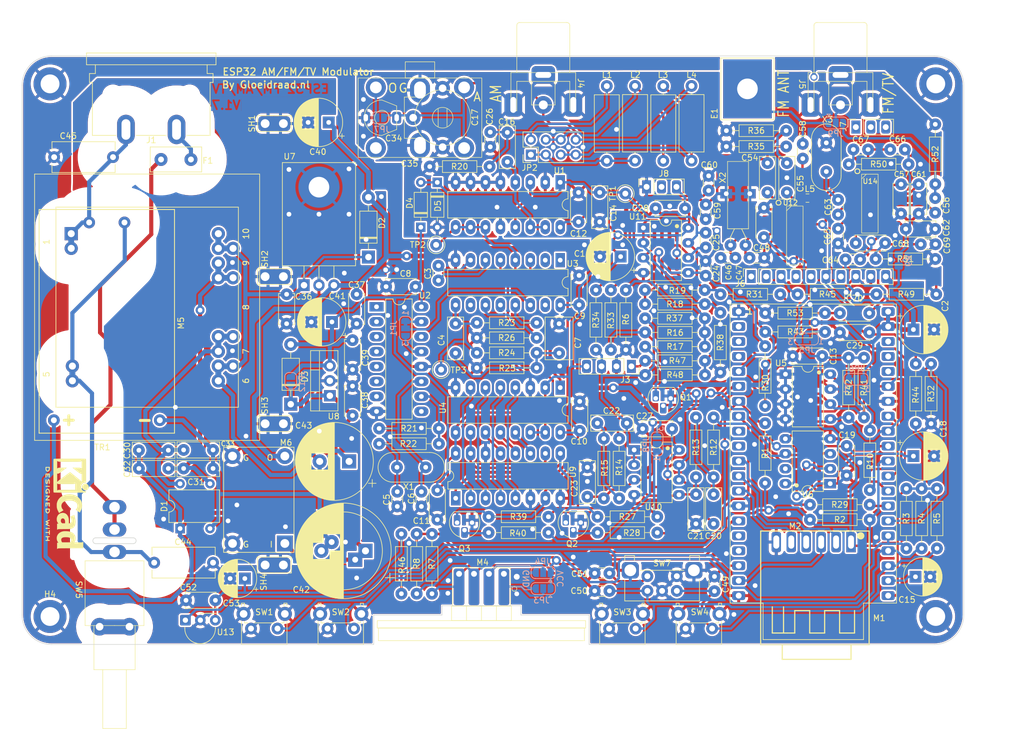
<source format=kicad_pcb>
(kicad_pcb (version 20240108) (generator "pcbnew") (generator_version "8.0")
  (title_block (rev "1.6"))
  (layers (0 "F.Cu" signal) (31 "B.Cu" signal) (34 "B.Paste" user) (35 "F.Paste" user) (36 "B.SilkS" user "B.Silkscreen") (37 "F.SilkS" user "F.Silkscreen") (38 "B.Mask" user) (39 "F.Mask" user) (44 "Edge.Cuts" user))
  (property "CONFIGURATIONPARAMETERS" "")
  (property "CONFIGURATORNAME" "")
  (property "DOCUMENTNUMBER" "4")
  (property "ISUSERCONFIGURABLE" "")
  (property "PAGE_COUNT" "")
  (property "PAGE_NUMBER" "")
  (property "REVCODE" "1.7")
  (property "SHEETSYMBOLDESIGNATOR" "")
  (property "SHEETTOTAL" "4")
  (property "SPICEMODELCACHE" "")
  (property "VERSIONCONTROL_PROJFOLDERREVNUMBER" "")
  (property "VERSIONCONTROL_PROJFOLDERREVNUMBERSHORT" "")
  (property "VERSIONCONTROL_REVNUMBER" "")
  (property "VERSIONCONTROL_REVNUMBERSHORT" "")
  (net 0 "")
  (net 1 "V15")
  (net 2 "GND")
  (net 3 "Net-(U3-C1B)")
  (net 4 "Net-(U3-C1A)")
  (net 5 "Net-(C4-Pad1)")
  (net 6 "Net-(U3-VCIN)")
  (net 7 "Net-(C5-Pad1)")
  (net 8 "Net-(U2-RS)")
  (net 9 "V3.3")
  (net 10 "/1 - ESP32/AM-MOD")
  (net 11 "/1 - ESP32/EN")
  (net 12 "Net-(C16-Pad1)")
  (net 13 "Net-(D4-A)")
  (net 14 "/2 - HF AM_FM/AM-ANT")
  (net 15 "VDDdac")
  (net 16 "/1 - ESP32/AUD-L")
  (net 17 "Net-(C20-Pad2)")
  (net 18 "Net-(U10B-+)")
  (net 19 "/1 - ESP32/AUD-R")
  (net 20 "Net-(C22-Pad2)")
  (net 21 "Net-(U10A-+)")
  (net 22 "Net-(U11B-+)")
  (net 23 "/1 - ESP32/AUD-AM")
  (net 24 "Net-(JP8-C)")
  (net 25 "Net-(U12-~{RST})")
  (net 26 "/3 - POWER SUPPLY/AC2")
  (net 27 "/3 - POWER SUPPLY/20V")
  (net 28 "/3 - POWER SUPPLY/AC1")
  (net 29 "/3 - POWER SUPPLY/ACT")
  (net 30 "/3 - POWER SUPPLY/0V")
  (net 31 "V5")
  (net 32 "/3 - POWER SUPPLY/N2")
  (net 33 "/3 - POWER SUPPLY/L")
  (net 34 "Net-(U12-XI)")
  (net 35 "Net-(U12-XO)")
  (net 36 "/2 - HF AM_FM/FM-LEFT")
  (net 37 "Net-(U12-INL)")
  (net 38 "/2 - HF AM_FM/FM-RIGHT")
  (net 39 "Net-(U12-INR)")
  (net 40 "/2 - HF AM_FM/FMOUT2")
  (net 41 "/2 - HF AM_FM/FMOUT")
  (net 42 "/3 - POWER SUPPLY/N1")
  (net 43 "Net-(JP1-A)")
  (net 44 "/2 - HF AM_FM/F9KHz")
  (net 45 "Net-(JP1-B)")
  (net 46 "Net-(JP3-C)")
  (net 47 "Net-(JP4-C)")
  (net 48 "Net-(JP5-C)")
  (net 49 "Net-(JP6-C)")
  (net 53 "/1 - ESP32/FM-SW")
  (net 54 "/1 - ESP32/FCEL-DAT")
  (net 55 "/1 - ESP32/FSEL-CLK")
  (net 58 "/1 - ESP32/CS")
  (net 59 "/1 - ESP32/CLK")
  (net 60 "/1 - ESP32/MISO")
  (net 61 "/1 - ESP32/SDA1")
  (net 64 "/1 - ESP32/SCL1")
  (net 65 "/1 - ESP32/MOSI")
  (net 66 "/1 - ESP32/SW4")
  (net 67 "/1 - ESP32/SW2")
  (net 68 "/1 - ESP32/ADC")
  (net 69 "/1 - ESP32/AM-DEPTH")
  (net 70 "/1 - ESP32/WS")
  (net 71 "/1 - ESP32/DAC1")
  (net 72 "/1 - ESP32/SW1")
  (net 73 "/1 - ESP32/BCK")
  (net 74 "/1 - ESP32/SDA2")
  (net 75 "/1 - ESP32/DOUT")
  (net 76 "/1 - ESP32/SCL2")
  (net 80 "Net-(Q1-G)")
  (net 81 "Net-(Q1-D)")
  (net 82 "Net-(Q2-G)")
  (net 83 "/2 - HF AM_FM/DIV-CLK")
  (net 84 "Net-(Q3-G)")
  (net 85 "/2 - HF AM_FM/DIV-DAT")
  (net 86 "Net-(U11A-+)")
  (net 87 "/1 - ESP32/LCH")
  (net 88 "/1 - ESP32/RCH")
  (net 89 "Net-(U11A--)")
  (net 90 "Net-(U2-RTC)")
  (net 91 "Net-(U3-P2)")
  (net 92 "Net-(U3-R1)")
  (net 93 "unconnected-(SW5-PadCASE)")
  (net 94 "/2 - HF AM_FM/Fosc")
  (net 106 "/2 - HF AM_FM/Ffeed")
  (net 110 "/2 - HF AM_FM/P0")
  (net 111 "/2 - HF AM_FM/P1")
  (net 112 "/2 - HF AM_FM/P2")
  (net 113 "/2 - HF AM_FM/P3")
  (net 114 "/2 - HF AM_FM/P4")
  (net 115 "/2 - HF AM_FM/P5")
  (net 116 "/2 - HF AM_FM/P6")
  (net 117 "/2 - HF AM_FM/P7")
  (net 119 "Net-(U13-Vs)")
  (net 120 "/1 - ESP32/SW3")
  (net 121 "/1 - ESP32/IR")
  (net 122 "Net-(JP7-A)")
  (net 123 "GND1")
  (net 124 "/2 - HF AM_FM/TVOUT")
  (net 125 "Net-(U14-TVOUT)")
  (net 126 "Net-(U14-XTAL)")
  (net 127 "Net-(C63-Pad2)")
  (net 128 "Net-(C64-Pad1)")
  (net 129 "Net-(U14-VIDEO)")
  (net 130 "Net-(U14-PREEM)")
  (net 131 "Net-(U14-PLLFLT)")
  (net 132 "Net-(C67-Pad2)")
  (net 133 "/1 - ESP32/TV-MONO")
  (net 134 "Net-(U14-SPLLFLT)")
  (net 135 "Net-(C68-Pad2)")
  (net 136 "Net-(J5-In)")
  (net 137 "Net-(JP2-Pad1)")
  (net 138 "Net-(JP2-Pad4)")
  (net 139 "Net-(JP2-Pad5)")
  (net 140 "Net-(J1-AC_P)")
  (net 141 "Net-(U14-AUDIO)")
  (net 147 "Net-(J6-Pin_3)")
  (net 153 "RFGND")
  (footprint "Inductor_SMD:L_0805_2012Metric_Pad1.15x1.40mm_HandSolder" (layer "F.Cu") (at 203.2 73.66)
    (property "Reference" "L5")
    (property "Value" "120nH")
  )
  (footprint "TestPoint:TestPoint_Loop_D1.80mm_Drill1.0mm_Beaded" (layer "F.Cu") (at 172.25 72.9)
    (property "Reference" "TP1")
    (property "Value" "TestPoint")
  )
  (footprint "!Gloeidraad:R_Axial_L6.0mm_D2.0mm_P10.16mm_Horizontal" (layer "F.Cu") (at 222.6 123.02 -90)
    (property "Reference" "R4")
    (property "Value" "10k")
  )
  (footprint "!Gloeidraad:R_Axial_L6.0mm_D2.0mm_P10.16mm_Horizontal" (layer "F.Cu") (at 147.02 102.5)
    (property "Reference" "R25")
    (property "Value" "2M2")
  )
  (footprint "!Gloeidraad:C_CER_D30_W16_P25_E20_H08" (layer "F.Cu") (at 133.5 123.55 -90)
    (property "Reference" "C5")
    (property "Value" "47p")
  )
  (footprint "MountingHole:MountingHole_3.2mm_M3_DIN965_Pad" (layer "F.Cu") (at 74.5 144.75)
    (property "Reference" "H4")
    (property "Value" "MountingHole")
  )
  (footprint "!Gloeidraad:C_MKT_L70_W25_P50__E20_H08" (layer "F.Cu") (at 184.25 124 -90)
    (property "Reference" "C21")
    (property "Value" "470p")
  )
  (footprint "Capacitor_THT:CP_Radial_D13.0mm_P5.00mm" (layer "F.Cu") (at 125.315216 118.4 180)
    (property "Reference" "C43")
    (property "Value" "2200µF")
  )
  (footprint "!Gloeidraad:C_CER_D50_W25_P50_E20_H08" (layer "F.Cu") (at 164.5 108.2 -90)
    (property "Reference" "C10")
    (property "Value" "100n")
  )
  (footprint "!Gloeidraad:C_CER_D50_W25_P50_E20_H08" (layer "F.Cu") (at 125.9 97.8 -90)
    (property "Reference" "C39")
    (property "Value" "100n")
  )
  (footprint "!Gloeidraad:NetTie-2_SMD_Pad0.7mm" (layer "F.Cu") (at 172.4 75.7 90)
    (property "Reference" "NT3" (hide yes))
    (property "Value" "NetTie_2")
  )
  (footprint "!Gloeidraad:R_Axial_L6.0mm_D2.0mm_P10.16mm_Horizontal" (layer "F.Cu") (at 168.6 124.68 90)
    (property "Reference" "R15")
    (property "Value" "7k5")
  )
  (footprint "!Gloeidraad:C_CER_D50_W25_P50_E20_H08" (layer "F.Cu") (at 219.9 78.9)
    (property "Reference" "C62")
    (property "Value" "1µF")
  )
  (footprint "!Gloeidraad:C_MKT_L70_W25_P50__E20_H08" (layer "F.Cu") (at 94.6 119.6 180)
    (property "Reference" "C32")
    (property "Value" "22n")
  )
  (footprint "!Gloeidraad:Crystal_HC49-U_Vertical" (layer "F.Cu") (at 206.4 69.15 90)
    (property "Reference" "X3")
    (property "Value" "4.0 MHz")
  )
  (footprint "!Gloeidraad:R_Axial_L6.0mm_D2.0mm_P10.16mm_Horizontal" (layer "F.Cu") (at 221.6 111.98 90)
    (property "Reference" "R44")
    (property "Value" "10k")
  )
  (footprint "!Gloeidraad:SW_Tactile_SPST_Angled_PTS645Vx83-2LFS" (layer "F.Cu") (at 174 146.8 180)
    (property "Reference" "SW3")
    (property "Value" "PAUSE/OK")
  )
  (footprint "!Gloeidraad:C_CER_D50_W25_P50_E20_H08" (layer "F.Cu") (at 222.1 71.3 -90)
    (property "Reference" "C61")
    (property "Value" "100n")
  )
  (footprint "!Gloeidraad:R_Axial_L6.0mm_D2.0mm_P10.16mm_Horizontal" (layer "F.Cu") (at 224.2 101.82 -90)
    (property "Reference" "R32")
    (property "Value" "8k2")
  )
  (footprint "!Gloeidraad:R_Axial_L6.0mm_D2.0mm_P10.16mm_Horizontal" (layer "F.Cu") (at 147.02 94.85)
    (property "Reference" "R23")
    (property "Value" "100K")
  )
  (footprint "Package_TO_SOT_THT:TO-92_HandSolder" (layer "F.Cu") (at 146.2 128.8 180)
    (property "Reference" "Q3")
    (property "Value" "2N7000")
  )
  (footprint "!Gloeidraad:C_CER_D30_W16_P25_E20_H08" (layer "F.Cu") (at 185.91124 74.75 -90)
    (property "Reference" "C59")
    (property "Value" "220p")
  )
  (footprint "!Gloeidraad:SOIC-16_3.9x9.9mm_P1.27mm_alt1" (layer "F.Cu") (at 201.05 80.01)
    (property "Reference" "U12")
    (property "Value" "KT0803L")
  )
  (footprint "!Gloeidraad:CAP-VAR-223P-NO-CY" (layer "F.Cu") (at 137.36124 54.85122)
    (property "Reference" "C35")
    (property "Value" "142+59 pF")
  )
  (footprint "!Gloeidraad:HeaderFemale_1x04_P2.54mm_Vertical" (layer "F.Cu") (at 173.28 102.25 -90)
    (property "Reference" "J3")
    (property "Value" "Conn_01x04")
  )
  (footprint "!Gloeidraad:R_Axial_L6.0mm_D2.0mm_P10.16mm_Horizontal" (layer "F.Cu") (at 224.917 61.12 -90)
    (property "Reference" "R52")
    (property "Value" "100K")
  )
  (footprint "!Gloeidraad:C_MKT_L70_W25_P50__E20_H08" (layer "F.Cu") (at 152.2 62.5 -90)
    (property "Reference" "C16")
    (property "Value" "10n")
  )
  (footprint "!Gloeidraad:C_CER_D50_W25_P50_E20_H08" (layer "F.Cu") (at 205.7 100.5 180)
    (property "Reference" "C13")
    (property "Value" "100n")
  )
  (footprint "Package_DIP:DIP-16_W7.62mm_LongPads" (layer "F.Cu") (at 143.425 124.65998 90)
    (property "Reference" "U9")
    (property "Value" "CD4015B")
  )
  (footprint "!Gloeidraad:R_Axial_L6.0mm_D2.0mm_P10.16mm_Horizontal" (layer "F.Cu") (at 213.8 113.12 -90)
    (property "Reference" "R10")
    (property "Value" "10R")
  )
  (footprint "!Gloeidraad:CE_Radial_D16.0mm_P7.50_P5.00mm_E2.4mm" (layer "F.Cu") (at 128.099999 133.6 180)
    (property "Reference" "C42")
    (property "Value" "1000µF")
  )
  (footprint "!Gloeidraad:C_MKT_L70_W45_P50__E20_H08" (layer "F.Cu") (at 161 95 -90)
    (property "Reference" "C7")
    (property "Value" "470n")
  )
  (footprint "!Gloeidraad:C_CER_D30_W16_P25_E20_H08" (layer "F.Cu") (at 217.25 65.4)
    (property "Reference" "C66")
    (property "Value" "22n")
  )
  (footprint "!Gloeidraad:R_Axial_L6.0mm_D2.0mm_P10.16mm_Horizontal" (layer "F.Cu") (at 172.339 89.281 -90)
    (property "Reference" "R6")
    (property "Value" "100k")
  )
  (footprint "!Gloeidraad:R_Axial_L6.0mm_D2.0mm_P10.16mm_Horizontal" (layer "F.Cu") (at 213.78 125.75 180)
    (property "Reference" "R29")
    (property "Value" "220R")
  )
  (footprint "!Gloeidraad:C_CER_D30_W16_P25_E20_H08" (layer "F.Cu") (at 187.4 140.45 90)
    (property "Reference" "C49")
    (property "Value" "10n")
  )
  (footprint "Package_DIP:DIP-16_W7.62mm_LongPads" (layer "F.Cu") (at 161.18624 105.85998 -90)
    (property "Reference" "U4")
    (property "Value" "CD40103B")
  )
  (footprint "!Gloeidraad:C_CER_D50_W25_P50_E20_H08" (layer "F.Cu") (at 102.6 142 180)
    (property "Reference" "C52")
    (property "Value" "100n")
  )
  (footprint "TestPoint:TestPoint_Loop_D1.80mm_Drill1.0mm_Beaded" (layer "F.Cu") (at 140.1 81.6)
    (property "Reference" "TP2")
    (property "Value" "TestPoint")
  )
  (footprint "!Gloeidraad:R_Axial_L6.0mm_D2.0mm_P10.16mm_Horizontal" (layer "F.Cu") (at 210.2 100.77 -90)
    (property "Reference" "R42")
    (property "Value" "10k")
  )
  (footprint "!Gloeidraad:R_Axial_L6.0mm_D2.0mm_P10.16mm_Horizontal" (layer "F.Cu") (at 214.77 84)
    (property "Reference" "R51")
    (property "Value" "15k")
  )
  (footprint "!Gloeidraad:R_Axial_L6.0mm_D2.0mm_P10.16mm_Horizontal" (layer "F.Cu") (at 149.18 68.3 180)
    (property "Reference" "R20")
    (property "Value" "1M")
  )
  (footprint "!Gloeidraad:R_Axial_L6.0mm_D2.0mm_P10.16mm_Horizontal" (layer "F.Cu") (at 185.75 89.28 180)
    (property "Reference" "R19")
    (property "Value" "220K")
  )
  (footprint "Package_DIP:DIP-16_W7.62mm_LongPads" (layer "F.Cu") (at 161.18624 70.975 -90)
    (property "Reference" "U1")
    (property "Value" "CD4053B")
  )
  (footprint "!Gloeidraad:R_Axial_L6.0mm_D2.0mm_P10.16mm_Horizontal" (layer "F.Cu") (at 188.42 90)
    (property "Reference" "R31")
    (property "Value" "30k")
  )
  (footprint "!Gloeidraad:R_Axial_L6.0mm_D2.0mm_P10.16mm_Horizontal" (layer "F.Cu") (at 196 122.08 90)
    (property "Reference" "R1")
    (property "Value" "10k")
  )
  (footprint "!Gloeidraad:DIP-SO-08_W7.62mm" (layer "F.Cu") (at 175.32 78.725)
    (property "Reference" "U11")
    (property "Value" "LM358")
  )
  (footprint "!Gloeidraad:R_Axial_L6.0mm_D2.0mm_P10.16mm_Horizontal" (layer "F.Cu") (at 206.18 96.4 180)
    (property "Reference" "R43")
    (property "Value" "10k")
  )
  (footprint "!Gloeidraad:R_Axial_L6.0mm_D2.0mm_P10.16mm_Horizontal" (layer "F.Cu") (at 203.62 128.3)
    (property "Reference" "R2")
    (property "Value" "10k")
  )
  (footprint "!Gloeidraad:C_MKT_L70_W25_P50__E20_H08" (layer "F.Cu") (at 172.5 111.9 180)
    (property "Reference" "C22")
    (property "Value" "1n")
  )
  (footprint "!Gloeidraad:HeaderFemale_1x03_P2.54mm_Vertical" (layer "F.Cu") (at 175.859 71.748 90)
    (property "Reference" "J8")
    (property "Value" "Conn_01x03_Socket")
  )
  (footprint "!Gloeidraad:C_CER_D30_W16_P25_E20_H08" (layer "F.Cu") (at 169.55 140.4 180)
    (property "Reference" "C50")
    (property "Value" "10n")
  )
  (footprint "!Gloeidraad:C_CER_D50_W25_P50_E20_H08" (layer "F.Cu") (at 131.6 88.7)
    (property "Reference" "C8")
    (property "Value" "100n")
  )
  (footprint "!Gloeidraad:R_Axial_L6.0mm_D2.0mm_P10.16mm_Horizontal" (layer "F.Cu") (at 185.78 101.3 180)
    (property "Reference" "R47")
    (property "Value" "180K")
  )
  (footprint "!Gloeidraad:R_Axial_L6.0mm_D2.0mm_P10.16mm_Horizontal" (layer "F.Cu") (at 130.42 112.8)
    (property "Reference" "R21")
    (property "Value" "1M")
  )
  (footprint "!Gloeidraad:GZC18100" (layer "F.Cu") (at 141.202518 60 -90)
    (property "Reference" "C17")
    (property "Value" "120p")
  )
  (footprint "!Gloeidraad:HeaderFemale_1x10_P2.54mm_Vertical" (layer "F.Cu") (at 193.6385 86.9875 90)
    (property "Reference" "J6")
    (property "Value" "VIDEO-MODULE")
  )
  (footprint "!Gloeidraad:MOD-USD-ADAPTER18X18-type2" (layer "F.Cu") (at 204.25024 140.47622 -90)
    (property "Reference" "M2")
    (property "Value" "µSD CARD MODULE")
  )
  (footprint "!Gloeidraad:Keystone RCA" (layer "F.Cu") (at 208.81124 57.82622 180)
    (property "Reference" "J5")
    (property "Value" "Keystone 900")
  )
  (footprint "!Gloeidraad:C_CER_D50_W25_P50_E20_H08" (layer "F.Cu") (at 182.4 75.4 180)
    (property "Reference" "C28")
    (property "Value" "100n")
  )
  (footprint "!Gloeidraad:R_Axial_L6.0mm_D2.0mm_P10.16mm_Horizontal" (layer "F.Cu") (at 157.18 99.95 180)
    (property "Reference" "R24")
    (property "Value" "3K3")
  )
  (footprint "!Gloeidraad:C_CER_D30_W16_P25_E20_H08" (layer "F.Cu") (at 185.9 82.05 90)
    (property "Reference" "C25")
    (property "Value" "47p")
  )
  (footprint "!Gloeidraad:Keystone RCA" (layer "F.Cu") (at 158.31124 57.82622 180)
    (property "Reference" "J4")
    (property "Value" "Keystone 900")
  )
  (footprint "Package_DIP:DIP-16_W7.62mm_LongPads" (layer "F.Cu") (at 161.18624 84.20122 -90)
    (property "Reference" "U3")
    (property "Value" "CD4046B")
  )
  (footprint "!Gloeidraad:C_CER_D50_W25_P50_E20_H08" (layer "F.Cu") (at 125.9 110.6 90)
    (property "Reference" "C38")
    (property "Value" "100n")
  )
  (footprint "!Gloeidraad:DIP-SO-08_W7.62mm_NC7" (layer "F.Cu") (at 207.06124 122.17622 180)
    (property "Reference" "U6")
    (property "Value" "PT8211")
  )
  (footprint "!Gloeidraad:R_Axial_L6.0mm_D2.0mm_P10.16mm_Horizontal" (layer "F.Cu") (at 130.42 115.4)
    (property "Reference" "R22")
    (property "Value" "2K2")
  )
  (footprint "!Gloeidraad:R_Axial_L6.0mm_D2.0mm_P10.16mm_Horizontal" (layer "F.Cu") (at 185.77 98.9 180)
    (property "Reference" "R17")
    (property "Value" "30k")
  )
  (footprint "!Gloeidraad:C_CER_D30_W16_P25_E20_H08" (layer "F.Cu") (at 224.95 81.5 180)
    (property "Reference" "C69")
    (property "Value" "22n")
  )
  (footprint "!Gloeidraad:R_Axial_L6.0mm_D2.0mm_P10.16mm_Horizontal" (layer "F.Cu") (at 147.02 97.4)
    (property "Reference" "R26")
    (property "Value" "5K6")
  )
  (footprint "!Gloeidraad:L_Axial_L9.5mm_D4.0mm_P12.70mm_Horizontal" (layer "F.Cu") (at 169.1 54.62622 -90)
    (property "Reference" "L1")
    (property "Value" "330 µH")
  )
  (footprint "!Gloeidraad:C_CER_D30_W16_P25_E20_H08" (layer "F.Cu") (at 185.9 86.85 90)
    (property "Reference" "C24")
    (property "Value" "10n")
  )
  (footprint "!Gloeidraad:R_Axial_L6.0mm_D2.0mm_P10.16mm_Horizontal" (layer "F.Cu") (at 139.4 130.72 -90)
    (property "Reference" "R7")
    (property "Value" "10k")
  )
  (footprint "!Gloeidraad:L_Axial_L9.5mm_D4.0mm_P12.70mm_Horizontal" (layer "F.Cu") (at 173.9 54.6 -90)
    (property "Reference" "L2")
    (property "Value" "330 µH")
  )
  (footprint "!Gloeidraad:TO-220-3_Horizontal_TabDown" (layer "F.Cu") (at 117.656 88.46)
    (property "Reference" "U7")
    (property "Value" "7805")
  )
  (footprint "!Gloeidraad:ANTENNA-V3MM5" (layer "F.Cu") (at 193 55.1)
    (property "Reference" "E1")
    (property "Value" "ANTENNA")
  )
  (footprint "Capacitor_THT:C_Disc_D10.5mm_W5.0mm_P10.00mm" (layer "F.Cu") (at 102.2 135.6 180)
    (property "Reference" "C44")
    (property "Value" "4n7/Y1")
  )
  (footprint "!Gloeidraad:R_Axial_L6.0mm_D2.0mm_P10.16mm_Horizontal" (layer "F.Cu") (at 136.8 130.72 -90)
    (property "Reference" "R8")
    (property "Value" "10k")
  )
  (footprint "Package_TO_SOT_THT:TO-92_HandSolder" (layer "F.Cu") (at 164.67 128.78 180)
    (property "Reference" "Q2")
    (property "Value" "2N7000")
  )
  (footprint "!Gloeidraad:R_Axial_L6.0mm_D2.0mm_P10.16mm_Horizontal" (layer "F.Cu") (at 185.78 103.7 180)
    (property "Reference" "R48")
    (property "Value" "180K")
  )
  (footprint "!Gloeidraad:R_Axial_L6.0mm_D2.0mm_P10.16mm_Horizontal" (layer "F.Cu") (at 169.799 89.281 -90)
    (property "Reference" "R33")
    (property "Value" "4K7")
  )
  (footprint "!Gloeidraad:R_Axial_L6.0mm_D2.0mm_P10.16mm_Horizontal" (layer "F.Cu") (at 184.25 121.08 90)
    (property "Reference" "R13")
    (property "Value" "7k5")
  )
  (footprint "Diode_THT:D_DO-35_SOD27_P7.62mm_Horizontal" (layer "F.Cu") (at 140.3 70.99 -90)
    (property "Reference" "D5")
    (property "Value" "BAT85")
  )
  (footprint "!Gloeidraad:C_CER_D50_W25_P50_E20_H08" (layer "F.Cu") (at 219.1 71.3 -90)
    (property "Reference" "C57")
    (property "Value" "100n")
  )
  (footprint "Diode_THT:D_DO-35_SOD27_P7.62mm_Horizontal" (layer "F.Cu") (at 137.5 78.61 90)
    (property "Reference" "D4")
    (property "Value" "BAT85")
  )
  (footprint "!Gloeidraad:C_CER_D50_W25_P50_E20_H08" (layer "F.Cu") (at 209.86124 115.77622 -90)
    (property "Reference" "C19")
    (property "Value" "100n")
  )
  (footprint "!Gloeidraad:R_Axial_L6.0mm_D2.0mm_P10.16mm_Horizontal" (layer "F.Cu") (at 185.77 96.48 180)
    (property "Reference" "R16")
    (property "Value" "30k")
  )
  (footprint "!Gloeidraad:CE_Radial_D6.3mm_P2.50mm_E2.0mm" (layer "F.Cu") (at 107.6 138.3 180)
    (property "Reference" "C53")
    (property "Value" "10u")
  )
  (footprint "Symbol:KiCad-Logo2_6mm_SilkScreen" (layer "F.Cu") (at 78.1 125.6 -90)
    (property "Reference" "MECH1" (hide yes))
    (property "Value" "KiCad Logo" (hide yes))
  )
  (footprint "!Gloeidraad:C_MKT_L70_W25_P50__E20_H08" (layer "F.Cu") (at 199.7 67.7 -90)
    (property "Reference" "C55")
    (property "Value" "100n")
  )
  (footprint "!Gloeidraad:L_Axial_L9.5mm_D4.0mm_P12.70mm_Horizontal" (layer "F.Cu") (at 178.7 54.62622 -90)
    (property "Reference" "L3")
    (property "Value" "180 µH")
  )
  (footprint "!Gloeidraad:C_CER_D50_W25_P50_E20_H08" (layer "F.Cu") (at 180.2 112.85 180)
    (property "Reference" "C27")
    (property "Value" "100n")
  )
  (footprint "!Gloeidraad:C_CER_D30_W16_P25_E20_H08" (layer "F.Cu") (at 190.95 83.8 180)
    (property "Reference" "C46")
    (property "Value" "15p")
  )
  (footprint "!Gloeidraad:EURO_AC_BX-180_Movable" (layer "F.Cu") (at 91.7 63 180)
    (property "Reference" "J1")
    (property "Value" "230V~")
  )
  (footprint "!Gloeidraad:CE_Radial_D8.0mm_P3.50mm_E2.0mm" (layer "F.Cu") (at 221.2 96)
    (property "Reference" "C2")
    (property "Value" "1000µF")
  )
  (footprint "!Gloeidraad:SWITCH-C&K-7101" (layer "F.Cu") (at 85.46 133.7875)
    (property "Reference" "SW5")
    (property "Value" "SW_SPDT")
  )
  (footprint "!Gloeidraad:C_CER_D30_W16_P25_E20_H08" (layer "F.Cu") (at 193.35 83.8)
    (property "Reference" "C47")
    (property "Value" "15p")
  )
  (footprint "!Gloeidraad:C_MKT_L70_W25_P50__E20_H08" (layer "F.Cu") (at 97.2 119.6)
    (property "Reference" "C31")
    (property "Value" "22n")
  )
  (footprint "!Gloeidraad:SW_Tactile_SPST_Angled_PTS645Vx83-2LFS" (layer "F.Cu") (at 187 146.8 180)
    (property "Reference" "SW4")
    (property "Value" "MENU")
  )
  (footprint "MountingHole:MountingHole_3.2mm_M3_DIN965_Pad" (layer "F.Cu") (at 225 144.75)
    (property "Reference" "H3" (hide yes))
    (property "Value" "MountingHole")
  )
  (footprint "!Gloeidraad:SW_Tactile_SPST_Angled_PTS645Vx83-2LFS" (layer "F.Cu") (at 126.15 146.8 180)
    (property "Reference" "SW2")
    (property "Value" "UP")
  )
  (footprint "OptoDevice:Vishay_MINIMOLD-3Pin" (layer "F.Cu") (at 97.5 145.375)
    (property "Reference" "U13")
    (property "Value" "TSOP4538")
  )
  (footprint "!Gloeidraad:C_CER_D50_W25_P50_E20_H08" (layer "F.Cu") (at 195.8 75.3 -90)
    (property "Reference" "C48")
    (property "Value" "100n")
  )
  (footprint "!Gloeidraad:DIP-SO-08_W7.62mm" (layer "F.Cu") (at 199.46124 103.57622)
    (property "Reference" "U5")
    (property "Value" "24LC64")
  )
  (footprint "!Gloeidraad:C_CER_D30_W16_P25_E20_H08" (layer "F.Cu") (at 149.3 62.45 -90)
    (property "Reference" "C26")
    (property "Value" "15p")
  )
  (footprint "!Gloeidraad:C_CER_D50_W25_P50_E20_H08" (layer "F.Cu") (at 126.6 90 -90)
    (property "Reference" "C37")
    (property "Value" "100n")
  )
  (footprint "!Gloeidraad:R_Axial_L6.0mm_D2.0mm_P10.16mm_Horizontal" (layer "F.Cu") (at 211.68 90 180)
    (property "Reference" "R45")
    (property "Value" "300R")
  )
  (footprint "!Gloeidraad:Crystal_AT310_D3.0mm_L10.0mm_Horizontal_1EP_style2" (layer "F.Cu") (at 192.67 81.6625 180)
    (property "Reference" "X2")
    (property "Value" "32.768kHz")
  )
  (footprint "!Gloeidraad:C_CER_D30_W16_P25_E20_H08" (layer "F.Cu") (at 202.4 66.95 90)
    (property "Reference" "C58")
    (property "Value" "4p7")
  )
  (footprint "!Gloeidraad:R_Axial_L6.0mm_D2.0mm_P10.16mm_Horizontal" (layer "F.Cu") (at 196 98.82 -90)
    (property "Reference" "R30")
    (property "Value" "10k")
  )
  (footprint "Capacitor_THT:C_Disc_D10.5mm_W5.0mm_P10.00mm" (layer "F.Cu") (at 75.2 66.7)
    (property "Reference" "C45")
    (property "Value" "4n7/Y1")
  )
  (footprint "!Gloeidraad:C_CER_D50_W25_P50_E20_H08" (layer "F.Cu") (at 164.4 86.8 -90)
    (property "Reference" "C9")
    (property "Value" "100n")
  )
  (footprint "!Gloeidraad:C_CER_D30_W16_P25_E20_H08" (layer "F.Cu") (at 224.9 76.15 90)
    (property "Reference" "C56")
    (property "Value" "10n")
  )
  (footprint "TestPoint:TestPoint_Loop_D1.80mm_Drill1.0mm_Beaded" (layer "F.Cu") (at 140.95 102.8)
    (property "Reference" "TP3")
    (property "Value" "TestPoint")
  )
  (footprint "!Gloeidraad:R_Axial_L6.0mm_D2.0mm_P10.16mm_Horizontal" (layer "F.Cu") (at 225.08 90 180)
    (property "Reference" "R49")
    (property "Value" "220R")
  )
  (footprint "Diode_THT:Diode_Bridge_DIP-4_W7.62mm_P5.08mm" (layer "F.Cu") (at 96.6 129.81 90)
    (property "Reference" "D1")
    (property "Value" "DIL4/1A")
  )
  (footprint "!Gloeidraad:R_Axial_L6.0mm_D2.0mm_P10.16mm_Horizontal" (layer "F.Cu") (at 177.68 130.5 180)
    (property "Reference" "R28")
    (property "Value" "220R")
  )
  (footprint "!Gloeidraad:CE_Radial_D8.0mm_P3.50mm_E2.0mm" (layer "F.Cu") (at 171.452651 83.6 180)
    (property "Reference" "C1")
    (property "Value" "220µF")
  )
  (footprint "!Gloeidraad:C_MKT_L70_W25_P50__E20_H08" (layer "F.Cu") (at 143.4 100 90)
    (property "Reference" "C4")
    (property "Value" "100n")
  )
  (footprint "!Gloeidraad:C_CER_D30_W16_P25_E20_H08" (layer "F.Cu") (at 140.5 85.15 -90)
    (property "Reference" "C3")
    (property "Value" "100p")
  )
  (footprint "!Gloeidraad:CE_Radial_D8.0mm_P3.50mm_E2.0mm" (layer "F.Cu") (at 122.4 94.7 180)
    (property "Reference" "C41")
    (property "Value" "220µF")
  )
  (footprint "!Gloeidraad:R_Axial_L6.0mm_D2.0mm_P10.16mm_Horizontal" (layer "F.Cu") (at 134.2 140.88 90)
    (property "Reference" "R46")
    (property "Value" "10R")
  )
  (footprint "!Gloeidraad:SOIC-16_3.9x9.9mm_P1.27mm_alt1" (layer "F.Cu") (at 213.8 74.6)
    (property "Reference" "U14")
    (property "Value" "MC44BS373CA")
  )
  (footprint "!Gloeidraad:R_Axial_L6.0mm_D2.0mm_P10.16mm_Horizontal" (layer "F.Cu") (at 175.6 94.08)
    (property "Reference" "R37")
    (property "Value" "15k")
  )
  (footprint "!Gloeidraad:R_Axial_L6.0mm_D2.0mm_P10.16mm_Horizontal" (layer "F.Cu") (at 220 123.02 -90)
    (property "Reference" "R3")
    (property "Value" "10k")
  )
  (footprint "!Gloeidraad:C_CER_D50_W25_P50_E20_H08" (layer "F.Cu") (at 208.7 93.2)
    (property "Reference" "C70")
    (property "Value" "220n")
  )
  (footprint "Package_DIP:DIP-16_W7.62mm_LongPads" (layer "F.Cu") (at 129.975 92.125)
    (property "Reference" "U2")
    (property "Value" "CD4060B")
  )
  (footprint "!Gloeidraad:C_CER_D30_W16_P25_E20_H08" (layer "F.Cu") (at 213.5 65.4 180)
    (property "Reference" "C67")
    (property "Value" "47n")
  )
  (footprint "!Gloeidraad:R_Axial_L6.0mm_D2.0mm_P10.16mm_Horizontal" (layer "F.Cu") (at 225.2 123.02 -90)
    (property "Reference" "R5")
    (property "Value" "10k")
  )
  (footprint "!Gloeidraad:C_CER_D50_W25_P50_E20_H08" (layer "F.Cu") (at 213.7 96.5 180)
    (property "Reference" "C29")
    (property "Value" "100n")
  )
  (footprint "!Gloeidraad:C_MKT_L70_W25_P50__E20_H08" (layer "F.Cu") (at 97.2 116.45)
    (property "Reference" "C33")
    (property "Value" "22n")
  )
  (footprint "!Gloeidraad:C_MKT_L70_W25_P50__E20_H08" (layer "F.Cu") (at 167.9 77.7 90)
    (property "Reference" "C14")
    (property "Value" "2n2")
  )
  (footprint "!Gloeidraad:R_Axial_L6.0mm_D2.0mm_P10.16mm_Horizontal" (layer "F.Cu") (at 171.2 124.68 90)
    (property "Reference" "R14")
    (property "Value" "7k5")
  )
  (footprint "!Gloeidraad:R_Axial_L6.0mm_D2.0mm_P10.16mm_Horizontal" (layer "F.Cu") (at 159.18 130.5 180)
    (property "Reference" "R40")
    (property "Value" "220R")
  )
  (footprint "!Gloeidraad:C_CER_D30_W16_P25_E20_H08" (layer "F.Cu") (at 169.55 137.4 180)
    (property "Reference" "C51")
    (property "Value" "10n")
  )
  (footprint "!Gloeidraad:R_Axial_L6.0mm_D2.0mm_P10.16mm_Horizontal" (layer "F.Cu") (at 212.8 100.77 -90)
    (property "Reference" "R41")
    (property "Value" "10k")
  )
  (footprint "!Gloeidraad:R_Axial_L6.0mm_D2.0mm_P10.16mm_Horizontal" (layer "F.Cu") (at 196.02 93.2)
    (property "Reference" "R53")
    (property "Value" "30k")
  )
  (footprint "!Gloeidraad:Shielding-pad-2.5x5.0-H1.5-dual" (layer "F.Cu") (at 112.6 112 90)
    (property "Reference" "SH3")
    (property "Value" "Shield")
  )
  (footprint "!Gloeidraad:R_Axial_L6.0mm_D2.0mm_P10.16mm_Horizontal" (layer "F.Cu") (at 210.22 67.9)
    (property "Reference" "R50")
    (property "Value" "2K2")
  )
  (footprint "!Gloeidraad:NetTie-2_SMD_Pad0.7mm" (layer "F.Cu") (at 119.2 105.8 90)
    (property "Reference" "NT1" (hide yes))
    (property "Value" "NetTie_2")
  )
  (footprint "!Gloeidraad:C_MKT_L70_W25_P50__E20_H08" (layer "F.Cu") (at 165.8 124.4 90)
    (property "Reference" "C23")
    (property "Value" "470p")
  )
  (footprint "MountingHole:MountingHole_3.2mm_M3_DIN965_Pad" (layer "F.Cu") (at 74.5 54.25)
    (property "Reference" "H1" (hide yes))
    (property "Value" "MountingHole")
  )
  (footprint "!Gloeidraad:DIP-SO-08_W7.62mm" (layer "F.Cu") (at 173.75 116.45)
    (property "Reference" "U10")
    (property "Value" "LM358")
  )
  (footprint "!Gloeidraad:Shielding-pad-2.5x5.0-H1.5-dual" (layer "F.Cu") (at 112.6 61 90)
    (property "Reference" "SH1")
    (property "Value" "Shield")
  )
  (footprint "!Gloeidraad:R_Axial_L6.0mm_D2.0mm_P10.16mm_Horizontal" (layer "F.Cu") (at 149.02 127.8)
    (property "Reference" "R39")
    (property "Value" "10k")
  )
  (footprint "!Gloeidraad:Fuse_Littelfuse_392Series" (layer "F.Cu") (at 95.9 67.1)
    (property "Reference" "F1")
    (property "Value" "100mA")
  )
  (footprint "!Gloeidraad:C_CER_D50_W25_P50_E20_H08" (layer "F.Cu") (at 211.4 81.3)
    (property "Reference" "C68")
    (property "Value" "220n")
  )
  (footprint "!Gloeidraad:C_MKT_L70_W25_P50__E20_H08" (layer "F.Cu") (at 196.4 67.7 -90)
    (property "Reference" "C54")
    (property "Value" "100n")
  )
  (footprint "Package_TO_SOT_THT:TO-220-3_Vertical" (layer "F.Cu") (at 122.045 107.24 90)
    (property "Reference" "U8")
    (property "Value" "7815")
  )
  (footprint "!Gloeidraad:SW_Tactile_SPST_Angled_PTS645Vx83-2LFS" (layer "F.Cu") (at 113.15 146.8 180)
    (property "Reference" "SW1")
    (property "Value" "DOWN")
  )
  (footprint "!Gloeidraad:R_Axial_L6.0mm_D2.0mm_P10.16mm_Horizontal" (layer "F.Cu") (at 199.58 62.2 180)
    (property "Reference" "R36")
    (property "Value" "7k5")
  )
  (footprint "!Gloeidraad:R_Axial_L6.0mm_D2.0mm_P10.16mm_Horizontal" (layer "F.Cu") (at 175.6 91.68)
    (property "Reference" "R18")
    (property "Value" "30k")
  )
  (footprint "!Gloeidraad:Shielding-pad-2.5x5.0-H1.5-dual" (layer "F.Cu") (at 112.6 87 90)
    (property "Reference" "SH2")
    (property "Value" "Shield")
  )
  (footprint "!Gloeidraad:R_Axial_L6.0mm_D2.0mm_P10.16mm_Horizontal" (layer "F.Cu") (at 188.4 93.12 -90)
    (property "Reference" "R38")
    (property "Value" "30k")
  )
  (footprint "!Gloeidraad:C_CER_D50_W25_P50_E20_H08" (layer "F.Cu") (at 114.7 90 -90)
    (property "Reference" "C36")
    (property "Value" "100n")
  )
  (footprint "Diode_THT:D_DO-41_SOD81_P10.16mm_Horizontal" (layer "F.Cu") (at 128.6 83.68 90)
    (property "Reference" "D2")
    (property "Value" "1N4001")
  )
  (footprint "!Gloeidraad:R_Axial_L6.0mm_D2.0mm_P10.16mm_Horizontal" (layer "F.Cu") (at 167.52 127.8)
    (property "Reference" "R27")
    (property "Value" "10k")
  )
  (footprint "!Gloeidraad:TZ03" (layer "F.Cu") (at 133.4 60 90)
    (property "Reference" "C34")
    (property "Value" "120p")
  )
  (footprint "!Gloeidraad:C_CER_D30_W16_P25_E20_H08" (layer "F.Cu") (at 209.65 84.074)
    (property "Reference" "C64")
    (property "Value" "10n")
  )
  (footprint "!Gloeidraad:C_MKT_L70_W25_P50__E20_H08" (layer "F.Cu") (at 94.6 116.5 180)
    (property "Reference" "C30")
    (property "Value" "22n")
  )
  (footprint "!Gloeidraad:ESP32-WROVER-DEV_ON_HEADERS_BARE" (layer "F.Cu") (at 204.21124 117.07622 180)
    (property "Reference" "M1")
    (property "Value" "ESP32-WROVER-CAM-40P")
  )
  (footprint "!Gloeidraad:Shielding-pad-2.5x5.0-H1.5-dual" (layer "F.Cu") (at 112.6 136 90)
    (property "Reference" "SH4")
    (property "Value" "Shield")
  )
  (footprint "!Gloeidraad:C_CER_D50_W25_P50_E20_H08" (layer "F.Cu") (at 164.3 72.7 -90)
    (property "Reference" "C12")
    (property "Value" "100n")
  )
  (footprint "!Gloeidraad:Transformer-Dual-Footprint-EI38-EI42" (layer "F.Cu") (at 78.5 79.7 -90)
    (property "Reference" "TR1")
    (property "Value" "Gerth 387.15.2")
  )
  (footprint "!Gloeidraad:HiLink_5Mxx" (layer "F.Cu") (at 87.15 77.8 -90)
    (property "Reference" "M5")
    (property "Value" "Hi-Link HLK-5M15")
  )
  (footprint "!Gloeidraad:R_Axial_L6.0mm_D2.0mm_P10.16mm_Horizontal" (layer "F.Cu") (at 187.25 121.08 90)
    (property "Reference" "R12")
    (property "Value" "7k5")
  )
  (footprint "!Gloeidraad:L_Axial_L9.5mm_D4.0mm_P12.70mm_Horizontal" (layer "F.Cu") (at 183.5 54.6 -90)
    (property "Reference" "L4")
    (property "Value" "100 µH")
  )
  (footprint "!Gloeidraad:HeaderFemale_1x03_P2.54mm_Vertical" (layer "F.Cu") (at 211.4185 61.595 90)
    (property "Reference" "J7")
    (property "Value" "Conn_01x03_Socket")
  )
  (footprint "!Gloeidraad:Crystal_HC49-U_Vertical" (layer "F.Cu") (at 133.45 119.4)
    (property "Reference" "X1")
    (property "Value" "9.216 MHz")
  )
  (footprint "!Gloeidraad:MOD-DC-DC-DUAL" (layer "F.Cu") (at 109.8 125 90)
    (property "Reference" "M6")
    (property "Value" "CN3903 5V/3A Module")
  )
  (footprint "!Gloeidraad:R_Axial_L6.0mm_D2.0mm_P10.16mm_Horizontal" (layer "F.Cu") (at 199.58 64.9 180)
    (property "Reference" "R35")
    (property "Value" "7k5")
  )
  (footprint "Diode_THT:D_DO-41_SOD81_P10.16mm_Horizontal" (layer "F.Cu") (at 115.4 108.68 90)
    (property "Reference" "D3")
    (property "Value" "1N4001")
  )
  (footprint "Connector_PinHeader_2.54mm:PinHeader_2x04_P2.54mm_Vertical" (layer "F.Cu") (at 156.2 66.275 90)
    (property "Reference" "JP2")
    (property "Value" "LSEL")
  )
  (footprint "!Gloeidraad:CE_Radial_D8.0mm_P3.50mm_E2.0mm" (layer "F.Cu") (at 121.852651 60.8 180)
    (property "Reference" "C40")
    (property "Value" "220µF")
  )
  (footprint "!Gloeidraad:CE_Radial_D6.3mm_P2.50mm_E2.0mm" (layer "F.Cu") (at 221.55 138)
    (property "Reference" "C15")
    (property "Value" "10µF")
  )
  (footprint "!Gloeidraad:CE_Radial_D8.0mm_P3.50mm_E2.0mm" (layer "F.Cu") (at 221.2 117.5)
    (property "Reference" "C18")
    (property "Value" "100µF")
  )
  (footprint "!Gloeidraad:R_Axial_L6.0mm_D2.0mm_P10.16mm_Horizontal" (layer "F.Cu") (at 167.259 89.281 -90)
    (property "Reference" "R34")
    (property "Value" "4K7")
  )
  (footprint "!Gloeidraad:C_CER_D50_W25_P50_E20_H08" (layer "F.Cu") (at 140.3 128.3 90)
    (property "Reference" "C11")
    (property "Value" "100n")
  )
  (footprint "!Gloeidraad:C_CER_D30_W16_P25_E20_H08" (layer "F.Cu") (at 186.41124 72.37622 90)
    (property "Reference" "C60")
    (property "Value" "220p")
  )
  (footprint "!Gloeidraad:RotaryEncoder_Bourns_Horizontal_PEC12R-2xxxF-Sxxxx" (layer "F.Cu") (at 176 140.4 -90)
    (property "Reference" "SW7")
    (property "Value" "Rotary Encoder")
  )
  (footprint "!Gloeidraad:C_CER_D30_W16_P25_E20_H08" (layer "F.Cu") (at 137.6 123.55 -90)
    (property "Reference" "C6")
    (property "Value" "27p")
  )
  (footprint "!Gloeidraad:OLED128X64-1.3inch-P4-Card-Edge-dual" (layer "F.Cu") (at 147.8 144.75)
    (property "Reference" "M4")
    (property "Value" "OLED-128x64")
  )
  (footprint "!Gloeidraad:C_CER_D30_W16_P25_E20_H08" (layer "F.Cu") (at 208.4 76.45 90)
    (property "Reference" "C63")
    (property "Value" "27p")
  )
  (footprint "!Gloeidraad:C_MKT_L70_W25_P50__E20_H08" (layer "F.Cu") (at 187.25 129 90)
    (property "Reference" "C20")
    (property "Value" "1n")
  )
  (footprint "!Gloeidraad:C_CER_D30_W16_P25_E20_H08" (layer "F.Cu") (at 208.4 78.85 -90)
    (property "Reference" "C65")
    (property "Value" "470p")
  )
  (footprint "Package_TO_SOT_THT:TO-92_HandSolder" (layer "F.Cu") (at 179.959 107.68 180)
    (property "Reference" "Q1")
    (property "Value" "2N7000")
  )
  (footprint "MountingHole:MountingHole_3.2mm_M3_DIN965_Pad" (layer "F.Cu") (at 225 54.25)
    (property "Reference" "H2" (hide yes))
    (property "Value" "MountingHole")
  )
  (footprint "Jumper:SolderJumper-3_P1.3mm_Bridged12_RoundedPad1.0x1.5mm_NumberLabels" (layer "B.Cu") (at 134.9 95.8 -90)
    (property "Reference" "JP1")
    (property "Value" "SolderJumper_3_Bridged12")
  )
  (footprint "Jumper:SolderJumper-3_P1.3mm_Bridged12_RoundedPad1.0x1.5mm_NumberLabels" (layer "B.Cu") (at 177.65 115.45 90)
    (property "Reference" "JP8")
    (property "Value" "SolderJumper_3_Bridged12")
  )
  (footprint "!Gloeidraad:SolderJumper-3_P1.3mm_Open_RoundedPad1.0x1.5mm" (layer "B.Cu") (at 208 60.9)
    (property "Reference" "JP9")
    (property "Value" "SolderJumper_3_Bridged12")
  )
  (footprint "Jumper:SolderJumper-2_P1.3mm_Open_RoundedPad1.0x1.5mm" (layer "B.Cu") (at 130.6 60)
    (property "Reference" "JP7")
    (property "Value" "SolderJumper_Mini_2_Open")
  )
  (footprint "Jumper:SolderJumper-3_P1.3mm_Bridged12_RoundedPad1.0x1.5mm_NumberLabels" (layer "B.Cu") (at 211.45 104.45)
    (property "Reference" "JP6")
    (property "Value" "SolderJumper_3_Bridged12")
  )
  (footprint "!Gloeidraad:SolderJumper-3_P1.3mm_Open_RoundedPad1.0x1.5mm" (layer "B.Cu") (at 158.3 137.3 180)
    (property "Reference" "JP4")
    (property "Value" "SolderJumper_3_Bridged12")
  )
  (footprint "!Gloeidraad:SolderJumper-3_P1.3mm_Open_RoundedPad1.0x1.5mm" (layer "B.Cu") (at 158.3 140 180)
    (property "Reference" "JP3")
    (property "Value" "SolderJumper_3_Bridged12")
  )
  (footprint "Resistor_SMD:R_0805_2012Metric_Pad1.20x1.40mm_HandSolder" (layer "B.Cu") (at 218.7 84.2 90)
    (property "Reference" "R9")
    (property "Value" "1R")
  )
  (footprint "Jumper:SolderJumper-3_P1.3mm_Bridged12_RoundedPad1.0x1.5mm_NumberLabels" (layer "B.Cu") (at 203 97.6 180)
    (property "Reference" "JP5")
    (property "Value" "SolderJumper_3_Bridged12")
  )
  (footprint "!Gloeidraad:NetTie-2_SMD_Pad0.7mm" (layer "B.Cu") (at 132.3 85.8 180)
    (property "Reference" "NT2" (hide yes))
    (property "Value" "NetTie_2")
  )
  (footprint "Jumper:SolderJumper-2_P1.3mm_Open_RoundedPad1.0x1.5mm" (layer "B.Cu") (at 115.4 104.7 90)
    (property "Reference" "JP12")
    (property "Value" "SolderJumper_2_Open")
  )
  (gr_line (start 156 136.1) (end 150.4 136.1) (stroke (width 0.12)) (layer "B.SilkS"))
  (gr_line (start 155.1 140.2) (end 154.6 139.7) (stroke (width 0.12)) (layer "B.SilkS"))
  (gr_line (start 150.4 136.1) (end 149.9 136.6) (stroke (width 0.12)) (layer "B.SilkS"))
  (gr_line (start 156.1 140.2) (end 155.1 140.2) (stroke (width 0.12)) (layer "B.SilkS"))
  (gr_line (start 154.6 139.7) (end 152.6 139.7) (stroke (width 0.12)) (layer "B.SilkS"))
  (gr_line (start 156.3 136.4) (end 156 136.1) (stroke (width 0.12)) (layer "B.SilkS"))
  (gr_line (start 74.75 49.5) (end 224.75 49.5) (stroke (width 0.1)) (layer "Edge.Cuts"))
  (gr_line (start 154.5 142.9) (end 154.5 144.5) (stroke (width 0.1)) (layer "Edge.Cuts"))
  (gr_arc (start 69.75 54.5) (mid 71.214466 50.964467) (end 74.75 49.5) (stroke (width 0.1)) (layer "Edge.Cuts"))
  (gr_line (start 69.75 144.5) (end 69.75 54.5) (stroke (width 0.1)) (layer "Edge.Cuts"))
  (gr_arc (start 229.75 144.5) (mid 228.285534 148.035533) (end 224.75 149.5) (stroke (width 0.1)) (layer "Edge.Cuts"))
  (gr_line (start 166.1 144.5) (end 166.1 149.5) (stroke (width 0.1)) (layer "Edge.Cuts"))
  (gr_line (start 129.5 144.5) (end 129.5 149.5) (stroke (width 0.1)) (layer "Edge.Cuts"))
  (gr_line (start 166.1 144.5) (end 154.5 144.5) (stroke (width 0.1)) (layer "Edge.Cuts"))
  (gr_arc (start 74.75 149.5) (mid 71.214467 148.035534) (end 69.75 144.5) (stroke (width 0.1)) (layer "Edge.Cuts"))
  (gr_line (start 224.75 149.5) (end 166.1 149.5) (stroke (width 0.1)) (layer "Edge.Cuts"))
  (gr_arc (start 88.625 131.38) (mid 89.125 131.88) (end 88.625 132.38) (stroke (width 0.1)) (layer "Edge.Cuts"))
  (gr_line (start 141.1 144.5) (end 129.5 144.5) (stroke (width 0.1)) (layer "Edge.Cuts"))
  (gr_line (start 229.75 54.5) (end 229.75 144.5) (stroke (width 0.1)) (layer "Edge.Cuts"))
  (gr_line (start 82.275 131.38) (end 88.625 131.38) (stroke (width 0.1)) (layer "Edge.Cuts"))
  (gr_line (start 88.625 132.38) (end 82.275 132.38) (stroke (width 0.1)) (layer "Edge.Cuts"))
  (gr_arc (start 82.275 132.38) (mid 81.775 131.88) (end 82.275 131.38) (stroke (width 0.1)) (layer "Edge.Cuts"))
  (gr_line (start 141.1 142.9) (end 141.1 144.5) (stroke (width 0.1)) (layer "Edge.Cuts"))
  (gr_line (start 141.1 142.9) (end 154.5 142.9) (stroke (width 0.1)) (layer "Edge.Cuts"))
  (gr_line (start 129.5 149.5) (end 74.75 149.5) (stroke (width 0.1)) (layer "Edge.Cuts"))
  (gr_arc (start 224.75 49.5) (mid 228.285533 50.964466) (end 229.75 54.5) (stroke (width 0.1)) (layer "Edge.Cuts"))
  (gr_text "V1.7" (at 107.03 58.75 0) (layer "B.Cu" knockout) (effects (font (size 1.5 1.5) (thickness 0.3) (bold yes)) (justify left bottom mirror)))
  (gr_text "ESP32 FM/AM/TV" (at 122.1 56 0) (layer "B.Cu" knockout) (effects (font (size 1.5 1.5) (thickness 0.3) (bold yes)) (justify left bottom mirror)))
  (gr_text "GND" (at 156 136.7 90) (layer "B.SilkS") (effects (font (size 1 1)) (justify left bottom mirror)))
  (gr_text "VCC" (at 161.8 136.8 90) (layer "B.SilkS") (effects (font (size 1 1)) (justify left bottom mirror)))
  (gr_text "ESP32 AM/FM/TV Modulator" (at 103.7 52.9 0) (layer "F.SilkS") (effects (font (size 1.2 1.2) (thickness 0.2) (bold yes)) (justify left bottom)))
  (gr_text "FM ANT" (at 200.2 60.1 90) (layer "F.SilkS") (effects (font (size 1.8 1.5) (thickness 0.2)) (justify left bottom)))
  (gr_text "O" (at 111.252 118.364 0) (layer "F.SilkS") (effects (font (size 1 1)) (justify left bottom)))
  (gr_text "I" (at 111.76 133.096 0) (layer "F.SilkS") (effects (font (size 1 1)) (justify left bottom)))
  (gr_text "G" (at 107.188 118.364 0) (layer "F.SilkS") (effects (font (size 1 1)) (justify left bottom)))
  (gr_text "G" (at 107.188 133.096 0) (layer "F.SilkS") (effects (font (size 1 1)) (justify left bottom)))
  (gr_text "By Gloeidraad.nl" (at 103.6 55.1 0) (layer "F.SilkS") (effects (font (size 1.2 1.2) (thickness 0.2) (bold yes)) (justify left bottom)))
  (gr_text "FM/TV" (at 218 59.5 90) (layer "F.SilkS") (effects (font (size 1.8 1.5) (thickness 0.2)) (justify left bottom)))
  (gr_text "AM" (at 151.3 57.5 90) (layer "F.SilkS") (effects (font (size 1.8 1.5) (thickness 0.2)) (justify left bottom)))
  (segment (start 170.3 80.599998) (end 171 79.899998) (width 0.4) (layer "F.Cu") (net 1))
  (segment (start 166.85 75.15) (end 164.3 77.7) (width 0.4) (layer "F.Cu") (net 1))
  (segment (start 169 75.15) (end 166.85 75.15) (width 0.4) (layer "F.Cu") (net 1))
  (segment (start 156.6 110.1) (end 158.64624 108.05376) (width 0.4) (layer "F.Cu") (net 1))
  (segment (start 158.64624 108.05376) (end 158.64624 105.85998) (width 0.4) (layer "F.Cu") (net 1))
  (segment (start 142.1 118.36498) (end 142.1 121.5) (width 0.4) (layer "F.Cu") (net 1))
  (segment (start 143.40624 113.47998) (end 143.40624 112.61374) (width 0.4) (layer "F.Cu") (net 1))
  (segment (start 182.4 75.6) (end 183.085787 76.285787) (width 0.4) (layer "F.Cu") (net 1))
  (segment (start 181.01 82.999827) (end 180.994517 82.984344) (width 0.4) (layer "F.Cu") (net 1))
  (segment (start 171 79.899998) (end 169.45 78.349998) (width 0.4) (layer "F.Cu") (net 1))
  (segment (start 143.425 117.03998) (end 142.1 118.36498) (width 0.4) (layer "F.Cu") (net 1))
  (segment (start 171.452651 83.6) (end 170.3 82.447349) (width 0.4) (layer "F.Cu") (net 1))
  (segment (start 145.91998 110.1) (end 156.6 110.1) (width 0.4) (layer "F.Cu") (net 1))
  (segment (start 160.63 126.35) (end 176.23 126.35) (width 0.4) (layer "F.Cu") (net 1))
  (segment (start 176.23 126.35) (end 177.68 127.8) (width 0.4) (layer "F.Cu") (net 1))
  (segment (start 164.5 113.2) (end 164.2 113.5) (width 0.4) (layer "F.Cu") (net 1))
  (segment (start 169.45 75.6) (end 169 75.15) (width 0.4) (layer "F.Cu") (net 1))
  (segment (start 170.3 82.447349) (end 170.3 80.599998) (width 0.4) (layer "F.Cu") (net 1))
  (segment (start 164.2 113.5) (end 164.2 126.35) (width 0.4) (layer "F.Cu") (net 1))
  (segment (start 143.73624 113.39626) (end 143.65252 113.47998) (width 0.4) (layer "F.Cu") (net 1))
  (segment (start 183.085787 76.285787) (end 183.085787 78.5) (width 0.4) (layer "F.Cu") (net 1))
  (segment (start 169.45 78.349998) (end 169.45 75.6) (width 0.4) (layer "F.Cu") (net 1))
  (segment (start 181.01 85.025) (end 181.01 82.999827) (width 0.4) (layer "F.Cu") (net 1))
  (segment (start 142.1 121.5) (end 140.3 123.3) (width 0.4) (layer "F.Cu") (net 1))
  (segment (start 143.40624 112.61374) (end 145.91998 110.1) (width 0.4) (layer "F.Cu") (net 1))
  (segment (start 159.18 127.8) (end 160.63 126.35) (width 0.4) (layer "F.Cu") (net 1))
  (via (at 171 79.899998) (size 1.50114) (drill 0.8001) (layers "F.Cu" "B.Cu") (net 1))
  (via (at 180.994517 82.984344) (size 1.5) (drill 0.8) (layers "F.Cu" "B.Cu") (net 1))
  (segment (start 171.075002 79.975) (end 171 79.899998) (width 0.4) (layer "B.Cu") (net 1))
  (segment (start 142.1 120.2) (end 142.1 107.162233) (width 0.4) (layer "B.Cu") (net 1))
  (segment (start 158.64624 105.85998) (end 158.64624 105.45998) (width 0.4) (layer "B.Cu") (net 1))
  (segment (start 164.4 93.5) (end 163.1 94.8) (width 0.4) (layer "B.Cu") (net 1))
  (segment (start 136.677233 103.535) (end 133.1 99.957767) (width 0.4) (layer "B.Cu") (net 1))
  (segment (start 164.3 77.7) (end 162.08124 77.7) (width 0.4) (layer "B.Cu") (net 1))
  (segment (start 163.1 94.8) (end 163.1 102.25) (width 0.4) (layer "B.Cu") (net 1))
  (segment (start 164.37878 91.82122) (end 164.4 91.8) (width 0.4) (layer "B.Cu") (net 1))
  (segment (start 181.075 79.975) (end 171.075002 79.975) (width 0.4) (layer "B.Cu") (net 1))
  (segment (start 162.75 111.45) (end 164.5 113.2) (width 0.4) (layer "B.Cu") (net 1))
  (segment (start 142.1 107.162233) (end 138.472767 103.535) (width 0.4) (layer "B.Cu") (net 1))
  (segment (start 177.68 127.8) (end 177.7 127.78) (width 0.4) (layer "B.Cu") (net 1))
  (segment (start 165.66 102.25) (end 163.1 102.25) (width 0.4) (layer "B.Cu") (net 1))
  (segment (start 158.64624 105.85998) (end 158.7 105.91374) (width 0.4) (layer "B.Cu") (net 1))
  (segment (start 164.4 91.8) (end 164.4 93.5) (width 0.4) (layer "B.Cu") (net 1))
  (segment (start 133.1 99.957767) (end 133.1 90.55061) (width 0.4) (layer "B.Cu") (net 1))
  (segment (start 137.5 87.8) (end 136.6 88.7) (width 0.4) (layer "B.Cu") (net 1))
  (segment (start 136.5 88.7) (end 136.6 88.7) (width 0.4) (layer "B.Cu") (net 1))
  (segment (start 124.1 97.8) (end 123.4 98.5) (width 0.7) (layer "B.Cu") (net 1))
  (segment (start 164.5 113.2) (end 164.22002 113.47998) (width 0.4) (layer "B.Cu") (net 1))
  (segment (start 115.4 104.05) (end 117.35 102.1) (width 0.7) (layer "B.Cu") (net 1))
  (segment (start 181.075 79.975) (end 181.835787 79.975) (width 0.4) (layer "B.Cu") (net 1))
  (segment (start 121.985 102.1) (end 122.045 102.16) (width 0.7) (layer "B.Cu") (net 1))
  (segment (start 181.075 82.903861) (end 180.994517 82.984344) (width 0.4) (layer "B.Cu") (net 1))
  (segment (start 138.472767 103.535) (end 136.677233 103.535) (width 0.4) (layer "B.Cu") (net 1))
  (segment (start 163.1 102.25) (end 162.75 102.6) (width 0.4) (layer "B.Cu") (net 1))
  (segment (start 181.073502 83.063326) (end 181.073499 83.063326) (width 0.4) (layer "B.Cu") (net 1))
  (segment (start 177.13876 117.26124) (end 177.65 116.75) (width 0.4) (layer "B.Cu") (net 1))
  (segment (start 162.08124 77.7) (end 161.18624 78.595) (width 0.4) (layer "B.Cu") (net 1))
  (segment (start 134.74939 90.55061) (end 128.1 90.55061) (width 0.4) (layer "B.Cu") (net 1))
  (segment (start 140.3 122) (end 142.1 120.2) (width 0.4) (layer "B.Cu") (net 1))
  (segment (start 143.40624 113.47998) (end 143.4 113.48622) (width 0.4) (layer "B.Cu") (net 1))
  (segment (start 124.35 92.75) (end 122.4 94.7) (width 0.4) (layer "B.Cu") (net 1))
  (segment (start 122.4 94.7) (end 122.4 98.4) (width 0.7) (layer "B.Cu") (net 1))
  (segment (start 122.4 98.4) (end 122.5 98.5) (width 0.7) (layer "B.Cu") (net 1))
  (segment (start 122.1 98.5) (end 115.42 98.5) (width 0.7) (layer "B.Cu") (net 1))
  (segment (start 115.4 104.05) (end 115.35 104.05) (width 0.7) (layer "B.Cu") (net 1))
  (segment (start 136.6 88.7) (end 134.74939 90.55061) (width 0.4) (layer "B.Cu") (net 1))
  (segment (start 115.42 98.5) (end 115.4 98.52) (width 0.7) (layer "B.Cu") (net 1))
  (segment (start 125.9 97.8) (end 124.1 97.8) (width 0.7) (layer "B.Cu") (net 1))
  (segment (start 117.35 102.1) (end 121.985 102.1) (width 0.7) (layer "B.Cu") (net 1))
  (segment (start 162.75 104) (end 162.75 111.45) (width 0.4) (layer "B.Cu") (net 1))
  (segment (start 164.22002 113.47998) (end 161.18624 113.47998) (width 0.4) (layer "B.Cu") (net 1))
  (segment (start 128.1 90.55061) (end 125.90061 92.75) (width 0.4) (layer "B.Cu") (net 1))
  (segment (start 137.5 78.61) (end 137.5 87.8) (width 0.4) (layer "B.Cu") (net 1))
  (segment (start 123.4 98.5) (end 122.5 98.5) (width 0.7) (layer "B.Cu") (net 1))
  (segment (start 171.552651 83.647349) (end 169.4 85.8) (width 0.4) (layer "B.Cu") (net 1))
  (segment (start 143.4 113.48622) (end 143.4 117.01498) (width 0.4) (layer "B.Cu") (net 1))
  (segment (start 169.4 85.8) (end 167 85.8) (width 0.4) (layer "B.Cu") (net 1))
  (segment (start 181.075 79.975) (end 181.075 82.903861) (width 0.4) (layer "B.Cu") (net 1))
  (segment (start 122.045 98.555) (end 122.1 98.5) (width 0.7) (layer "B.Cu") (net 1))
  (segment (start 137.595 92.125) (end 137.65 92.07) (width 0.4) (layer "B.Cu") (net 1))
  (segment (start 165.85 87.45) (end 164.4 88.9) (width 0.4) (layer "B.Cu") (net 1))
  (segment (start 177.68 127.8) (end 177.33876 127.45876) (width 0.4) (layer "B.Cu") (net 1))
  (segment (start 122.045 102.16) (end 122.045 98.555) (width 0.7) (layer "B.Cu") (net 1))
  (segment (start 181.835787 79.975) (end 183.085787 78.725) (width 0.4) (layer "B.Cu") (net 1))
  (segment (start 125.90061 92.75) (end 124.35 92.75) (width 0.4) (layer "B.Cu") (net 1))
  (segment (start 140.3 123.3) (end 140.3 122) (width 0.4) (layer "B.Cu") (net 1))
  (segment (start 122.5 98.5) (end 122.1 98.5) (width 0.7) (layer "B.Cu") (net 1))
  (segment (start 180.939 72.089) (end 182.4 73.55) (width 0.4) (layer "B.Cu") (net 1))
  (segment (start 137.65 89.75) (end 136.6 88.7) (width 0.4) (layer "B.Cu") (net 1))
  (segment (start 181.073499 83.063326) (end 180.994517 82.984344) (width 0.4) (layer "B.Cu") (net 1))
  (segment (start 158.64624 105.45998) (end 160.10622 104) (width 0.4) (layer "B.Cu") (net 1))
  (segment (start 167 85.8) (end 165.85 86.95) (width 0.4) (layer "B.Cu") (net 1))
  (segment (start 161.18624 91.82122) (end 164.37878 91.82122) (width 0.4) (layer "B.Cu") (net 1))
  (segment (start 165.85 86.95) (end 165.85 87.45) (width 0.4) (layer "B.Cu") (net 1))
  (segment (start 162.75 102.6) (end 162.75 104) (width 0.4) (layer "B.Cu") (net 1))
  (segment (start 180.939 71.748) (end 180.939 72.089) (width 0.4) (layer "B.Cu") (net 1))
  (segment (start 182.4 73.55) (end 182.4 75.4) (width 0.4) (layer "B.Cu") (net 1))
  (segment (start 177.13876 127.95876) (end 177.13876 117.26124) (width 0.4) (layer "B.Cu") (net 1))
  (segment (start 160.10622 104) (end 162.75 104) (width 0.4) (layer "B.Cu") (net 1))
  (segment (start 164.4 88.9) (end 164.4 91.8) (width 0.4) (layer "B.Cu") (net 1))
  (segment (start 137.65 92.07) (end 137.65 89.75) (width 0.4) (layer "B.Cu") (net 1))
  (segment (start 171.552651 83.6) (end 171.552651 83.647349) (width 0.4) (layer "B.Cu") (net 1))
  (segment (start 205.15124 104.92622) (end 205.89124 104.92622) (width 0.4) (layer "F.Cu") (net 2))
  (segment (start 183.9 136.9) (end 186.35 136.9) (width 0.4) (layer "F.Cu") (net 2))
  (segment (start 186.35 136.9) (end 187.4 137.95) (width 0.4) (layer "F.Cu") (net 2))
  (segment (start 205.89124 104.92622) (end 207.08124 106.11622) (width 0.4) (layer "F.Cu") (net 2))
  (via (at 188.713276 109.198202) (size 1.2) (drill 0.8) (layers "F.Cu" "B.Cu") (net 2))
  (via (at 189.9 91.3) (size 1.2) (drill 0.8) (layers "F.Cu" "B.Cu") (net 2))
  (via (at 212.1 118.6) (size 1.2) (drill 0.8) (layers "F.Cu" "B.Cu") (net 2))
  (via (at 194.3 139.5) (size 1.2) (drill 0.8) (layers "F.Cu" "B.Cu") (net 2))
  (via (at 194.2 115.5) (size 1.2) (drill 0.8) (layers "F.Cu" "B.Cu") (net 2))
  (via (at 201.5 107.45) (size 1.2) (drill 0.8) (layers "F.Cu" "B.Cu") (net 2))
  (via (at 197.8 124.4) (size 1.2) (drill 0.8) (layers "F.Cu" "B.Cu") (net 2))
  (via (at 204.440629 89.250428) (size 1.2) (drill 0.8) (layers "F.Cu" "B.Cu") (net 2))
  (via (at 181.55 111.252) (size 1.2) (drill 0.8) (layers "F.Cu" "B.Cu") (net 2))
  (via (at 189.417642 134.067284) (size 1.2) (drill 0.8) (layers "F.Cu" "B.Cu") (net 2))
  (via (at 137.6 112.7) (size 1.2) (drill 0.8) (layers "F.Cu" "B.Cu") (net 2))
  (via (at 163.4 134.65) (size 1.2) (drill 0.8) (layers "F.Cu" "B.Cu") (net 2))
  (via (at 179.225 77.55) (size 1.2) (drill 0.8) (layers "F.Cu" "B.Cu") (net 2))
  (via (at 165.8 121.8) (size 1.2) (drill 0.8) (layers "F.Cu" "B.Cu") (net 2))
  (via (at 132.3 114.2) (size 1.2) (drill 0.8) (layers "F.Cu" "B.Cu") (net 2))
  (via (at 209 112.5) (size 1.2) (drill 0.8) (layers "F.Cu" "B.Cu") (net 2))
  (via (at 146.1 109) (size 1.2) (drill 0.8) (layers "F.Cu" "B.Cu") (net 2))
  (via (at 167.6 87) (size 1.2) (drill 0.8) (layers "F.Cu" "B.Cu") (net 2))
  (via (at 187.8 79.2) (size 1.2) (drill 0.8) (layers "F.Cu" "B.Cu") (net 2))
  (via (at 178.977 101.5) (size 1.2) (drill 0.8) (layers "F.Cu" "B.Cu") (net 2))
  (via (at 223.6 125) (size 1.2) (drill 0.8) (layers "F.Cu" "B.Cu") (net 2))
  (via (at 191.792463 89.607537) (size 1.2) (drill 0.8) (layers "F.Cu" "B.Cu") (net 2))
  (via (at 164.5 95.1) (size 1.2) (drill 0.8) (layers "F.Cu" "B.Cu") (net 2))
  (via (at 161.5 130.6) (size 1.2) (drill 0.8) (layers "F.Cu" "B.Cu") (net 2))
  (via (at 177.1 92.8) (size 1.2) (drill 0.8) (layers "F.Cu" "B.Cu") (net 2))
  (via (at 172 107.7) (size 1.2) (drill 0.8) (layers "F.Cu" "B.Cu") (net 2))
  (via (at 169.5 128.9) (size 1.2) (drill 0.8) (layers "F.Cu" "B.Cu") (net 2))
  (via (at 177.169502 78.4495) (size 1.2) (drill 0.8) (layers "F.Cu" "B.Cu") (net 2))
  (via (at 194.412584 104.054639) (size 1.2) (drill 0.8) (layers "F.Cu" "B.Cu") (net 2))
  (via (at 153.8 138) (size 1.4) (drill 1) (layers "F.Cu" "B.Cu") (net 2))
  (via (at 135.024 100.0888) (size 1.2) (drill 0.8) (layers "F.Cu" "B.Cu") (net 2))
  (via (at 204.3 53.1) (size 1.2) (drill 0.8) (layers "F.Cu" "B.Cu") (net 2))
  (via (at 142.137206 138.637206) (size 1.2) (drill 0.8) (layers "F.Cu" "B.Cu") (net 2))
  (via (at 135.5 132.3) (size 1.2) (drill 0.8) (layers "F.Cu" "B.Cu") (net 2))
  (via (at 156.5 129.9) (size 1.2) (drill 0.8) (layers "F.Cu" "B.Cu") (net 2))
  (via (at 209.754645 89.653424) (size 1.2) (drill 0.8) (layers "F.Cu" "B.Cu") (net 2))
  (via (at 161.1 102.2) (size 1.2) (drill 0.8) (layers "F.Cu" "B.Cu") (net 2))
  (via (at 161.057537 108.057537) (size 1.2) (drill 0.8) (layers "F.Cu" "B.Cu") (net 2))
  (via (at 203.649558 91.736127) (size 1.2) (drill 0.8) (layers "F.Cu" "B.Cu") (net 2))
  (via (at 131.9 93.6) (size 1.2) (drill 0.8) (layers "F.Cu" "B.Cu") (net 2))
  (via (at 183.6 94) (size 1.2) (drill 0.8) (layers "F.Cu" "B.Cu") (net 2))
  (via (at 214.5 104.6) (size 1.2) (drill 0.8) (layers "F.Cu" "B.Cu") (net 2))
  (via (at 171.2 131.3) (size 1.2) (drill 0.8) (layers "F.Cu" "B.Cu") (net 2))
  (via (at 190.7 144.4) (size 1.2) (drill 0.8) (layers "F.Cu" "B.Cu") (net 2))
  (via (at 188.4 95.1) (size 1.2) (drill 0.8) (layers "F.Cu" "B.Cu") (net 2))
  (via (at 207.1 98.3) (size 1.2) (drill 0.8) (layers "F.Cu" "B.Cu") (net 2))
  (via (at 179.1 88.8) (size 1.2) (drill 0.8) (layers "F.Cu" "B.Cu") (net 2))
  (via (at 171.8 81.6) (size 1.2) (drill 0.8) (layers "F.Cu" "B.Cu") (net 2))
  (via (at 174 105) (size 1.2) (drill 0.8) (layers "F.Cu" "B.Cu") (net 2))
  (via (at 165.3 81.6) (size 1.2) (drill 0.8) (layers "F.Cu" "B.Cu") (net 2))
  (via (at 171.799998 78.299998) (size 1.2) (drill 0.8) (layers "F.Cu" "B.Cu") (net 2))
  (via (at 133.4 85.8) (size 1.2) (drill 0.8) (layers "F.Cu" "B.Cu") (net 2))
  (via (at 214.83 131.3) (size 1.2) (drill 0.8) (layers "F.Cu" "B.Cu") (net 2))
  (via (at 153.8 140.9) (size 1.2) (drill 0.8) (layers "F.Cu" "B.Cu") (net 2))
  (via (at 203.747196 108.03773) (size 1.2) (drill 0.8) (layers "F.Cu" "B.Cu") (net 2))
  (via (at 183.4 88.9) (size 1.2) (drill 0.8) (layers "F.Cu" "B.Cu") (net 2))
  (via (at 205.5 127) (size 1.2) (drill 0.8) (layers "F.Cu" "B.Cu") (net 2))
  (via (at 134.7 92.2) (size 1.2) (drill 0.8) (layers "F.Cu" "B.Cu") (net 2))
  (via (at 142.4888 135.225705) (size 1.2) (drill 0.8) (layers "F.Cu" "B.Cu") (net 2))
  (via (at 178.9 104.8) (size 1.2) (drill 0.8) (layers "F.Cu" "B.Cu") (net 2))
  (via (at 126.6 138.2) (size 1.2) (drill 0.8) (layers "F.Cu" "B.Cu") (net 2))
  (via (at 200 127.3) (size 1.2) (drill 0.8) (layers "F.Cu" "B.Cu") (net 2))
  (via (at 142.1 140.8) (size 1.2) (drill 0.8) (layers "F.Cu" "B.Cu") (net 2))
  (via (at 185.73876 115.72378) (size 1.2) (drill 0.8) (layers "F.Cu" "B.Cu") (net 2))
  (segment (start 189.8 94.2) (end 191.55 94.2) (width 0.4) (layer "B.Cu") (net 2))
  (segment (start 181.78082 147.41918) (end 181.80876 147.44712) (width 0.4) (layer "B.Cu") (net 2))
  (segment (start 188.9 95.1) (end 189.8 94.2) (width 0.4) (layer "B.Cu") (net 2))
  (segment (start 191.51124 94.16124) (end 191.55 94.2) (width 0.4) (layer "B.Cu") (net 2))
  (segment (start 175.465787 86.345) (end 175.465787 86.63754) (width 0.4) (layer "B.Cu") (net 2))
  (segment (start 191.51124 92.94622) (end 191.51124 94.16124) (width 0.4) (layer "B.Cu") (net 2))
  (segment (start 188.4 95.1) (end 188.9 95.1) (width 0.4) (layer "B.Cu") (net 2))
  (segment (start 105.2 138.3) (end 105.3 138.4) (width 0.4) (layer "B.Cu") (net 2))
  (segment (start 191.55 94.2) (end 193.2 94.2) (width 0.4) (layer "B.Cu") (net 2))
  (segment (start 144.29624 85.85122) (end 141.20122 85.85122) (width 0.4) (layer "B.Cu") (net 3))
  (segment (start 145.94624 84.20122) (end 144.29624 85.85122) (width 0.4) (layer "B.Cu") (net 3))
  (segment (start 141.20122 85.85122) (end 140.5 85.15) (width 0.4) (layer "B.Cu") (net 3))
  (segment (start 148.48624 85.41376) (end 147.3 86.6) (width 0.4) (layer "B.Cu") (net 4))
  (segment (start 148.48624 84.20122) (end 148.48624 85.41376) (width 0.4) (layer "B.Cu") (net 4))
  (segment (start 141.55 86.6) (end 140.5 87.65) (width 0.4) (layer "B.Cu") (net 4))
  (segment (start 147.3 86.6) (end 141.55 86.6) (width 0.4) (layer "B.Cu") (net 4))
  (segment (start 157.23 100) (end 157.18 99.95) (width 0.4) (layer "B.Cu") (net 5))
  (segment (start 146.31939 103.95) (end 143.4 101.03061) (width 0.4) (layer "B.Cu") (net 5))
  (segment (start 143.4 101.03061) (end 143.4 100) (width 0.4) (layer "B.Cu") (net 5))
  (segment (start 147.65 103.95) (end 146.31939 103.95) (width 0.4) (layer "B.Cu") (net 5))
  (segment (start 149.1 102.5) (end 147.65 103.95) (width 0.4) (layer "B.Cu") (net 5))
  (segment (start 161 100) (end 157.23 100) (width 0.4) (layer "B.Cu") (net 5))
  (segment (start 157.18 99.95) (end 157.18 102.5) (width 0.4) (layer "B.Cu") (net 5))
  (segment (start 157.18 102.5) (end 149.1 102.5) (width 0.4) (layer "B.Cu") (net 5))
  (segment (start 145.1 98.05) (end 145.1 95) (width 0.4) (layer "B.Cu") (net 6))
  (segment (start 143.29939 98.05) (end 145.1 98.05) (width 0.4) (layer "B.Cu") (net 6))
  (segment (start 146.77 95) (end 146.92 94.85) (width 0.4) (layer "B.Cu") (net 6))
  (segment (start 145.1 95) (end 146.77 95) (width 0.4) (layer "B.Cu") (net 6))
  (segment (start 140.95 102.8) (end 140.95 100.39939) (width 0.4) (layer "B.Cu") (net 6))
  (segment (start 143.40624 94.89376) (end 143.51248 95) (width 0.4) (layer "B.Cu") (net 6))
  (segment (start 143.51248 95) (end 145.1 95) (width 0.4) (layer "B.Cu") (net 6))
  (segment (start 147 99.95) (end 145.1 98.05) (width 0.4) (layer "B.Cu") (net 6))
  (segment (start 147.02 99.95) (end 147 99.95) (width 0.4) (layer "B.Cu") (net 6))
  (segment (start 143.40624 91.82122) (end 143.40624 94.89376) (width 0.4) (layer "B.Cu") (net 6))
  (segment (start 140.95 100.39939) (end 143.29939 98.05) (width 0.4) (layer "B.Cu") (net 6))
  (segment (start 130.42 115.4) (end 131.6 115.4) (width 0.4) (layer "B.Cu") (net 7))
  (segment (start 133.5 117.3) (end 133.5 123.55) (width 0.4) (layer "B.Cu") (net 7))
  (segment (start 131.6 115.4) (end 133.5 117.3) (width 0.4) (layer "B.Cu") (net 7))
  (segment (start 135.2 105.802233) (end 135.2 105.8) (width 0.4) (layer "B.Cu") (net 8))
  (segment (start 133.7 112.8) (end 130.42 112.8) (width 0.4) (layer "B.Cu") (net 8))
  (segment (start 136.175 104.825) (end 137.595 104.825) (width 0.4) (layer "B.Cu") (net 8))
  (segment (start 138.48 119.4) (end 133.7 114.62) (width 0.4) (layer "B.Cu") (net 8))
  (segment (start 137.6 120.28) (end 138.48 119.4) (width 0.4) (layer "B.Cu") (net 8))
  (segment (start 137.6 123.55) (end 137.6 120.28) (width 0.4) (layer "B.Cu") (net 8))
  (segment (start 133.7 107.302233) (end 135.2 105.802233) (width 0.4) (layer "B.Cu") (net 8))
  (segment (start 133.7 114.62) (end 133.7 107.302233) (width 0.4) (layer "B.Cu") (net 8))
  (segment (start 135.2 105.8) (end 136.175 104.825) (width 0.4) (layer "B.Cu") (net 8))
  (segment (start 218.16124 141.19872) (end 218.51124 140.84872) (width 0.4) (layer "F.Cu") (net 9))
  (segment (start 198.45 79.375) (end 197.225 79.375) (width 0.4) (layer "F.Cu") (net 9))
  (segment (start 218.51124 140.84872) (end 218.51124 124.48876) (width 0.4) (layer "F.Cu") (net 9))
  (segment (start 210.575074 132.734054) (end 215.49668 132.734054) (width 0.4) (layer "F.Cu") (net 9))
  (segment (start 196.3 80.3) (end 195.8 80.3) (width 0.4) (layer "F.Cu") (net 9))
  (segment (start 202.375 73.75) (end 201.4 74.725) (width 0.4) (layer "F.Cu") (net 9))
  (segment (start 201.4 74.725) (end 201.4 83.85) (width 0.4) (layer "F.Cu") (net 9))
  (segment (start 185.469848 133.75) (end 189.35 129.869848) (width 0.4) (layer "F.Cu") (net 9))
  (segment (start 166.45 133.75) (end 185.469848 133.75) (width 0.4) (layer "F.Cu") (net 9))
  (segment (start 219.98 123.02) (end 220 123.02) (width 0.4) (layer "F.Cu") (net 9))
  (segment (start 140.62 130.72) (end 139.4 130.72) (width 0.4) (layer "F.Cu") (net 9))
  (segment (start 215.49668 132.734054) (end 215.984514 132.24622) (width 0.4) (layer "F.Cu") (net 9))
  (segment (start 215.984514 132.24622) (end 218.51124 132.24622) (width 0.4) (layer "F.Cu") (net 9))
  (segment (start 216.89124 141.19872) (end 218.16124 141.19872) (width 0.4) (layer "F.Cu") (net 9))
  (segment (start 160.533551 135.216449) (end 161.167102 135.85) (width 0.4) (layer "F.Cu") (net 9))
  (segment (start 136.8 130.72) (end 139.4 130.72) (width 0.4) (layer "F.Cu") (net 9))
  (segment (start 134.2 137.8) (end 134.2 140.88) (width 0.4) (layer "F.Cu") (net 9))
  (segment (start 160.017102 134.7) (end 144.6 134.7) (width 0.4) (layer "F.Cu") (net 9))
  (segment (start 161.167102 135.85) (end 164.35 135.85) (width 0.4) (layer "F.Cu") (net 9))
  (segment (start 208.6 105.09498) (end 207.08124 103.57622) (width 0.4) (layer "F.Cu") (net 9))
  (segment (start 189.35 128.230761) (end 190.380761 127.2) (width 0.4) (layer "F.Cu") (net 9))
  (segment (start 208.6 109.105227) (end 208.6 105.09498) (width 0.4) (layer "F.Cu") (net 9))
  (segment (start 189.35 129.869848) (end 189.35 128.230761) (width 0.4) (layer "F.Cu") (net 9))
  (segment (start 136.8 130.72) (end 136.8 135.2) (width 0.4) (layer "F.Cu") (net 9))
  (segment (start 210.57024 132.72922) (end 210.575074 132.734054) (width 0.4) (layer "F.Cu") (net 9))
  (segment (start 205.15124 109.87622) (end 205.18124 109.90622) (width 0.4) (layer "F.Cu") (net 9))
  (segment (start 160.533551 135.216449) (end 160.017102 134.7) (width 0.4) (layer "F.Cu") (net 9))
  (segment (start 207.799007 109.90622) (end 208.6 109.105227) (width 0.4) (layer "F.Cu") (net 9))
  (segment (start 197.225 79.375) (end 196.3 80.3) (width 0.4) (layer "F.Cu") (net 9))
  (segment (start 194.2 127.2) (end 194.7 126.7) (width 0.4) (layer "F.Cu") (net 9))
  (segment (start 201.4 83.85) (end 200.85 84.4) (width 0.4) (layer "F.Cu") (net 9))
  (segment (start 194.7 126.7) (end 196.6 126.7) (width 0.4) (layer "F.Cu") (net 9))
  (segment (start 190.380761 127.2) (end 194.2 127.2) (width 0.4) (layer "F.Cu") (net 9))
  (segment (start 144.6 134.7) (end 140.62 130.72) (width 0.4) (layer "F.Cu") (net 9))
  (segment (start 205.18124 109.90622) (end 207.799007 109.90622) (width 0.4) (layer "F.Cu") (net 9))
  (segment (start 164.35 135.85) (end 166.45 133.75) (width 0.4) (layer "F.Cu") (net 9))
  (segment (start 136.8 135.2) (end 134.2 137.8) (width 0.4) (layer "F.Cu") (net 9))
  (segment (start 218.51124 124.48876) (end 219.98 123.02) (width 0.4) (layer "F.Cu") (net 9))
  (via (at 196.6 126.7) (size 1.5) (drill 0.8) (layers "F.Cu" "B.Cu") (net 9))
  (via (at 160.533551 135.216449) (size 1.50114) (drill 0.8001) (layers "F.Cu" "B.Cu") (net 9))
  (via (at 200.85 84.4) (size 1.5) (drill 0.8) (layers "F.Cu" "B.Cu") (net 9))
  (segment (start 207.08124 103.57622) (end 205.42378 103.57622) (width 0.4) (layer "B.Cu") (net 9))
  (segment (start 205.4 103.6) (end 205.4 100.8) (width 0.4) (layer "B.Cu") (net 9))
  (segment (start 221.6 113.4) (end 223.1 114.9) (width 0.4) (layer "B.Cu") (net 9))
  (segment (start 196 122.08) (end 196 126.1) (width 0.4) (layer "B.Cu") (net 9))
  (segment (start 198.15 126.25) (end 197.7 126.7) (width 0.4) (layer "B.Cu") (net 9))
  (segment (start 159.6 137.3) (end 159.6 136.15) (width 0.4) (layer "B.Cu") (net 9))
  (segment (start 202.5985 84.7425) (end 202.256 84.4) (width 0.4) (layer "B.Cu") (net 9))
  (segment (start 202.256 84.4) (end 200.85 84.4) (width 0.4) (layer "B.Cu") (net 9))
  (segment (start 205.97 100.77) (end 205.7 100.5) (width 0.4) (layer "B.Cu") (net 9))
  (segment (start 204.5 129.2) (end 201.55 126.25) (width 0.4) (layer "B.Cu") (net 9))
  (segment (start 223.1 122.52) (end 222.6 123.02) (width 0.4) (layer "B.Cu") (net 9))
  (segment (start 210.51124 122.925721) (end 210.51124 132.67022) (width 0.4) (layer "B.Cu") (net 9))
  (segment (start 208.51124 113.97372) (end 208.51124 115.07561) (width 0.4) (layer "B.Cu") (net 9))
  (segment (start 208.51124 115.07561) (end 208.391393 115.195457) (width 0.4) (layer "B.Cu") (net 9))
  (segment (start 159.6 136.15) (end 160.533551 135.216449) (width 0.4) (layer "B.Cu") (net 9))
  (segment (start 205.4 100.8) (end 205.7 100.5) (width 0.4) (layer "B.Cu") (net 9))
  (segment (start 203.081774 90.818986) (end 203.081774 88.5375) (width 0.4) (layer "B.Cu") (net 9))
  (segment (start 205.4 112.25) (end 206.01248 112.86248) (width 0.4) (layer "B.Cu") (net 9))
  (segment (start 159.6 137.4) (end 159.5 137.3) (width 0.4) (layer "B.Cu") (net 9))
  (segment (start 208.391393 116.491393) (end 211.5 119.6) (width 0.4) (layer "B.Cu") (net 9))
  (segment (start 201.8 98.6) (end 201.8 92.10076) (width 0.4) (layer "B.Cu") (net 9))
  (segment (start 205.7 100.5) (end 203.7 100.5) (width 0.4) (layer "B.Cu") (net 9))
  (segment (start 210.2 104.4) (end 210.15 104.45) (width 0.4) (layer "B.Cu") (net 9))
  (segment (start 159.6 139.8) (end 159.6 137.4) (width 0.4) (layer "B.Cu") (net 9))
  (segment (start 210.2 100.77) (end 210.2 104.4) (width 0.4) (layer "B.Cu") (net 9))
  (segment (start 212.8 100.77) (end 210.2 100.77) (width 0.4) (layer "B.Cu") (net 9))
  (segment (start 202.5985 88.054226) (end 202.5985 84.7425) (width 0.4) (layer "B.Cu") (net 9))
  (segment (start 210.51124 132.67022) (end 210.57024 132.72922) (width 0.4) (layer "B.Cu") (net 9))
  (segment (start 211.5 119.6) (end 211.5 121.936961) (width 0.4) (layer "B.Cu") (net 9))
  (segment (start 223.1 114.9) (end 223.1 122.52) (width 0.4) (layer "B.Cu") (net 9))
  (segment (start 210.2 100.77) (end 205.97 100.77) (width 0.4) (layer "B.Cu") (net 9))
  (segment (start 206.01248 112.86248) (end 207.4 112.86248) (width 0.4) (layer "B.Cu") (net 9))
  (segment (start 208.391393 115.195457) (end 208.391393 116.491393) (width 0.4) (layer "B.Cu") (net 9))
  (segment (start 197.7 126.7) (end 196.6 126.7) (width 0.4) (layer "B.Cu") (net 9))
  (segment (start 221.6 111.98) (end 221.6 113.4) (width 0.4) (layer "B.Cu") (net 9))
  (segment (start 225.2 123.02) (end 220 123.02) (width 0.4) (layer "B.Cu") (net 9))
  (segment (start 195.8 80.3) (end 199.9 84.4) (width 0.4) (layer "B.Cu") (net 9))
  (segment (start 201.8 92.10076) (end 203.081774 90.818986) (width 0.4) (layer "B.Cu") (net 9))
  (segment (start 203.081774 88.5375) (end 202.5985 88.054226) (width 0.4) (layer "B.Cu") (net 9))
  (segment (start 201.55 126.25) (end 198.15 126.25) (width 0.4) (layer "B.Cu") (net 9))
  (segment (start 196 126.1) (end 196.6 126.7) (width 0.4) (layer "B.Cu") (net 9))
  (segment (start 211.5 121.936961) (end 210.51124 122.925721) (width 0.4) (layer "B.Cu") (net 9))
  (segment (start 205.42378 103.57622) (end 205.4 103.6) (width 0.4) (layer "B.Cu") (net 9))
  (segment (start 207.4 112.86248) (end 208.51124 113.97372) (width 0.4) (layer "B.Cu") (net 9))
  (segment (start 199.9 84.4) (end 200.85 84.4) (width 0.4) (layer "B.Cu") (net 9))
  (segment (start 210.51124 129.2) (end 204.5 129.2) (width 0.4) (layer "B.Cu") (net 9))
  (segment (start 203.7 100.5) (end 201.8 98.6) (width 0.4) (layer "B.Cu") (net 9))
  (segment (start 205.4 103.6) (end 205.4 112.25) (width 0.4) (layer "B.Cu") (net 9))
  (segment (start 153.56624 75.73376) (end 156.10624 73.19376) (width 0.4) (layer "F.Cu") (net 10))
  (segment (start 179.74 85.025) (end 179.74 86.04) (width 0.4) (layer "F.Cu") (net 10))
  (segment (start 182.94 81.265) (end 184.39 82.715) (width 0.4) (layer "F.Cu") (net 10))
  (segment (start 184.39 82.715) (end 184.39 87.92) (width 0.4) (layer "F.Cu") (net 10))
  (segment (start 184.39 87.92) (end 185.75 89.28) (width 0.4) (layer "F.Cu") (net 10))
  (segment (start 181.05 86.45) (end 182.2 87.6) (width 0.4) (layer "F.Cu") (net 10))
  (segment (start 180.15 86.45) (end 181.05 86.45) (width 0.4) (layer "F.Cu") (net 10))
  (segment (start 179.74 86.04) (end 180.15 86.45) (width 0.4) (layer "F.Cu") (net 10))
  (segment (start 182.2 87.6) (end 184.39 87.6) (width 0.4) (layer "F.Cu") (net 10))
  (segment (start 156.10624 73.19376) (end 156.10624 70.975) (width 0.4) (layer "F.Cu") (net 10))
  (segment (start 153.56624 78.595) (end 153.56624 75.73376) (width 0.4) (layer "F.Cu") (net 10))
  (segment (start 176.2 76.85) (end 178.00061 76.85) (width 0.4) (layer "B.Cu") (net 10))
  (segment (start 181.04939 76.1) (end 181.79939 76.85) (width 0.4) (layer "B.Cu") (net 10))
  (segment (start 156.10624 70.975) (end 156.10624 72.50624) (width 0.4) (layer "B.Cu") (net 10))
  (segment (start 178.75061 76.1) (end 181.04939 76.1) (width 0.4) (layer "B.Cu") (net 10))
  (segment (start 162.775 70.975) (end 161.18624 70.975) (width 0.4) (layer "B.Cu") (net 10))
  (segment (start 172.25 72.9) (end 176.2 76.85) (width 0.4) (layer "B.Cu") (net 10))
  (segment (start 156.10624 72.50624) (end 156.6 73) (width 0.4) (layer "B.Cu") (net 10))
  (segment (start 156.6 73) (end 160.5 73) (width 0.4) (layer "B.Cu") (net 10))
  (segment (start 185.9 79.55) (end 184.45 79.55) (width 0.4) (layer "B.Cu") (net 10))
  (segment (start 165.15 71.25) (end 163.05 71.25) (width 0.4) (layer "B.Cu") (net 10))
  (segment (start 172.05 72.7) (end 172.25 72.9) (width 0.4) (layer "B.Cu") (net 10))
  (segment (start 184.4 80) (end 183.135 81.265) (width 0.4) (layer "B.Cu") (net 10))
  (segment (start 185.75 89.28) (end 187.7 89.28) (width 0.4) (layer "B.Cu") (net 10))
  (segment (start 167.9 72.7) (end 166.6 72.7) (width 0.4) (layer "B.Cu") (net 10))
  (segment (start 187.7 89.28) (end 188.42 90) (width 0.4) (layer "B.Cu") (net 10))
  (segment (start 167.9 72.7) (end 172.05 72.7) (width 0.4) (layer "B.Cu") (net 10))
  (segment (start 184.45 79.55) (end 184.4 79.6) (width 0.4) (layer "B.Cu") (net 10))
  (segment (start 184.4 79.6) (end 184.4 80) (width 0.4) (layer "B.Cu") (net 10))
  (segment (start 163.05 71.25) (end 162.775 70.975) (width 0.4) (layer "B.Cu") (net 10))
  (segment (start 181.79939 76.85) (end 183.178554 76.85) (width 0.4) (layer "B.Cu") (net 10))
  (segment (start 183.135 81.265) (end 183.085787 81.265) (width 0.4) (layer "B.Cu") (net 10))
  (segment (start 161.18624 72.31376) (end 161.18624 70.975) (width 0.4) (layer "B.Cu") (net 10))
  (segment (start 166.6 72.7) (end 165.15 71.25) (width 0.4) (layer "B.Cu") (net 10))
  (segment (start 160.5 73) (end 161.18624 72.31376) (width 0.4) (layer "B.Cu") (net 10))
  (segment (start 178.00061 76.85) (end 178.75061 76.1) (width 0.4) (layer "B.Cu") (net 10))
  (segment (start 183.178554 76.85) (end 184.4 78.071446) (width 0.4) (layer "B.Cu") (net 10))
  (segment (start 184.4 78.071446) (end 184.4 79.6) (width 0.4) (layer "B.Cu") (net 10))
  (segment (start 220.35872 138) (end 219.7 138.65872) (width 0.4) (layer "B.Cu") (net 11))
  (segment (start 221.55 138) (end 220.35872 138) (width 0.4) (layer "B.Cu") (net 11))
  (segment (start 219.7 138.65872) (end 216.89124 138.65872) (width 0.4) (layer "B.Cu") (net 11))
  (segment (start 166.349217 61.050783) (end 169.1 58.3) (width 0.4) (layer "B.Cu") (net 12))
  (segment (start 156.2 63.735) (end 156.2 62.5) (width 0.4) (layer "B.Cu") (net 12))
  (segment (start 156.2 62.5) (end 152.2 62.5) (width 0.4) (layer "B.Cu") (net 12))
  (segment (start 152.2 65.08) (end 152.2 62.5) (width 0.4) (layer "B.Cu") (net 12))
  (segment (start 152.15 62.45) (end 152.2 62.5) (width 0.4) (layer "B.Cu") (net 12))
  (segment (start 169.1 58.3) (end 169.1 54.62622) (width 0.4) (layer "B.Cu") (net 12))
  (segment (start 157.249217 61.050783) (end 166.349217 61.050783) (width 0.4) (layer "B.Cu") (net 12))
  (segment (start 149.3 62.45) (end 152.15 62.45) (width 0.4) (layer "B.Cu") (net 12))
  (segment (start 156.2 62.1) (end 157.249217 61.050783) (width 0.4) (layer "B.Cu") (net 12))
  (segment (start 149.18 68.1) (end 152.2 65.08) (width 0.4) (layer "B.Cu") (net 12))
  (segment (start 156.2 63.735) (end 156.2 62.1) (width 0.4) (layer "B.Cu") (net 12))
  (segment (start 140.3 70.99) (end 142.01 72.7) (width 0.4) (layer "B.Cu") (net 13))
  (segment (start 153.56624 74.16624) (end 153.56624 73.2) (width 0.4) (layer "B.Cu") (net 13))
  (segment (start 137.5 70.99) (end 140.3 70.99) (width 0.4) (layer "B.Cu") (net 13))
  (segment (start 156.10624 76.70624) (end 153.56624 74.16624) (width 0.4) (layer "B.Cu") (net 13))
  (segment (start 158.64624 78.595) (end 156.10624 78.595) (width 0.4) (layer "B.Cu") (net 13))
  (segment (start 153.56624 68.86624) (end 152.2 67.5) (width 0.4) (layer "B.Cu") (net 13))
  (segment (start 142.01 72.7) (end 153.56624 72.7) (width 0.4) (layer "B.Cu") (net 13))
  (segment (start 153.56624 70.975) (end 153.56624 68.86624) (width 0.4) (layer "B.Cu") (net 13))
  (segment (start 153.56624 73.2) (end 153.56624 70.975) (width 0.4) (layer "B.Cu") (net 13))
  (segment (start 156.10624 78.595) (end 156.10624 76.70624) (width 0.4) (layer "B.Cu") (net 13))
  (segment (start 163.82 63.735) (end 163.82 62.42) (width 0.4) (layer "F.Cu") (net 14))
  (segment (start 154.66124 54.12498) (end 158.31376 57.7775) (width 0.4) (layer "F.Cu") (net 14))
  (segment (start 162.4 61) (end 159.5 61) (width 0.4) (layer "F.Cu") (net 14))
  (segment (start 159.5 61) (end 158.31124 59.81124) (width 0.4) (layer "F.Cu") (net 14))
  (segment (start 144.93748 54.12498) (end 154.66124 54.12498) (width 0.4) (layer "F.Cu") (net 14))
  (segment (start 158.31124 59.81124) (end 158.31124 57.82622) (width 0.4) (layer "F.Cu") (net 14))
  (segment (start 144.86124 54.45122) (end 144.93748 54.37498) (width 0.4) (layer "F.Cu") (net 14))
  (segment (start 163.82 62.42) (end 162.4 61) (width 0.4) (layer "F.Cu") (net 14))
  (segment (start 158.31376 57.7775) (end 158.31376 57.85624) (width 0.4) (layer "F.Cu") (net 14))
  (segment (start 144.8 54.51246) (end 144.86124 54.45122) (width 0.4) (layer "B.Cu") (net 14))
  (segment (start 183.5 54.6) (end 174.365 63.735) (width 0.4) (layer "B.Cu") (net 14))
  (segment (start 144.81874 64.9744) (end 144.8 64.95566) (width 0.4) (layer "B.Cu") (net 14))
  (segment (start 144.8 59.7) (end 144.7 59.6) (width 0.4) (layer "B.Cu") (net 14))
  (segment (start 144.86124 64.75122) (end 144.8 64.68998) (width 0.4) (layer "B.Cu") (net 14))
  (segment (start 136.202518 59.6) (end 131.45 59.6) (width 0.4) (layer "B.Cu") (net 14))
  (segment (start 144.7 59.6) (end 136.202518 59.6) (width 0.4) (layer "B.Cu") (net 14))
  (segment (start 144.8 64.68998) (end 144.8 54.51246) (width 0.4) (layer "B.Cu") (net 14))
  (segment (start 174.365 63.735) (end 163.82 63.735) (width 0.4) (layer "B.Cu") (net 14))
  (segment (start 205.18124 114.4062) (end 204.66876 113.89372) (width 0.4) (layer "F.Cu") (net 15))
  (segment (start 205.25124 115.80622) (end 210.27439 115.80622) (width 0.4) (layer "F.Cu") (net 15))
  (segment (start 200.54126 113.89372) (end 199.87876 114.55622) (width 0.4) (layer "F.Cu") (net 15))
  (segment (start 199.87876 114.55622) (end 199.44124 114.55622) (width 0.4) (layer "F.Cu") (net 15))
  (segment (start 205.18124 115.87622) (end 205.25124 115.80622) (width 0.4) (layer "F.Cu") (net 15))
  (segment (start 204.66876 113.89372) (end 200.54126 113.89372) (width 0.4) (layer "F.Cu") (net 15))
  (segment (start 205.18124 115.87622) (end 205.18124 114.4062) (width 0.4) (layer "F.Cu") (net 15))
  (segment (start 219.7 117.5) (end 219.3 117.1) (width 0.4) (layer "B.Cu") (net 15))
  (segment (start 219.3 117.1) (end 211.18502 117.1) (width 0.4) (layer "B.Cu") (net 15))
  (segment (start 214.5 122.58) (end 214.5 117.1) (width 0.4) (layer "B.Cu") (net 15))
  (segment (start 211.18502 117.1) (end 209.86124 115.77622) (width 0.4) (layer "B.Cu") (net 15))
  (segment (start 221.2 117.5) (end 219.7 117.5) (width 0.4) (layer "B.Cu") (net 15))
  (segment (start 213.8 123.28) (end 214.5 122.58) (width 0.4) (layer "B.Cu") (net 15))
  (segment (start 178.83754 119.225) (end 179.842684 119.225) (width 0.4) (layer "F.Cu") (net 16))
  (segment (start 178.17 122.75) (end 176.9 122.75) (width 0.4) (layer "F.Cu") (net 16))
  (segment (start 185.7 127.45) (end 187.25 129) (width 0.4) (layer "F.Cu") (net 16))
  (segment (start 181.93 121.53) (end 182.95 122.55) (width 0.4) (layer "F.Cu") (net 16))
  (segment (start 182.95 122.55) (end 184.85061 122.55) (width 0.4) (layer "F.Cu") (net 16))
  (segment (start 180.077684 118.99) (end 181.37 118.99) (width 0.4) (layer "F.Cu") (net 16))
  (segment (start 173.28 102.25) (end 174.67 102.25) (width 0.4) (layer "F.Cu") (net 16))
  (segment (start 177 101.3) (end 175.7 101.3) (width 0.4) (layer "F.Cu") (net 16))
  (segment (start 184.85061 122.55) (end 185.7 123.39939) (width 0.4) (layer "F.Cu") (net 16))
  (segment (start 178.17 122.75) (end 178.17 119.89254) (width 0.4) (layer "F.Cu") (net 16))
  (segment (start 175.62 101.3) (end 177.2 101.3) (width 0.4) (layer "F.Cu") (net 16))
  (segment (start 178.17 119.89254) (end 178.83754 119.225) (width 0.4) (layer "F.Cu") (net 16))
  (segment (start 179.842684 119.225) (end 180.077684 118.99) (width 0.4) (layer "F.Cu") (net 16))
  (segment (start 182.766713 106.866713) (end 184.3 106.866713) (width 0.4) (layer "F.Cu") (net 16))
  (segment (start 175.61 96.48) (end 177.1 97.97) (width 0.4) (layer "F.Cu") (net 16))
  (segment (start 177.1 97.97) (end 177.1 101.2) (width 0.4) (layer "F.Cu") (net 16))
  (segment (start 177.2 101.3) (end 182.766713 106.866713) (width 0.4) (layer "F.Cu") (net 16))
  (segment (start 177.1 101.2) (end 177 101.3) (width 0.4) (layer "F.Cu") (net 16))
  (segment (start 174.67 102.25) (end 175.62 101.3) (width 0.4) (layer "F.Cu") (net 16))
  (segment (start 181.37 121.53) (end 181.93 121.53) (width 0.4) (layer "F.Cu") (net 16))
  (segment (start 185.7 123.39939) (end 185.7 127.45) (width 0.4) (layer "F.Cu") (net 16))
  (via (at 184.3 106.866713) (size 1.50114) (drill 0.8001) (layers "F.Cu" "B.Cu") (net 16))
  (segment (start 181.37 118.99) (end 182.82 117.54) (width 0.4) (layer "B.Cu") (net 16))
  (segment (start 169.799 99.441) (end 169.799 97.409) (width 0.4) (layer "B.Cu") (net 16))
  (segment (start 184.3 108.7) (end 184.3 106.866713) (width 0.4) (layer "B.Cu") (net 16))
  (segment (start 169.799 97.409) (end 170.728 96.48) (width 0.4) (layer "B.Cu") (net 16))
  (segment (start 182.82 117.54) (end 182.82 115.932233) (width 0.4) (layer "B.Cu") (net 16))
  (segment (start 175.06 97.03) (end 175.61 96.48) (width 0.4) (layer "B.Cu") (net 16))
  (segment (start 175.7 101.3) (end 175.62 101.3) (width 0.4) (layer "B.Cu") (net 16))
  (segment (start 182.8 110.2) (end 184.3 108.7) (width 0.4) (layer "B.Cu") (net 16))
  (segment (start 182.82 115.932233) (end 182.8 115.912233) (width 0.4) (layer "B.Cu") (net 16))
  (segment (start 182.8 115.912233) (end 182.8 110.2) (width 0.4) (layer "B.Cu") (net 16))
  (segment (start 181.37 118.99) (end 181.37 121.53) (width 0.4) (layer "B.Cu") (net 16))
  (segment (start 170.728 96.48) (end 175.61 96.48) (width 0.4) (layer "B.Cu") (net 16))
  (segment (start 187.25 124) (end 187.25 121.18) (width 0.4) (layer "B.Cu") (net 17))
  (segment (start 187.25 121.18) (end 184.43876 118.36876) (width 0.4) (layer "B.Cu") (net 17))
  (segment (start 184.43876 118.36876) (end 184.43876 110.92) (width 0.4) (layer "B.Cu") (net 17))
  (segment (start 175.63 123.724999) (end 176.128781 124.22378) (width 0.4) (layer "F.Cu") (net 18))
  (segment (start 181.21622 124.22378) (end 181.37 124.07) (width 0.4) (layer "F.Cu") (net 18))
  (segment (start 184.23876 124) (end 181.44 124) (width 0.4) (layer "F.Cu") (net 18))
  (segment (start 175.63 122.75) (end 175.63 123.724999) (width 0.4) (layer "F.Cu") (net 18))
  (segment (start 176.128781 124.22378) (end 181.21622 124.22378) (width 0.4) (layer "F.Cu") (net 18))
  (segment (start 181.44 124) (end 181.37 124.07) (width 0.4) (layer "F.Cu") (net 18))
  (segment (start 184.25 121.08) (end 184.25 123.98876) (width 0.4) (layer "B.Cu") (net 18))
  (segment (start 173.825 116.375) (end 177.719999 116.375) (width 0.4) (layer "F.Cu") (net 19))
  (segment (start 178.17 116.825001) (end 178.17 117.8) (width 0.4) (layer "F.Cu") (net 19))
  (segment (start 179.44 117.8) (end 178.17 117.8) (width 0.4) (layer "F.Cu") (net 19))
  (segment (start 173.75 116.45) (end 173.825 116.375) (width 0.4) (layer "F.Cu") (net 19))
  (segment (start 177.719999 116.375) (end 178.17 116.825001) (width 0.4) (layer "F.Cu") (net 19))
  (segment (start 172.65 115.75) (end 172.65 113.91939) (width 0.4) (layer "B.Cu") (net 19))
  (segment (start 168.25 107.65) (end 168.25 102.3) (width 0.4) (layer "B.Cu") (net 19))
  (segment (start 175.52 103.8) (end 175.62 103.7) (width 0.4) (layer "B.Cu") (net 19))
  (segment (start 168.25 102.3) (end 168.2 102.25) (width 0.4) (layer "B.Cu") (net 19))
  (segment (start 172.5 111.9) (end 168.25 107.65) (width 0.4) (layer "B.Cu") (net 19))
  (segment (start 172.5 113.76939) (end 172.5 111.9) (width 0.4) (layer "B.Cu") (net 19))
  (segment (start 173.72 116.82) (end 172.65 115.75) (width 0.4) (layer "B.Cu") (net 19))
  (segment (start 168.25 100.432) (end 167.259 99.441) (width 0.4) (layer "B.Cu") (net 19))
  (segment (start 168.2 102.25) (end 168.25 102.2) (width 0.4) (layer "B.Cu") (net 19))
  (segment (start 177.07 100.36) (end 177.07 102.25) (width 0.4) (layer "B.Cu") (net 19))
  (segment (start 173.72 118.99002) (end 173.72 116.82) (width 0.4) (layer "B.Cu") (net 19))
  (segment (start 175.52378 98.57622) (end 175.53124 98.57622) (width 0.4) (layer "B.Cu") (net 19))
  (segment (start 175.59122 98.6) (end 175.61624 98.57498) (width 0.4) (layer "B.Cu") (net 19))
  (segment (start 175.61 98.9) (end 177.07 100.36) (width 0.4) (layer "B.Cu") (net 19))
  (segment (start 168.25 102.2) (end 168.25 100.432) (width 0.4) (layer "B.Cu") (net 19))
  (segment (start 168.25 103.8) (end 175.52 103.8) (width 0.4) (layer "B.Cu") (net 19))
  (segment (start 172.65 113.91939) (end 172.5 113.76939) (width 0.4) (layer "B.Cu") (net 19))
  (segment (start 177.07 102.25) (end 175.62 103.7) (width 0.4) (layer "B.Cu") (net 19))
  (segment (start 167.5 111.9) (end 168.6 113) (width 0.4) (layer "B.Cu") (net 20))
  (segment (start 168.6 122.13) (end 171.15 124.68) (width 0.4) (layer "B.Cu") (net 20))
  (segment (start 168.6 113) (end 168.6 122.13) (width 0.4) (layer "B.Cu") (net 20))
  (segment (start 176.9 120.4) (end 176.15 121.15) (width 0.4) (layer "F.Cu") (net 21))
  (segment (start 175.402316 121.15) (end 175.022316 121.53) (width 0.4) (layer "F.Cu") (net 21))
  (segment (start 173.75 121.53) (end 172.08 123.2) (width 0.4) (layer "F.Cu") (net 21))
  (segment (start 170 123.2) (end 168.8 124.4) (width 0.4) (layer "F.Cu") (net 21))
  (segment (start 176.15 121.15) (end 175.402316 121.15) (width 0.4) (layer "F.Cu") (net 21))
  (segment (start 176.9 117.8) (end 176.9 120.4) (width 0.4) (layer "F.Cu") (net 21))
  (segment (start 175.022316 121.53) (end 173.75 121.53) (width 0.4) (layer "F.Cu") (net 21))
  (segment (start 168.8 124.4) (end 165.8 124.4) (width 0.4) (layer "F.Cu") (net 21))
  (segment (start 172.08 123.2) (end 170 123.2) (width 0.4) (layer "F.Cu") (net 21))
  (segment (start 177.2 83.597058) (end 177.938865 82.858193) (width 0.4) (layer "F.Cu") (net 22))
  (segment (start 177.2 85.025) (end 177.2 83.597058) (width 0.4) (layer "F.Cu") (net 22))
  (segment (start 183.085787 86.36754) (end 183.085787 86.345) (width 0.4) (layer "F.Cu") (net 22))
  (via (at 177.938865 82.858193) (size 1.5) (drill 0.8) (layers "F.Cu" "B.Cu") (net 22))
  (segment (start 182.94 86.345) (end 179.945 86.345) (width 0.4) (layer "B.Cu") (net 22))
  (segment (start 194.397057 96.9) (end 196 98.502943) (width 0.4) (layer "B.Cu") (net 22))
  (segment (start 185.395 86.345) (end 185.9 86.85) (width 0.4) (layer "B.Cu") (net 22))
  (segment (start 177.938865 84.338865) (end 177.938865 82.858193) (width 0.4) (layer "B.Cu") (net 22))
  (segment (start 192.37061 90.8) (end 194.397057 92.826447) (width 0.4) (layer "B.Cu") (net 22))
  (segment (start 179.945 86.345) (end 177.938865 84.338865) (width 0.4) (layer "B.Cu") (net 22))
  (segment (start 187.6 88.5) (end 188.97061 88.5) (width 0.4) (layer "B.Cu") (net 22))
  (segment (start 194.397057 92.826447) (end 194.397057 96.9) (width 0.4) (layer "B.Cu") (net 22))
  (segment (start 188.97061 88.5) (end 191.27061 90.8) (width 0.4) (layer "B.Cu") (net 22))
  (segment (start 196 98.502943) (end 196 98.62) (width 0.4) (layer "B.Cu") (net 22))
  (segment (start 183.085787 86.345) (end 185.395 86.345) (width 0.4) (layer "B.Cu") (net 22))
  (segment (start 191.27061 90.8) (end 192.37061 90.8) (width 0.4) (layer "B.Cu") (net 22))
  (segment (start 185.95 86.85) (end 187.6 88.5) (width 0.4) (layer "B.Cu") (net 22))
  (segment (start 178.47 87.63) (end 176.82 89.28) (width 0.4) (layer "F.Cu") (net 23))
  (segment (start 179.3 82.977152) (end 180.577153 81.699999) (width 0.4) (layer "F.Cu") (net 23))
  (segment (start 176.82 89.28) (end 175.59 89.28) (width 0.4) (layer "F.Cu") (net 23))
  (segment (start 175.6 89.29) (end 175.6 91.68) (width 0.4) (layer "F.Cu") (net 23))
  (segment (start 182.94 83.232767) (end 182.94 83.805) (width 0.4) (layer "F.Cu") (net 23))
  (segment (start 178.47 85.025) (end 178.47 87.63) (width 0.4) (layer "F.Cu") (net 23))
  (segment (start 180.577153 81.699999) (end 181.407232 81.699999) (width 0.4) (layer "F.Cu") (net 23))
  (segment (start 179.3 83.220001) (end 179.3 82.977152) (width 0.4) (layer "F.Cu") (net 23))
  (segment (start 178.47 84.050001) (end 179.3 83.220001) (width 0.4) (layer "F.Cu") (net 23))
  (segment (start 178.47 85.025) (end 178.47 84.050001) (width 0.4) (layer "F.Cu") (net 23))
  (segment (start 181.407232 81.699999) (end 182.94 83.232767) (width 0.4) (layer "F.Cu") (net 23))
  (segment (start 175.59 89.28) (end 175.6 89.29) (width 0.4) (layer "F.Cu") (net 23))
  (segment (start 184.595 82.15) (end 185.9 82.15) (width 0.4) (layer "B.Cu") (net 23))
  (segment (start 182.94 83.805) (end 184.595 82.15) (width 0.4) (layer "B.Cu") (net 23))
  (segment (start 179.44 120.77502) (end 179.43876 120.77378) (width 0.4) (layer "F.Cu") (net 24))
  (segment (start 179.44 122.75) (end 179.44 120.77502) (width 0.4) (layer "F.Cu") (net 24))
  (via (at 179.43876 120.57378) (size 1.5) (drill 0.8) (layers "F.Cu" "B.Cu") (net 24))
  (segment (start 180.2 112.85) (end 180.2 115.45) (width 0.4) (layer "B.Cu") (net 24))
  (segment (start 180.37 115.45) (end 181.37 116.45) (width 0.4) (layer "B.Cu") (net 24))
  (segment (start 180.2 115.45) (end 180.37 115.45) (width 0.4) (layer "B.Cu") (net 24))
  (segment (start 179.43876 118.38124) (end 179.43876 120.67378) (width 0.4) (layer "B.Cu") (net 24))
  (segment (start 177.65 115.45) (end 180.2 115.45) (width 0.4) (layer "B.Cu") (net 24))
  (segment (start 181.37 116.45) (end 179.43876 118.38124) (width 0.4) (layer "B.Cu") (net 24))
  (segment (start 203.65 83.185) (end 204.517713 83.185) (width 0.4) (layer "F.Cu") (net 25))
  (segment (start 205.1385 85.920774) (end 205.1385 88.054796) (width 0.4) (layer "F.Cu") (net 25))
  (segment (start 205.1385 88.054796) (end 206.333704 89.25) (width 0.4) (layer "F.Cu") (net 25))
  (segment (start 221.6 100.405787) (end 221.6 101.82) (width 0.4) (layer "F.Cu") (net 25))
  (segment (start 218.020433 96.82622) (end 221.6 100.405787) (width 0.4) (layer "F.Cu") (net 25))
  (segment (start 210.8 94.5) (end 213.12622 96.82622) (width 0.4) (layer "F.Cu") (net 25))
  (segment (start 205.2 85.859274) (end 205.1385 85.920774) (width 0.4) (layer "F.Cu") (net 25))
  (segment (start 205.2 83.867287) (end 205.2 85.859274) (width 0.4) (layer "F.Cu") (net 25))
  (segment (start 207.866296 89.25) (end 210.8 92.183704) (width 0.4) (layer "F.Cu") (net 25))
  (segment (start 206.333704 89.25) (end 207.866296 89.25) (width 0.4) (layer "F.Cu") (net 25))
  (segment (start 213.12622 96.82622) (end 218.020433 96.82622) (width 0.4) (layer "F.Cu") (net 25))
  (segment (start 204.517713 83.185) (end 205.2 83.867287) (width 0.4) (layer "F.Cu") (net 25))
  (segment (start 210.8 92.183704) (end 210.8 94.5) (width 0.4) (layer "F.Cu") (net 25))
  (segment (start 90.7 109.8) (end 90.7 113.98124) (width 0.7) (layer "B.Cu") (net 26))
  (segment (start 103.1 97.2) (end 103.1 99.7) (width 1) (layer "B.Cu") (net 26))
  (segment (start 96.6 122.19) (end 94.69 122.19) (width 0.7) (layer "B.Cu") (net 26))
  (segment (start 90.7 113.98124) (end 93.14752 116.42876) (width 0.7) (layer "B.Cu") (net 26))
  (segment (start 93 118.1) (end 94.6 116.5) (width 0.7) (layer "B.Cu") (net 26))
  (segment (start 93.14752 116.42876) (end 96.48 116.42876) (width 0.7) (layer "B.Cu") (net 26))
  (segment (start 103.1 99.7) (end 100.8 99.7) (width 0.7) (layer "B.Cu") (net 26))
  (segment (start 100.8 99.7) (end 90.7 109.8) (width 0.7) (layer "B.Cu") (net 26))
  (segment (start 93 120.5) (end 93 118.1) (width 0.7) (layer "B.Cu") (net 26))
  (segment (start 105.6 97.2) (end 103.1 97.2) (width 1) (layer "B.Cu") (net 26))
  (segment (start 94.69 122.19) (end 93 120.5) (width 0.7) (layer "B.Cu") (net 26))
  (segment (start 114.3974 132.3406) (end 117.8568 135.8) (width 0.7) (layer "F.Cu") (net 27))
  (segment (start 122.94502 127.14502) (end 99.26498 127.14502) (width 0.7) (layer "F.Cu") (net 27))
  (segment (start 99.26498 127.14502) (end 96.6 129.81) (width 0.7) (layer "F.Cu") (net 27))
  (segment (start 123 128.5) (end 123 113.700002) (width 0.7) (layer "F.Cu") (net 27))
  (segment (start 123 113.700002) (end 125.9 110.800002) (width 0.7) (layer "F.Cu") (net 27))
  (segment (start 117.8568 135.8) (end 123.3 135.8) (width 0.7) (layer "F.Cu") (net 27))
  (segment (start 128.1 133.6) (end 123 128.5) (width 0.7) (layer "F.Cu") (net 27))
  (segment (start 125.9 110.800002) (end 125.9 110.6) (width 0.7) (layer "F.Cu") (net 27))
  (segment (start 125.9 110.6) (end 125.8 110.6) (width 0.7) (layer "F.Cu") (net 27))
  (segment (start 124 135.1) (end 126.35 135.1) (width 0.7) (layer "F.Cu") (net 27))
  (segment (start 125.8 110.6) (end 122.44 107.24) (width 0.7) (layer "F.Cu") (net 27))
  (segment (start 123 127.2) (end 122.94502 127.14502) (width 0.7) (layer "F.Cu") (net 27))
  (segment (start 122.44 107.24) (end 122.045 107.24) (width 0.7) (layer "F.Cu") (net 27))
  (segment (start 123.3 135.8) (end 124 135.1) (width 0.7) (layer "F.Cu") (net 27))
  (segment (start 98.55 138.45) (end 98.55 132.95) (width 0.7) (layer "B.Cu") (net 27))
  (segment (start 75.15 120.05) (end 73.75 121.45) (width 0.7) (layer "B.Cu") (net 27))
  (segment (start 96.6 129.81) (end 96.6 126.6) (width 0.7) (layer "B.Cu") (net 27))
  (segment (start 75.11352 111.1354) (end 75.12876 111.15064) (width 0.7) (layer "B.Cu") (net 27))
  (segment (start 95.05 141.95) (end 98.55 138.45) (width 0.7) (layer "B.Cu") (net 27))
  (segment (start 73.75 121.45) (end 73.75 134.55) (width 0.7) (layer "B.Cu") (net 27))
  (segment (start 122.045 107.24) (end 122.005 107.2) (width 0.7) (layer "B.Cu") (net 27))
  (segment (start 79.65 140.45) (end 88.069743 140.45) (width 0.7) (layer "B.Cu") (net 27))
  (segment (start 96.6 131) (end 96.6 129.81) (width 0.7) (layer "B.Cu") (net 27))
  (segment (start 118.6 107.2) (end 117.12 108.68) (width 0.7) (layer "B.Cu") (net 27))
  (segment (start 117.12 108.68) (end 115.4 108.68) (width 0.7) (layer "B.Cu") (net 27))
  (segment (start 115.4 108.68) (end 115.4 105.35) (width 0.7) (layer "B.Cu") (net 27))
  (segment (start 122.005 107.2) (end 118.6 107.2) (width 0.7) (layer "B.Cu") (net 27))
  (segment (start 73.75 134.55) (end 79.65 140.45) (width 0.7) (layer "B.Cu") (net 27))
  (segment (start 89.569743 141.95) (end 95.05 141.95) (width 0.7) (layer "B.Cu") (net 27))
  (segment (start 98.55 132.95) (end 96.6 131) (width 0.7) (layer "B.Cu") (net 27))
  (segment (start 96.6 126.6) (end 89.6 119.6) (width 0.7) (layer "B.Cu") (net 27))
  (segment (start 88.069743 140.45) (end 89.569743 141.95) (width 0.7) (layer "B.Cu") (net 27))
  (segment (start 114.4 132.9432) (end 114.3974 132.9406) (width 0.4) (layer "B.Cu") (net 27))
  (segment (start 89.6 116.5) (end 89.6 119.6) (width 0.7) (layer "B.Cu") (net 27))
  (segment (start 75.15 111.4) (end 75.15 120.05) (width 0.7) (layer "B.Cu") (net 27))
  (segment (start 99.999998 116.800002) (end 99.999998 92.7) (width 0.7) (layer "F.Cu") (net 28))
  (segment (start 97.2 119.6) (end 99.999998 116.800002) (width 0.7) (layer "F.Cu") (net 28))
  (via (at 99.999998 92.7) (size 1.5) (drill 0.8) (layers "F.Cu" "B.Cu") (net 28))
  (segment (start 98.99 119.5) (end 96.55 119.5) (width 0.7) (layer "B.Cu") (net 28))
  (segment (start 103 87.2) (end 103.1 87.2) (width 0.7) (layer "B.Cu") (net 28))
  (segment (start 100 92.699998) (end 100 90.2) (width 0.7) (layer "B.Cu") (net 28))
  (segment (start 105.19474 87.21876) (end 105.22014 87.24162) (width 0.7493) (layer "B.Cu") (net 28))
  (segment (start 99.999998 92.7) (end 100 92.699998) (width 0.7) (layer "B.Cu") (net 28))
  (segment (start 97.2 119.6) (end 94.6 119.6) (width 0.7) (layer "B.Cu") (net 28))
  (segment (start 103.11876 87.21876) (end 105.19474 87.21876) (width 1) (layer "B.Cu") (net 28))
  (segment (start 101.68 122.19) (end 98.99 119.5) (width 0.7) (layer "B.Cu") (net 28))
  (segment (start 103.1 87.2) (end 103.11876 87.21876) (width 0.7493) (layer "B.Cu") (net 28))
  (segment (start 103.1 84.7) (end 103.1 87.2) (width 1) (layer "B.Cu") (net 28))
  (segment (start 100 90.2) (end 103 87.2) (width 0.7) (layer "B.Cu") (net 28))
  (segment (start 123.515216 116.6) (end 125.315216 118.4) (width 0.7) (layer "B.Cu") (net 29))
  (segment (start 107.7 101.1) (end 106.6 102.2) (width 0.7) (layer "B.Cu") (net 29))
  (segment (start 105.6 107.2) (end 105.6 114.3) (width 0.7) (layer "B.Cu") (net 29))
  (segment (start 106.6 102.2) (end 105.6 102.2) (width 0.7) (layer "B.Cu") (net 29))
  (segment (start 117.656 87.044) (end 117.656 88.46) (width 0.4) (layer "B.Cu") (net 29))
  (segment (start 116.116 90) (end 117.656 88.46) (width 0.7) (layer "B.Cu") (net 29))
  (segment (start 128.6 83.68) (end 121.02 83.68) (width 0.4) (layer "B.Cu") (net 29))
  (segment (start 105.5825 82.2175) (end 105.6 82.2) (width 0.7) (layer "B.Cu") (net 29))
  (segment (start 107.7 90) (end 114.7 90) (width 0.7) (layer "B.Cu") (net 29))
  (segment (start 114.7 90) (end 116.116 90) (width 0.7) (layer "B.Cu") (net 29))
  (segment (start 107.7 84.3) (end 107.7 101.1) (width 0.7) (layer "B.Cu") (net 29))
  (segment (start 112 120.7) (end 115.469631 120.7) (width 0.7) (layer "B.Cu") (net 29))
  (segment (start 105.55714 102.24286) (end 103.14286 102.24286) (width 1) (layer "B.Cu") (net 29))
  (segment (start 105.6 114.3) (end 112 120.7) (width 0.7) (layer "B.Cu") (net 29))
  (segment (start 121.02 83.68) (end 117.656 87.044) (width 0.4) (layer "B.Cu") (net 29))
  (segment (start 119.569631 116.6) (end 123.515216 116.6) (width 0.7) (layer "B.Cu") (net 29))
  (segment (start 103.1 82.2) (end 105.6 82.2) (width 1) (layer "B.Cu") (net 29))
  (segment (start 103.1 104.7) (end 105.6 107.2) (width 0.7) (layer "B.Cu") (net 29))
  (segment (start 103.1 79.7) (end 103.1 82.2) (width 1) (layer "B.Cu") (net 29))
  (segment (start 105.6 82.2) (end 107.7 84.3) (width 0.7) (layer "B.Cu") (net 29))
  (segment (start 115.469631 120.7) (end 119.569631 116.6) (width 0.7) (layer "B.Cu") (net 29))
  (segment (start 103.14286 102.24286) (end 103.1 102.2) (width 0.7493) (layer "B.Cu") (net 29))
  (segment (start 105.6 102.2) (end 105.55714 102.24286) (width 1) (layer "B.Cu") (net 29))
  (segment (start 103.1 102.2) (end 103.1 104.7) (width 1) (layer "B.Cu") (net 29))
  (segment (start 119.2 106.4) (end 118.155 107.445) (width 0.7) (layer "F.Cu") (net 30))
  (segment (start 122.9594 132.3406) (end 123.1 132.2) (width 0.4) (layer "F.Cu") (net 30))
  (segment (start 118.155 107.445) (end 118.155 116.239784) (width 0.7) (layer "F.Cu") (net 30))
  (segment (start 118.155 116.239784) (end 120.315216 118.4) (width 0.7) (layer "F.Cu") (net 30))
  (segment (start 103.1 128.39) (end 101.68 129.81) (width 0.7) (layer "B.Cu") (net 30))
  (segment (start 120.315216 118.4) (end 120.315216 130.065216) (width 0.7) (layer "B.Cu") (net 30))
  (segment (start 97.1 111.4) (end 102.15 116.45) (width 0.7) (layer "B.Cu") (net 30))
  (segment (start 102.2 119.6) (end 103.1 120.5) (width 0.7) (layer "B.Cu") (net 30))
  (segment (start 120.315216 130.065216) (end 122.35 132.1) (width 0.7) (layer "B.Cu") (net 30))
  (segment (start 103.1 120.5) (end 103.1 128.39) (width 0.7) (layer "B.Cu") (net 30))
  (segment (start 120.6 133.6) (end 120.85 133.6) (width 0.7) (layer "B.Cu") (net 30))
  (segment (start 102.15 116.45) (end 102.2 116.45) (width 0.7) (layer "B.Cu") (net 30))
  (segment (start 120.85 133.6) (end 122.35 132.1) (width 0.7) (layer "B.Cu") (net 30))
  (segment (start 93.15 111.4) (end 97.1 111.4) (width 0.7) (layer "B.Cu") (net 30))
  (segment (start 120.515216 123.95) (end 103.1 123.95) (width 0.7) (layer "B.Cu") (net 30))
  (segment (start 102.2 116.45) (end 102.2 119.6) (width 0.7) (layer "B.Cu") (net 30))
  (segment (start 217.635 73.965) (end 216.4 73.965) (width 0.4) (layer "F.Cu") (net 31))
  (segment (start 218.6 95.4) (end 216.99746 95.4) (width 0.8) (layer "F.Cu") (net 31))
  (segment (start 218.975 71.425) (end 219.1 71.3) (width 0.4) (layer "F.Cu") (net 31))
  (segment (start 166.05 97.25) (end 166.05 90.405453) (width 0.8) (layer "F.Cu") (net 31))
  (segment (start 203.300006 94.799994) (end 196.200006 101.899994) (width 0.8) (layer "F.Cu") (net 31))
  (segment (start 218.7 72.9) (end 217.635 73.965) (width 0.4) (layer "F.Cu") (net 31))
  (segment (start 166.05 90.405453) (end 165.609 89.964453) (width 0.8) (layer "F.Cu") (net 31))
  (segment (start 196.200006 101.899994) (end 196.05 101.899994) (width 0.8) (layer "F.Cu") (net 31))
  (segment (start 221.2 96) (end 219.2 96) (width 0.8) (layer "F.Cu") (net 31))
  (segment (start 170.2 105.9) (end 166.6 105.9) (width 0.8) (layer "F.Cu") (net 31))
  (segment (start 140.650008 83.499992) (end 135.100014 83.499992) (width 0.8) (layer "F.Cu") (net 31))
  (segment (start 164.26 99.04) (end 166.05 97.25) (width 0.8) (layer "F.Cu") (net 31))
  (segment (start 216.4 77.775) (end 218.775 77.775) (width 0.4) (layer "F.Cu") (net 31))
  (segment (start 166.6 105.9) (end 164.26 103.56) (width 0.8) (layer "F.Cu") (net 31))
  (segment (start 164.26 103.56) (end 164.26 99.04) (width 0.8) (layer "F.Cu") (net 31))
  (segment (start 204.450002 94.799994) (end 203.300006 94.799994) (width 0.8) (layer "F.Cu") (net 31))
  (segment (start 143.05 81.1) (end 140.650008 83.499992) (width 0.8) (layer "F.Cu") (net 31))
  (segment (start 218.775 77.775) (end 219.9 78.9) (width 0.4) (layer "F.Cu") (net 31))
  (segment (start 216.99746 95.4) (end 216.91124 95.48622) (width 0.8) (layer "F.Cu") (net 31))
  (segment (start 216.4 71.425) (end 218.975 71.425) (width 0.4) (layer "F.Cu") (net 31))
  (segment (start 162.1 81.1) (end 143.05 81.1) (width 0.8) (layer "F.Cu") (net 31))
  (segment (start 222.1 71.3) (end 220.5 72.9) (width 0.4) (layer "F.Cu") (net 31))
  (segment (start 219.2 96) (end 218.6 95.4) (width 0.8) (layer "F.Cu") (net 31))
  (segment (start 220.5 72.9) (end 218.7 72.9) (width 0.4) (layer "F.Cu") (net 31))
  (segment (start 166.1 87.7) (end 166.1 85.1) (width 0.8) (layer "F.Cu") (net 31))
  (segment (start 165.609 89.964453) (end 165.609 88.191) (width 0.8) (layer "F.Cu") (net 31))
  (segment (start 166.1 85.1) (end 162.1 81.1) (width 0.8) (layer "F.Cu") (net 31))
  (segment (start 165.609 88.191) (end 166.1 87.7) (width 0.8) (layer "F.Cu") (net 31))
  (via (at 196.05 101.899994) (size 1.5) (drill 0.8) (layers "F.Cu" "B.Cu") (net 31))
  (via (at 135.100014 83.499992) (size 1.5) (drill 0.7) (layers "F.Cu" "B.Cu") (net 31))
  (via (at 170.2 105.9) (size 1.50114) (drill 0.8001) (layers "F.Cu" "B.Cu") (net 31))
  (via (at 204.450002 94.799994) (size 1.5) (drill 0.8) (layers "F.Cu" "B.Cu") (net 31))
  (segment (start 209.299994 94.799994) (end 204.450002 94.799994) (width 0.7) (layer "B.Cu") (net 31))
  (segment (start 177.489 110.295056) (end 173.093944 105.9) (width 0.8) (layer "B.Cu") (net 31))
  (segment (start 196.05 104.55) (end 196.05 101.899994) (width 0.8) (layer "B.Cu") (net 31))
  (segment (start 216.91124 95.48622) (end 215.71378 95.48622) (width 0.7) (layer "B.Cu") (net 31))
  (segment (start 221.2 92.846936) (end 218.303064 89.95) (width 0.8) (layer "B.Cu") (net 31))
  (segment (start 190.1 104.3) (end 189.81124 104.58876) (width 0.7) (layer "B.Cu") (net 31))
  (segment (start 126.6 88.5) (end 126.832852 88.5) (width 0.8) (layer "B.Cu") (net 31))
  (segment (start 218.7 88.3) (end 218.1 88.9) (width 0.4) (layer "B.Cu") (net 31))
  (segment (start 219.75 65.4) (end 220.38 66.03) (width 0.4) (layer "B.Cu") (net 31))
  (segment (start 177.65 112.75) (end 177.65 114.15) (width 0.4) (layer "B.Cu") (net 31))
  (segment (start 178.2 111) (end 178.123232 111) (width 0.8) (layer "B.Cu") (net 31))
  (segment (start 190.19622 104.39622) (end 190.1 104.3) (width 0.5) (layer "B.Cu") (net 31))
  (segment (start 215.3 97.162742) (end 214.362742 98.1) (width 0.7) (layer "B.Cu") (net 31))
  (segment (start 112.7 92.5) (end 118.696 92.5) (width 0.8) (layer "B.Cu") (net 31))
  (segment (start 220.38 67.9) (end 220.38 69.58) (width 0.4) (layer "B.Cu") (net 31))
  (segment (start 219.1 71.3) (end 222.1 71.3) (width 0.4) (layer "B.Cu") (net 31))
  (segment (start 122.8 61.747349) (end 122.8 63.5) (width 0.8) (layer "B.Cu") (net 31))
  (segment (start 218.7 85.2) (end 218.7 88.3) (width 0.4) (layer "B.Cu") (net 31))
  (segment (start 109.2 107.5) (end 110 106.7) (width 0.8) (layer "B.Cu") (net 31))
  (segment (start 193.26124 105.4) (end 195.2 105.4) (width 0.8) (layer "B.Cu") (net 31))
  (segment (start 193.26124 106.584981) (end 193 106.846221) (width 0.8) (layer "B.Cu") (net 31))
  (segment (start 192.9 104.39622) (end 190.19622 104.39622) (width 0.5) (layer "B.Cu") (net 31))
  (segment (start 135.100015 83.499991) (end 135.100006 83.5) (width 0.8) (layer "B.Cu") (net 31))
  (segment (start 135.100006 83.5) (end 131.7 83.5) (width 0.8) (layer "B.Cu") (net 31))
  (segment (start 182.55 105.35) (end 181.3 106.6) (width 0.8) (layer "B.Cu") (net 31))
  (segment (start 189.81124 104.58876) (end 189.81124 106.61124) (width 0.7) (layer "B.Cu") (net 31))
  (segment (start 126.832852 88.5) (end 126.9 88.5) (width 0.8) (layer "B.Cu") (net 31))
  (segment (start 218.1 88.9) (end 217.22 88.9) (width 0.4) (layer "B.Cu") (net 31))
  (segment (start 190.09622 106.89622) (end 192.950001 106.89622) (width 0.5) (layer "B.Cu") (net 31))
  (segment (start 212.75 102.95) (end 214.362742 101.337258) (width 0.4) (layer "B.Cu") (net 31))
  (segment (start 126.9 88.5) (end 131.6 83.8) (width 0.8) (layer "B.Cu") (net 31))
  (segment (start 181.3 108.954768) (end 179.254768 111) (width 0.8) (layer "B.Cu") (net 31))
  (segment (start 212.75 104.45) (end 212.75 102.95) (width 0.4) (layer "B.Cu") (net 31))
  (segment (start 192.950001 106.89622) (end 193 106.846221) (width 0.5) (layer "B.Cu") (net 31))
  (segment (start 220.6 78.2) (end 219.9 78.9) (width 0.4) (layer "B.Cu") (net 31))
  (segment (start 218.7 83.2) (end 219.9 82) (width 0.4) (layer "B.Cu") (net 31))
  (segment (start 190.04622 106.84622) (end 190.09622 106.89622) (width 0.5) (layer "B.Cu") (net 31))
  (segment (start 216.89124 92.93872) (end 216.89124 95.46622) (width 0.7) (layer "B.Cu") (net 31))
  (segment (start 114.3974 117.4976) (end 111.9976 117.4976) (width 0.8) (layer "B.Cu") (net 31))
  (segment (start 131.6 83.8) (end 131.6 76.52) (width 0.8) (layer "B.Cu") (net 31))
  (segment (start 178.2 111) (end 178.2 112.2) (width 0.4) (layer "B.Cu") (net 31))
  (segment (start 220.6 69.8) (end 220.6 78.2) (width 0.4) (layer "B.Cu") (net 31))
  (segment (start 179.254768 111) (end 178.2 111) (width 0.8) (layer "B.Cu") (net 31))
  (segment (start 220.38 66.03) (end 220.38 67.9) (width 0.4) (layer "B.Cu") (net 31))
  (segment (start 220.38 69.58) (end 220.6 69.8) (width 0.4) (layer "B.Cu") (net 31))
  (segment (start 121.852651 60.8) (end 122.8 61.747349) (width 0.8) (layer "B.Cu") (net 31))
  (segment (start 189.71124 105.35) (end 182.55 105.35) (width 0.8) (layer "B.Cu") (net 31))
  (segment (start 217.4 87.888998) (end 216.4985 86.987498) (width 0.8) (layer "B.Cu") (net 31))
  (segment (start 131.6 76.52) (end 128.6 73.52) (width 0.8) (layer "B.Cu") (net 31))
  (segment (start 215.3 95.9) (end 215.3 97.162742) (width 0.7) (layer "B.Cu") (net 31))
  (segment (start 135.100014 83.499992) (end 135.100015 83.499991) (width 0.7) (layer "B.Cu") (net 31))
  (segment (start 214.362742 98.1) (end 212.6 98.1) (width 0.7) (layer "B.Cu") (net 31))
  (segment (start 122.8 63.5) (end 128.6 69.3) (width 0.8) (layer "B.Cu") (net 31))
  (segment (start 218.7 85.2) (end 218.7 83.2) (width 0.4) (layer "B.Cu") (net 31))
  (segment (start 122.776 88.5) (end 122.736 88.46) (width 0.8) (layer "B.Cu") (net 31))
  (segment (start 177.489 110.365768) (end 177.489 110.295056) (width 0.8) (layer "B.Cu") (net 31))
  (segment (start 195.2 105.4) (end 196.05 104.55) (width 0.8) (layer "B.Cu") (net 31))
  (segment (start 123.155 88.34) (end 122.355 89.14) (width 0.4) (layer "B.Cu") (net 31))
  (segment (start 189.81124 106.61124) (end 190.04622 106.84622) (width 0.7) (layer "B.Cu") (net 31))
  (segment (start 218.303064 89.95) (end 217.4 89.95) (width 0.8) (layer "B.Cu") (net 31))
  (segment (start 212.6 98.1) (end 209.299994 94.799994) (width 0.7) (layer "B.Cu") (net 31))
  (segment (start 173.093944 105.9) (end 170.2 105.9) (width 0.8) (layer "B.Cu") (net 31))
  (segment (start 214.362742 101.337258) (end 214.362742 98.1) (width 0.4) (layer "B.Cu") (net 31))
  (segment (start 221.2 96) (end 221.2 92.846936) (width 0.8) (layer "B.Cu") (net 31))
  (segment (start 118.696 92.5) (end 122.736 88.46) (width 0.8) (layer "B.Cu") (net 31))
  (segment (start 111.9976 117.4976) (end 109.2 114.7) (width 0.8) (layer "B.Cu") (net 31))
  (segment (start 216.89124 95.46622) (end 216.91124 95.48622) (width 0.4) (layer "B.Cu") (net 31))
  (segment (start 178.2 112.2) (end 177.65 112.75) (width 0.4) (layer "B.Cu") (net 31))
  (segment (start 181.3 106.6) (end 181.3 108.954768) (width 0.8) (layer "B.Cu") (net 31))
  (segment (start 178.123232 111) (end 177.489 110.365768) (width 0.8) (layer "B.Cu") (net 31))
  (segment (start 219.9 82) (end 219.9 78.9) (width 0.4) (layer "B.Cu") (net 31))
  (segment (start 126.6 88.5) (end 122.776 88.5) (width 0.8) (layer "B.Cu") (net 31))
  (segment (start 193.26124 104.75746) (end 193.26124 106.584981) (width 0.8) (layer "B.Cu") (net 31))
  (segment (start 110 106.7) (end 110 95.2) (width 0.8) (layer "B.Cu") (net 31))
  (segment (start 126.6 90) (end 126.6 88.5) (width 0.8) (layer "B.Cu") (net 31))
  (segment (start 215.71378 95.48622) (end 215.3 95.9) (width 0.7) (layer "B.Cu") (net 31))
  (segment (start 216.9 92.93498) (end 216.91124 92.94622) (width 0.4) (layer "B.Cu") (net 31))
  (segment (start 110 95.2) (end 112.7 92.5) (width 0.8) (layer "B.Cu") (net 31))
  (segment (start 217.4 89.95) (end 217.4 87.888998) (width 0.8) (layer "B.Cu") (net 31))
  (segment (start 192.9 104.39622) (end 193.26124 104.75746) (width 0.8) (layer "B.Cu") (net 31))
  (segment (start 109.2 114.7) (end 109.2 107.5) (width 0.8) (layer "B.Cu") (net 31))
  (segment (start 128.6 69.3) (end 128.6 73.52) (width 0.8) (layer "B.Cu") (net 31))
  (segment (start 85.4475 133.8) (end 85.46 133.7875) (width 0.7) (layer "B.Cu") (net 32))
  (segment (start 85.46 133.7875) (end 85.4725 133.8) (width 0.7) (layer "B.Cu") (net 32))
  (segment (start 77.71956 104.74222) (end 77.76178 104.7) (width 0.7) (layer "B.Cu") (net 32))
  (segment (start 79.54188 123.84188) (end 79.55 123.85) (width 0.7) (layer "B.Cu") (net 32))
  (segment (start 78.3 102.199996) (end 78.3 93.17628) (width 0.7) (layer "B.Cu") (net 32))
  (segment (start 81.63624 106.83624) (end 81.63624 121.74752) (width 0.7) (layer "B.Cu") (net 32))
  (segment (start 79.5 104.7) (end 81.63624 106.83624) (width 0.7) (layer "B.Cu") (net 32))
  (segment (start 81.5 133.8) (end 85.4475 133.8) (width 0.7) (layer "B.Cu") (net 32))
  (segment (start 78.3 104.7) (end 79.5 104.7) (width 0.7) (layer "B.Cu") (net 32))
  (segment (start 81.63624 121.74752) (end 79.54188 123.84188) (width 0.7) (layer "B.Cu") (net 32))
  (segment (start 87.2 77.85) (end 87.15 77.8) (width 0.7) (layer "B.Cu") (net 32))
  (segment (start 78.300002 102.2) (end 78.300004 102.2) (width 0.7493) (layer "B.Cu") (net 32))
  (segment (start 79.55 123.85) (end 79.55 131.85) (width 0.7) (layer "B.Cu") (net 32))
  (segment (start 85.4725 133.8) (end 90 133.8) (width 0.7) (layer "B.Cu") (net 32))
  (segment (start 90 133.8) (end 91.800001 135.600001) (width 0.7) (layer "B.Cu") (net 32))
  (segment (start 78.3 104.7) (end 78.3 102.200002) (width 1) (layer "B.Cu") (net 32))
  (segment (start 79.55 131.85) (end 81.5 133.8) (width 0.7) (layer "B.Cu") (net 32))
  (segment (start 78.300004 102.2) (end 78.3 102.199996) (width 0.7) (layer "B.Cu") (net 32))
  (segment (start 78.3 102.200002) (end 78.300002 102.2) (width 1) (layer "B.Cu") (net 32))
  (segment (start 78.3 93.17628) (end 87.2 84.27628) (width 0.7) (layer "B.Cu") (net 32))
  (segment (start 87.2 84.27628) (end 87.2 77.85) (width 0.7) (layer "B.Cu") (net 32))
  (segment (start 91.8 135.6) (end 91.800001 135.600001) (width 0.7) (layer "B.Cu") (net 32))
  (segment (start 78.1 79.7) (end 78.1 82.199998) (width 1) (layer "B.Cu") (net 33))
  (segment (start 85.3 66.7) (end 87.4 64.6) (width 0.7) (layer "B.Cu") (net 33))
  (segment (start 81.15 77.8) (end 81.15 70.9) (width 0.7) (layer "B.Cu") (net 33))
  (segment (start 81.15 70.9) (end 85.3 66.75) (width 0.7) (layer "B.Cu") (net 33))
  (segment (start 78.1 82.199998) (end 78.100002 82.2) (width 1) (layer "B.Cu") (net 33))
  (segment (start 78.057102 82.2429) (end 78.100002 82.2) (width 0.7493) (layer "B.Cu") (net 33))
  (segment (start 80 77.8) (end 81.15 77.8) (width 0.7) (layer "B.Cu") (net 33))
  (segment (start 85.3 66.75) (end 85.3 66.7) (width 0.7) (layer "B.Cu") (net 33))
  (segment (start 77.71956 82.2429) (end 78.057102 82.2429) (width 0.7493) (layer "B.Cu") (net 33))
  (segment (start 87.4 64.6) (end 87.4 63) (width 0.7) (layer "B.Cu") (net 33))
  (segment (start 78.1 79.7) (end 80 77.8) (width 0.7) (layer "B.Cu") (net 33))
  (segment (start 191.5925 80.2) (end 190.13 81.6625) (width 0.4) (layer "F.Cu") (net 34))
  (segment (start 192.4 80.2) (end 191.5925 80.2) (width 0.4) (layer "F.Cu") (net 34))
  (segment (start 195.765 76.835) (end 192.4 80.2) (width 0.4) (layer "F.Cu") (net 34))
  (segment (start 190.13 82.98) (end 190.95 83.8) (width 0.4) (layer "F.Cu") (net 34))
  (segment (start 198.45 76.835) (end 195.765 76.835) (width 0.4) (layer "F.Cu") (net 34))
  (segment (start 190.13 81.6625) (end 190.13 82.98) (width 0.4) (layer "F.Cu") (net 34))
  (segment (start 198.445 78.1) (end 195.6 78.1) (width 0.4) (layer "F.Cu") (net 35))
  (segment (start 198.45 78.105) (end 198.445 78.1) (width 0.4) (layer "F.Cu") (net 35))
  (segment (start 192.67 81.03) (end 192.67 81.6625) (width 0.4) (layer "F.Cu") (net 35))
  (segment (start 192.67 83.12) (end 193.35 83.8) (width 0.4) (layer "F.Cu") (net 35))
  (segment (start 195.6 78.1) (end 192.67 81.03) (width 0.4) (layer "F.Cu") (net 35))
  (segment (start 192.67 81.6625) (end 192.67 83.12) (width 0.4) (layer "F.Cu") (net 35))
  (segment (start 199.58 64.9) (end 197.9 64.9) (width 0.4) (layer "F.Cu") (net 36))
  (segment (start 187.86124 71.88876) (end 187.86124 72.97683) (width 0.4) (layer "F.Cu") (net 36))
  (segment (start 173.7 85.38) (end 169.799 89.281) (width 0.4) (layer "F.Cu") (net 36))
  (segment (start 185.10924 73.948) (end 185.91124 74.75) (width 0.4) (layer "F.Cu") (net 36))
  (segment (start 196.4 67.7) (end 195.75 67.05) (width 0.4) (layer "F.Cu") (net 36))
  (segment (start 174 77.2) (end 173.7 77.5) (width 0.4) (layer "F.Cu") (net 36))
  (segment (start 188.6 67.589848) (end 188.6 71.15) (width 0.4) (layer "F.Cu") (net 36))
  (segment (start 195.75 67.05) (end 189.139848 67.05) (width 0.4) (layer "F.Cu") (net 36))
  (segment (start 189.139848 67.05) (end 188.6 67.589848) (width 0.4) (layer "F.Cu") (net 36))
  (segment (start 184.4 73.948) (end 185.10924 73.948) (width 0.4) (layer "F.Cu") (net 36))
  (segment (start 175.971238 73.948) (end 174 75.919238) (width 0.4) (layer "F.Cu") (net 36))
  (segment (start 184.4 73.948) (end 175.971238 73.948) (width 0.4) (layer "F.Cu") (net 36))
  (segment (start 186.08807 74.75) (end 185.91124 74.75) (width 0.4) (layer "F.Cu") (net 36))
  (segment (start 188.6 71.15) (end 187.86124 71.88876) (width 0.4) (layer "F.Cu") (net 36))
  (segment (start 174 75.919238) (end 174 77.2) (width 0.4) (layer "F.Cu") (net 36))
  (segment (start 187.86124 72.97683) (end 186.08807 74.75) (width 0.4) (layer "F.Cu") (net 36))
  (segment (start 173.7 77.5) (end 173.7 85.38) (width 0.4) (layer "F.Cu") (net 36))
  (segment (start 196.4 66.4) (end 196.4 67.7) (width 0.4) (layer "F.Cu") (net 36))
  (segment (start 197.9 64.9) (end 196.4 66.4) (width 0.4) (layer "F.Cu") (net 36))
  (segment (start 196.4 72.7) (end 198.175 74.475) (width 0.4) (layer "F.Cu") (net 37))
  (segment (start 199.771 81.915) (end 198.45 81.915) (width 0.4) (layer "F.Cu") (net 37))
  (segment (start 200.1 81.586) (end 199.771 81.915) (width 0.4) (layer "F.Cu") (net 37))
  (segment (start 200.1 74.75) (end 200.1 81.586) (width 0.4) (layer "F.Cu") (net 37))
  (segment (start 198.175 74.475) (end 199.825 74.475) (width 0.4) (layer "F.Cu") (net 37))
  (segment (start 199.825 74.475) (end 200.1 74.75) (width 0.4) (layer "F.Cu") (net 37))
  (segment (start 199.58 62.2) (end 195.38 66.4) (width 0.4) (layer "F.Cu") (net 38))
  (segment (start 170.360762 87.8) (end 168.74 87.8) (width 0.4) (layer "F.Cu") (net 38))
  (segment (start 173.002651 77.278111) (end 173.002651 85.158111) (width 0.4) (layer "F.Cu") (net 38))
  (segment (start 173.3 75.699999) (end 173.3 76.980762) (width 0.4) (layer "F.Cu") (net 38))
  (segment (start 168.74 87.8) (end 167.259 89.281) (width 0.4) (layer "F.Cu") (net 38))
  (segment (start 195.38 66.4) (end 188.55 66.4) (width 0.4) (layer "F.Cu") (net 38))
  (segment (start 188.55 66.4) (end 187.92 67.03) (width 0.4) (layer "F.Cu") (net 38))
  (segment (start 173.002651 85.158111) (end 170.360762 87.8) (width 0.4) (layer "F.Cu") (net 38))
  (segment (start 185.48946 73.298) (end 175.701999 73.298) (width 0.4) (layer "F.Cu") (net 38))
  (segment (start 175.701999 73.298) (end 173.3 75.699999) (width 0.4) (layer "F.Cu") (net 38))
  (segment (start 187.92 67.03) (end 187.92 70.86746) (width 0.4) (layer "F.Cu") (net 38))
  (segment (start 173.3 76.980762) (end 173.002651 77.278111) (width 0.4) (layer "F.Cu") (net 38))
  (segment (start 187.92 70.86746) (end 185.48946 73.298) (width 0.4) (layer "F.Cu") (net 38))
  (segment (start 198.1 63.2) (end 199.1 62.2) (width 0.4) (layer "B.Cu") (net 38))
  (segment (start 199.7 67.7) (end 198.1 66.1) (width 0.4) (layer "B.Cu") (net 38))
  (segment (start 198.1 66.1) (end 198.1 63.2) (width 0.4) (layer "B.Cu") (net 38))
  (segment (start 199.7 72.7) (end 200.749998 73.749998) (width 0.4) (layer "F.Cu") (net 39))
  (segment (start 200.749998 73.749998) (end 200.749998 82.550002) (width 0.4) (layer "F.Cu") (net 39))
  (segment (start 200.115 83.185) (end 198.45 83.185) (width 0.4) (layer "F.Cu") (net 39))
  (segment (start 200.749998 82.550002) (end 200.115 83.185) (width 0.4) (layer "F.Cu") (net 39))
  (segment (start 202.35 67) (end 202.35 70.55) (width 0.4) (layer "F.Cu") (net 40))
  (segment (start 202.35 70.55) (end 204.425 72.625) (width 0.4) (layer "F.Cu") (net 40))
  (segment (start 202.4 66.95) (end 202.35 67) (width 0.4) (layer "F.Cu") (net 40))
  (segment (start 204.425 72.625) (end 204.425 75.375) (width 0.4) (layer "F.Cu") (net 40))
  (segment (start 204.235 75.565) (end 203.65 75.565) (width 0.4) (layer "F.Cu") (net 40))
  (segment (start 204.425 75.375) (end 204.235 75.565) (width 0.4) (layer "F.Cu") (net 40))
  (segment (start 193.41876 54.68124) (end 193 55.1) (width 0.4) (layer "F.Cu") (net 41))
  (segment (start 200.4 59) (end 202.4 61) (width 0.4) (layer "B.Cu") (net 41))
  (segment (start 196.9 59) (end 200.4 59) (width 0.4) (layer "B.Cu") (net 41))
  (segment (start 202.3 60.9) (end 206.7 60.9) (width 0.4) (layer "B.Cu") (net 41))
  (segment (start 193 55.1) (end 196.9 59) (width 0.4) (layer "B.Cu") (net 41))
  (segment (start 202.4 61) (end 202.4 64.45) (width 0.4) (layer "B.Cu") (net 41))
  (segment (start 91.7 68.76) (end 91.7 79.808936) (width 0.7) (layer "F.Cu") (net 42))
  (segment (start 81.63624 111.90502) (end 81.63624 122.43624) (width 0.7) (layer "F.Cu") (net 42))
  (segment (start 84.775 108.76626) (end 81.63624 111.90502) (width 0.7) (layer "F.Cu") (net 42))
  (segment (start 93.36 67.1) (end 91.7 68.76) (width 0.7) (layer "F.Cu") (net 42))
  (segment (start 85.52752 126.23502) (end 85.46 126.1675) (width 0.7) (layer "F.Cu") (net 42))
  (segment (start 85.46 126.1675) (end 85.46 129.9775) (width 0.7) (layer "F.Cu") (net 42))
  (segment (start 85.3675 126.1675) (end 85.46 126.1675) (width 0.7) (layer "F.Cu") (net 42))
  (segment (start 83 96.5) (end 84.775 98.275) (width 0.7) (layer "F.Cu") (net 42))
  (segment (start 91.7 79.808936) (end 83 88.508936) (width 0.7) (layer "F.Cu") (net 42))
  (segment (start 84.775 98.275) (end 84.775 108.76626) (width 0.7) (layer "F.Cu") (net 42))
  (segment (start 81.63624 122.43624) (end 85.3675 126.1675) (width 0.7) (layer "F.Cu") (net 42))
  (segment (start 83 88.508936) (end 83 96.5) (width 0.7) (layer "F.Cu") (net 42))
  (segment (start 85.52752 126.23502) (end 85.46 126.1675) (width 0.7) (layer "B.Cu") (net 42))
  (segment (start 135.065 94.665) (end 134.9 94.5) (width 0.4) (layer "B.Cu") (net 43))
  (segment (start 137.595 94.665) (end 135.065 94.665) (width 0.4) (layer "B.Cu") (net 43))
  (segment (start 135.055 95.955) (end 138.772767 95.955) (width 0.4) (layer "B.Cu") (net 44))
  (segment (start 142.53 89.37) (end 153.7184 89.37) (width 0.4) (layer "B.Cu") (net 44))
  (segment (start 140.5 94.227767) (end 140.5 91.4) (width 0.4) (layer "B.Cu") (net 44))
  (segment (start 153.7184 89.37) (end 156.10624 91.75784) (width 0.4) (layer "B.Cu") (net 44))
  (segment (start 138.772767 95.955) (end 140.5 94.227767) (width 0.4) (layer "B.Cu") (net 44))
  (segment (start 156.10624 91.75784) (end 156.10624 91.82122) (width 0.4) (layer "B.Cu") (net 44))
  (segment (start 140.5 91.4) (end 142.53 89.37) (width 0.4) (layer "B.Cu") (net 44))
  (segment (start 134.9 95.8) (end 135.055 95.955) (width 0.4) (layer "B.Cu") (net 44))
  (segment (start 136.245 99.745) (end 134.9 98.4) (width 0.4) (layer "B.Cu") (net 45))
  (segment (start 137.895 99.745) (end 136.245 99.745) (width 0.4) (layer "B.Cu") (net 45))
  (segment (start 134.9 98.4) (end 134.9 97.1) (width 0.4) (layer "B.Cu") (net 45))
  (via (at 151.62 137.5) (size 1.4) (drill 1) (layers "F.Cu" "B.Cu") (net 46))
  (segment (start 158.3 140.95) (end 158.05 141.2) (width 0.4) (layer "B.Cu") (net 46))
  (segment (start 154.57 139.67) (end 151.615 139.67) (width 0.4) (layer "B.Cu") (net 46))
  (segment (start 156.1 141.2) (end 154.57 139.67) (width 0.4) (layer "B.Cu") (net 46))
  (segment (start 158.05 141.2) (end 156.1 141.2) (width 0.4) (layer "B.Cu") (net 46))
  (segment (start 158.3 139.8) (end 158.3 140.95) (width 0.4) (layer "B.Cu") (net 46))
  (via (at 149.08 137.5) (size 1.4) (drill 1) (layers "F.Cu" "B.Cu") (net 47))
  (segment (start 158.3 136.4) (end 158 136.1) (width 0.4) (layer "B.Cu") (net 47))
  (segment (start 158 136.1) (end 150.4 136.1) (width 0.4) (layer "B.Cu") (net 47))
  (segment (start 150.4 136.1) (end 149.08 137.42) (width 0.4) (layer "B.Cu") (net 47))
  (segment (start 149.08 137.42) (end 149.08 137.5) (width 0.4) (layer "B.Cu") (net 47))
  (segment (start 158.3 137.3) (end 158.3 136.4) (width 0.4) (layer "B.Cu") (net 47))
  (segment (start 203.1 96.35) (end 203 96.45) (width 0.4) (layer "B.Cu") (net 48))
  (segment (start 203 96.45) (end 203 97.6) (width 0.4) (layer "B.Cu") (net 48))
  (segment (start 206.18 96.2) (end 206.03 96.35) (width 0.4) (layer "B.Cu") (net 48))
  (segment (start 206.03 96.35) (end 203.1 96.35) (width 0.4) (layer "B.Cu") (net 48))
  (segment (start 213.8 112.05) (end 213.8 113.12) (width 0.4) (layer "B.Cu") (net 49))
  (segment (start 214.25 110.280762) (end 214.25 111.6) (width 0.4) (layer "B.Cu") (net 49))
  (segment (start 214.25 111.6) (end 213.8 112.05) (width 0.4) (layer "B.Cu") (net 49))
  (segment (start 211.45 107.480762) (end 214.25 110.280762) (width 0.4) (layer "B.Cu") (net 49))
  (segment (start 211.45 104.45) (end 211.45 107.480762) (width 0.4) (layer "B.Cu") (net 49))
  (segment (start 197.5 85.9025) (end 198.45 84.9525) (width 0.4) (layer "F.Cu") (net 53))
  (segment (start 196.02 96.2) (end 194.57 94.75) (width 0.4) (layer "F.Cu") (net 53))
  (segment (start 194.57 94.75) (end 194.57 91.53) (width 0.4) (layer "F.Cu") (net 53))
  (segment (start 198.45 84.9525) (end 198.45 84.455) (width 0.4) (layer "F.Cu") (net 53))
  (segment (start 194.57 91.53) (end 197.5 88.6) (width 0.4) (layer "F.Cu") (net 53))
  (segment (start 197.5 88.6) (end 197.5 85.9025) (width 0.4) (layer "F.Cu") (net 53))
  (segment (start 196.18939 95.82) (end 196.3 95.82) (width 0.4) (layer "B.Cu") (net 53))
  (segment (start 197.45 99.42061) (end 197.45 97.63) (width 0.4) (layer "B.Cu") (net 53))
  (segment (start 196.60061 100.27) (end 197.45 99.42061) (width 0.4) (layer "B.Cu") (net 53))
  (segment (start 191.49124 103.09872) (end 194.31996 100.27) (width 0.4) (layer "B.Cu") (net 53))
  (segment (start 194.31996 100.27) (end 196.60061 100.27) (width 0.4) (layer "B.Cu") (net 53))
  (segment (start 197.45 97.63) (end 196.02 96.2) (width 0.4) (layer "B.Cu") (net 53))
  (segment (start 179.130865 111.769135) (end 176.912468 111.769135) (width 0.4) (layer "F.Cu") (net 54))
  (segment (start 190.56128 105.63872) (end 186.73 109.47) (width 0.4) (layer "F.Cu") (net 54))
  (segment (start 186.73 109.47) (end 181.43 109.47) (width 0.4) (layer "F.Cu") (net 54))
  (segment (start 191.49124 105.63872) (end 190.56128 105.63872) (width 0.4) (layer "F.Cu") (net 54))
  (segment (start 181.43 109.47) (end 179.130865 111.769135) (width 0.4) (layer "F.Cu") (net 54))
  (via (at 176.912468 111.769135) (size 1.5) (drill 0.8) (layers "F.Cu" "B.Cu") (net 54))
  (segment (start 168.43876 131.95) (end 176.45 123.93876) (width 0.4) (layer "B.Cu") (net 54))
  (segment (start 176.45 113.65061) (end 176.912468 113.188142) (width 0.4) (layer "B.Cu") (net 54))
  (segment (start 176.9 111.6) (end 176.912468 111.612468) (width 0.4) (layer "B.Cu") (net 54))
  (segment (start 159.18 130.5) (end 160.63 131.95) (width 0.4) (layer "B.Cu") (net 54))
  (segment (start 160.63 131.95) (end 168.43876 131.95) (width 0.4) (layer "B.Cu") (net 54))
  (segment (start 176.912468 111.612468) (end 176.912468 111.769135) (width 0.4) (layer "B.Cu") (net 54))
  (segment (start 176.45 123.93876) (end 176.45 113.65061) (width 0.4) (layer "B.Cu") (net 54))
  (segment (start 176.912468 113.188142) (end 176.912468 111.769135) (width 0.4) (layer "B.Cu") (net 54))
  (segment (start 187.70061 130.6) (end 177.68 130.6) (width 0.4) (layer "F.Cu") (net 55))
  (segment (start 188.7 126.510734) (end 188.7 129.60061) (width 0.4) (layer "F.Cu") (net 55))
  (segment (start 192.437966 124.76622) (end 190.444514 124.76622) (width 0.4) (layer "F.Cu") (net 55))
  (segment (start 190.444514 124.76622) (end 188.7 126.510734) (width 0.4) (layer "F.Cu") (net 55))
  (segment (start 191.49124 110.71872) (end 193.15 112.37748) (width 0.4) (layer "F.Cu") (net 55))
  (segment (start 188.7 129.60061) (end 187.70061 130.6) (width 0.4) (layer "F.Cu") (net 55))
  (segment (start 193.15 112.37748) (end 193.15 124.054186) (width 0.4) (layer "F.Cu") (net 55))
  (segment (start 193.15 124.054186) (end 192.437966 124.76622) (width 0.4) (layer "F.Cu") (net 55))
  (segment (start 208.06024 131.13024) (end 208.06024 132.72922) (width 0.4) (layer "B.Cu") (net 58))
  (segment (start 195.35 123.55) (end 195.35 127.211524) (width 0.4) (layer "B.Cu") (net 58))
  (segment (start 193.06124 118.86124) (end 193.06124 121.26124) (width 0.4) (layer "B.Cu") (net 58))
  (segment (start 192.53872 118.33872) (end 193.06124 118.86124) (width 0.4) (layer "B.Cu") (net 58))
  (segment (start 193.06124 121.26124) (end 195.35 123.55) (width 0.4) (layer "B.Cu") (net 58))
  (segment (start 202.75 129.85) (end 206.78 129.85) (width 0.4) (layer "B.Cu") (net 58))
  (segment (start 195.35 127.211524) (end 196.538476 128.4) (width 0.4) (layer "B.Cu") (net 58))
  (segment (start 201.3 128.4) (end 202.75 129.85) (width 0.4) (layer "B.Cu") (net 58))
  (segment (start 196.538476 128.4) (end 201.3 128.4) (width 0.4) (layer "B.Cu") (net 58))
  (segment (start 191.49124 118.33872) (end 192.53872 118.33872) (width 0.4) (layer "B.Cu") (net 58))
  (segment (start 206.78 129.85) (end 208.06024 131.13024) (width 0.4) (layer "B.Cu") (net 58))
  (segment (start 194.7 127.480762) (end 194.7 123.819238) (width 0.4) (layer "B.Cu") (net 59))
  (segment (start 191.759482 120.87872) (end 191.49124 120.87872) (width 0.4) (layer "B.Cu") (net 59))
  (segment (start 200.88 129.05) (end 196.269237 129.05) (width 0.4) (layer "B.Cu") (net 59))
  (segment (start 194.7 123.819238) (end 191.759482 120.87872) (width 0.4) (layer "B.Cu") (net 59))
  (segment (start 202.90346 132.7075) (end 202.90346 131.07346) (width 0.4) (layer "B.Cu") (net 59))
  (segment (start 196.269237 129.05) (end 194.7 127.480762) (width 0.4) (layer "B.Cu") (net 59))
  (segment (start 202.90346 131.07346) (end 200.88 129.05) (width 0.4) (layer "B.Cu") (net 59))
  (segment (start 192.81872 123.41872) (end 191.49124 123.41872) (width 0.4) (layer "B.Cu") (net 60))
  (segment (start 200.44024 132.72922) (end 200.44024 130.53024) (width 0.4) (layer "B.Cu") (net 60))
  (segment (start 194 124.6) (end 192.81872 123.41872) (width 0.4) (layer "B.Cu") (net 60))
  (segment (start 199.61 129.7) (end 196 129.7) (width 0.4) (layer "B.Cu") (net 60))
  (segment (start 196 129.7) (end 194 127.7) (width 0.4) (layer "B.Cu") (net 60))
  (segment (start 200.44024 130.53024) (end 199.61 129.7) (width 0.4) (layer "B.Cu") (net 60))
  (segment (start 194 127.7) (end 194 124.6) (width 0.4) (layer "B.Cu") (net 60))
  (segment (start 190 129) (end 190.49378 128.50622) (width 0.4) (layer "F.Cu") (net 61))
  (segment (start 164.449999 136.75) (end 166.799999 134.4) (width 0.4) (layer "F.Cu") (net 61))
  (segment (start 190.49378 128.50622) (end 191.51124 128.50622) (width 0.4) (layer "F.Cu") (net 61))
  (segment (start 190 130.290734) (end 190 129) (width 0.4) (layer "F.Cu") (net 61))
  (segment (start 185.890734 134.4) (end 190 130.290734) (width 0.4) (layer "F.Cu") (net 61))
  (segment (start 144 137.5) (end 144.279486 137.5) (width 0.4) (layer "F.Cu") (net 61))
  (segment (start 144.279486 137.5) (end 145.659486 136.12) (width 0.4) (layer "F.Cu") (net 61))
  (segment (start 166.799999 134.4) (end 185.890734 134.4) (width 0.4) (layer "F.Cu") (net 61))
  (segment (start 145.659486 136.12) (end 147.099239 136.12) (width 0.4) (layer "F.Cu") (net 61))
  (segment (start 160.369238 136.75) (end 164.449999 136.75) (width 0.4) (layer "F.Cu") (net 61))
  (segment (start 147.099239 136.12) (end 147.819239 135.4) (width 0.4) (layer "F.Cu") (net 61))
  (segment (start 147.819239 135.4) (end 159.019238 135.4) (width 0.4) (layer "F.Cu") (net 61))
  (segment (start 159.019238 135.4) (end 160.369238 136.75) (width 0.4) (layer "F.Cu") (net 61))
  (via (at 144 137.5) (size 1.4) (drill 1) (layers "F.Cu" "B.Cu") (net 61))
  (segment (start 139.3 140.98) (end 140.58 139.7) (width 0.4) (layer "B.Cu") (net 61))
  (segment (start 143.965 139.7) (end 143.995 139.67) (width 0.4) (layer "B.Cu") (net 61))
  (segment (start 140.58 139.7) (end 143.965 139.7) (width 0.4) (layer "B.Cu") (net 61))
  (segment (start 188.915433 135.05) (end 167.069238 135.05) (width 0.4) (layer "F.Cu") (net 64))
  (segment (start 160.1 137.4) (end 158.75 136.05) (width 0.4) (layer "F.Cu") (net 64))
  (segment (start 189.984153 136.11872) (end 188.915433 135.05) (width 0.4) (layer "F.Cu") (net 64))
  (segment (start 148.088477 136.05) (end 146.638477 137.5) (width 0.4) (layer "F.Cu") (net 64))
  (segment (start 146.638477 137.5) (end 146.54 137.5) (width 0.4) (layer "F.Cu") (net 64))
  (segment (start 158.75 136.05) (end 148.088477 136.05) (width 0.4) (layer "F.Cu") (net 64))
  (segment (start 191.49124 136.11872) (end 189.984153 136.11872) (width 0.4) (layer "F.Cu") (net 64))
  (segment (start 167.069238 135.05) (end 164.719237 137.4) (width 0.4) (layer "F.Cu") (net 64))
  (segment (start 164.719237 137.4) (end 160.1 137.4) (width 0.4) (layer "F.Cu") (net 64))
  (via (at 146.54 137.5) (size 1.4) (drill 1) (layers "F.Cu" "B.Cu") (net 64))
  (segment (start 143.004282 136.140461) (end 139.714743 139.43) (width 0.4) (layer "B.Cu") (net 64))
  (segment (start 145.180461 136.140461) (end 143.004282 136.140461) (width 0.4) (layer "B.Cu") (net 64))
  (segment (start 138.25 139.43) (end 136.8 140.88) (width 0.4) (layer "B.Cu") (net 64))
  (segment (start 139.714743 139.43) (end 138.25 139.43) (width 0.4) (layer "B.Cu") (net 64))
  (segment (start 146.54 137.5) (end 145.180461 136.140461) (width 0.4) (layer "B.Cu") (net 64))
  (segment (start 205.52024 134.236) (end 205.52024 132.72922) (width 0.4) (layer "B.Cu") (net 65))
  (segment (start 192.92126 138.65872) (end 195.62998 135.95) (width 0.4) (layer "B.Cu") (net 65))
  (segment (start 203.80624 135.95) (end 205.52024 134.236) (width 0.4) (layer "B.Cu") (net 65))
  (segment (start 195.62998 135.95) (end 203.80624 135.95) (width 0.4) (layer "B.Cu") (net 65))
  (segment (start 191.49124 138.65872) (end 192.92126 138.65872) (width 0.4) (layer "B.Cu") (net 65))
  (segment (start 185.28624 142.56376) (end 187.4 140.45) (width 0.4) (layer "F.Cu") (net 66))
  (segment (start 185.28624 145.08624) (end 185.28624 142.56376) (width 0.4) (layer "F.Cu") (net 66))
  (segment (start 187 146.8) (end 185.28624 145.08624) (width 0.4) (layer "F.Cu") (net 66))
  (segment (start 223.75 134.63) (end 225.2 133.18) (width 0.4) (layer "B.Cu") (net 66))
  (segment (start 212.1 143.8) (end 193.2 143.8) (width 0.4) (layer "B.Cu") (net 66))
  (segment (start 190.2 146.8) (end 187 146.8) (width 0.4) (layer "B.Cu") (net 66))
  (segment (start 215.225 140.675) (end 212.1 143.8) (width 0.4) (layer "B.Cu") (net 66))
  (segment (start 216.91124 136.12622) (end 215.225 137.81246) (width 0.4) (layer "B.Cu") (net 66))
  (segment (start 218.27378 136.12622) (end 219.12 135.28) (width 0.4) (layer "B.Cu") (net 66))
  (segment (start 216.91124 136.12622) (end 218.27378 136.12622) (width 0.4) (layer "B.Cu") (net 66))
  (segment (start 193.2 143.8) (end 190.2 146.8) (width 0.4) (layer "B.Cu") (net 66))
  (segment (start 219.12 135.28) (end 220.869848 135.28) (width 0.4) (layer "B.Cu") (net 66))
  (segment (start 221.519848 134.63) (end 223.75 134.63) (width 0.4) (layer "B.Cu") (net 66))
  (segment (start 215.225 137.81246) (end 215.225 140.675) (width 0.4) (layer "B.Cu") (net 66))
  (segment (start 220.869848 135.28) (end 221.519848 134.63) (width 0.4) (layer "B.Cu") (net 66))
  (segment (start 187.35 140.4) (end 181 140.4) (width 0.4) (layer "B.Cu") (net 66))
  (segment (start 214.42998 133.568999) (end 215.612759 132.38622) (width 0.4) (layer "B.Cu") (net 67))
  (segment (start 126.15 146.8) (end 125.15 145.8) (width 0.4) (layer "B.Cu") (net 67))
  (segment (start 189.2 137.69939) (end 189.2 141.161706) (width 0.4) (layer "B.Cu") (net 67))
  (segment (start 171.15 138.25) (end 171.15 135.55) (width 0.4) (layer "B.Cu") (net 67))
  (segment (start 214.42998 135.96124) (end 214.42998 133.568999) (width 0.4) (layer "B.Cu") (net 67))
  (segment (start 128.24 142.66) (end 132.7 138.2) (width 0.4) (layer "B.Cu") (net 67))
  (segment (start 132.7 138.2) (end 137.738476 138.2) (width 0.4) (layer "B.Cu") (net 67))
  (segment (start 126.34 142.66) (end 128.24 142.66) (width 0.4) (layer "B.Cu") (net 67))
  (segment (start 211.561524 142.5) (end 213.6375 140.424024) (width 0.4) (layer "B.Cu") (net 67))
  (segment (start 186.50061 135) (end 189.2 137.69939) (width 0.4) (layer "B.Cu") (net 67))
  (segment (start 171.7 135) (end 186.50061 135) (width 0.4) (layer "B.Cu") (net 67))
  (segment (start 220 133.18) (end 219.20622 132.38622) (width 0.4) (layer "B.Cu") (net 67))
  (segment (start 141.988476 133.95) (end 161.05 133.95) (width 0.4) (layer "B.Cu") (net 67))
  (segment (start 216.91124 131.04622) (end 216.91124 132.29746) (width 0.4) (layer "B.Cu") (net 67))
  (segment (start 170.5 138.9) (end 171.15 138.25) (width 0.4) (layer "B.Cu") (net 67))
  (segment (start 216.91124 132.29746) (end 217 132.38622) (width 0.4) (layer "B.Cu") (net 67))
  (segment (start 125.15 143.85) (end 126.34 142.66) (width 0.4) (layer "B.Cu") (net 67))
  (segment (start 219.20622 132.38622) (end 217 132.38622) (width 0.4) (layer "B.Cu") (net 67))
  (segment (start 213.6375 136.75372) (end 214.42998 135.96124) (width 0.4) (layer "B.Cu") (net 67))
  (segment (start 215.612759 132.38622) (end 217 132.38622) (width 0.4) (layer "B.Cu") (net 67))
  (segment (start 189.2 141.161706) (end 190.538294 142.5) (width 0.4) (layer "B.Cu") (net 67))
  (segment (start 171.15 135.55) (end 171.7 135) (width 0.4) (layer "B.Cu") (net 67))
  (segment (start 213.6375 140.424024) (end 213.6375 136.75372) (width 0.4) (layer "B.Cu") (net 67))
  (segment (start 190.538294 142.5) (end 211.561524 142.5) (width 0.4) (layer "B.Cu") (net 67))
  (segment (start 125.15 145.8) (end 125.15 143.85) (width 0.4) (layer "B.Cu") (net 67))
  (segment (start 161.05 133.95) (end 166 138.9) (width 0.4) (layer "B.Cu") (net 67))
  (segment (start 137.738476 138.2) (end 141.988476 133.95) (width 0.4) (layer "B.Cu") (net 67))
  (segment (start 166 138.9) (end 170.5 138.9) (width 0.4) (layer "B.Cu") (net 67))
  (segment (start 203.214633 90.686127) (end 202.354905 91.545855) (width 0.4) (layer "F.Cu") (net 68))
  (segment (start 220 101.144238) (end 218.081981 99.22622) (width 0.4) (layer "F.Cu") (net 68))
  (segment (start 220 102.4) (end 220 101.144238) (width 0.4) (layer "F.Cu") (net 68))
  (segment (start 207.597057 89.9) (end 206.602943 89.9) (width 0.4) (layer "F.Cu") (net 68))
  (segment (start 202.354905 91.545855) (end 200.125855 91.545855) (width 0.4) (layer "F.Cu") (net 68))
  (segment (start 224.2 101.82) (end 222.75 103.27) (width 0.4) (layer "F.Cu") (net 68))
  (segment (start 214.37561 99.22622) (end 210.15 95.00061) (width 0.4) (layer "F.Cu") (net 68))
  (segment (start 222.75 103.27) (end 220.87 103.27) (width 0.4) (layer "F.Cu") (net 68))
  (segment (start 210.15 95.00061) (end 210.15 92.452943) (width 0.4) (layer "F.Cu") (net 68))
  (segment (start 218.081981 99.22622) (end 214.37561 99.22622) (width 0.4) (layer "F.Cu") (net 68))
  (segment (start 220.87 103.27) (end 220 102.4) (width 0.4) (layer "F.Cu") (net 68))
  (segment (start 210.15 92.452943) (end 207.597057 89.9) (width 0.4) (layer "F.Cu") (net 68))
  (segment (start 200.125855 91.545855) (end 198.58 90) (width 0.4) (layer "F.Cu") (net 68))
  (segment (start 206.602943 89.9) (end 205.816816 90.686127) (width 0.4) (layer "F.Cu") (net 68))
  (segment (start 205.816816 90.686127) (end 203.214633 90.686127) (width 0.4) (layer "F.Cu") (net 68))
  (segment (start 216.89124 128.49872) (end 222.00128 128.49872) (width 0.4) (layer "B.Cu") (net 68))
  (segment (start 224.2 103.7) (end 224.2 101.82) (width 0.4) (layer "B.Cu") (net 68))
  (segment (start 226.7 123.8) (end 226.7 106.2) (width 0.4) (layer "B.Cu") (net 68))
  (segment (start 222.00128 128.49872) (end 226.7 123.8) (width 0.4) (layer "B.Cu") (net 68))
  (segment (start 226.7 106.2) (end 224.2 103.7) (width 0.4) (layer "B.Cu") (net 68))
  (segment (start 216.91124 125.96622) (end 213.99622 125.96622) (width 0.4) (layer "F.Cu") (net 69))
  (segment (start 213.99622 125.96622) (end 213.78 125.75) (width 0.4) (layer "F.Cu") (net 69))
  (segment (start 213.1612 121.83254) (end 210.70126 124.29248) (width 0.4) (layer "F.Cu") (net 70))
  (segment (start 202.64124 119.34622) (end 203.01124 118.97622) (width 0.4) (layer "F.Cu") (net 70))
  (segment (start 213.1612 121.83) (end 213.1612 121.83254) (width 0.4) (layer "F.Cu") (net 70))
  (segment (start 215.08 121.83) (end 213.1612 121.83) (width 0.4) (layer "F.Cu") (net 70))
  (segment (start 216.91124 123.42622) (end 216.67622 123.42622) (width 0.4) (layer "F.Cu") (net 70))
  (segment (start 216.67622 123.42622) (end 215.08 121.83) (width 0.4) (layer "F.Cu") (net 70))
  (segment (start 210.70126 124.29248) (end 204.43 124.29248) (width 0.4) (layer "F.Cu") (net 70))
  (segment (start 203.08126 118.97372) (end 203.07876 118.97622) (width 0.4) (layer "F.Cu") (net 70))
  (segment (start 202.64124 122.50372) (end 202.64124 119.34622) (width 0.4) (layer "F.Cu") (net 70))
  (segment (start 203.07876 118.97622) (end 203.01124 118.97622) (width 0.4) (layer "F.Cu") (net 70))
  (segment (start 204.43 124.29248) (end 202.64124 122.50372) (width 0.4) (layer "F.Cu") (net 70))
  (via (at 203.01124 118.97622) (size 1.5) (drill 0.8) (layers "F.Cu" "B.Cu") (net 70))
  (segment (start 204.26998 118.97372) (end 203.08126 118.97372) (width 0.4) (layer "B.Cu") (net 70))
  (segment (start 204.90498 119.60872) (end 204.26998 118.97372) (width 0.4) (layer "B.Cu") (net 70))
  (segment (start 207.04874 119.60872) (end 204.90498 119.60872) (width 0.4) (layer "B.Cu") (net 70))
  (segment (start 219.11124 119.43876) (end 219.11124 111.6) (width 0.4) (layer "F.Cu") (net 71))
  (segment (start 215.938294 104.4) (end 213.758294 102.22) (width 0.4) (layer "F.Cu") (net 71))
  (segment (start 213.758294 102.22) (end 198.38 102.22) (width 0.4) (layer "F.Cu") (net 71))
  (segment (start 217.67128 120.87872) (end 219.11124 119.43876) (width 0.4) (layer "F.Cu") (net 71))
  (segment (start 219.4 104.4) (end 215.938294 104.4) (width 0.4) (layer "F.Cu") (net 71))
  (segment (start 198.38 102.22) (end 196 104.6) (width 0.4) (layer "F.Cu") (net 71))
  (segment (start 216.89124 120.87872) (end 217.67128 120.87872) (width 0.4) (layer "F.Cu") (net 71))
  (segment (start 196 104.6) (end 196 108.78) (width 0.4) (layer "F.Cu") (net 71))
  (segment (start 219.4 111.31124) (end 219.4 104.4) (width 0.4) (layer "F.Cu") (net 71))
  (segment (start 219.11124 111.6) (end 219.4 111.31124) (width 0.4) (layer "F.Cu") (net 71))
  (segment (start 170.9 138.75) (end 175.15 138.75) (width 0.4) (layer "F.Cu") (net 72))
  (segment (start 169.55 137.4) (end 170.9 138.75) (width 0.4) (layer "F.Cu") (net 72))
  (segment (start 175.15 138.75) (end 176 137.9) (width 0.4) (layer "F.Cu") (net 72))
  (segment (start 132.430761 137.55) (end 127.970762 142.01) (width 0.4) (layer "B.Cu") (net 72))
  (segment (start 194.561746 141.85) (end 192.577966 139.86622) (width 0.4) (layer "B.Cu") (net 72))
  (segment (start 137.469238 137.55) (end 132.430761 137.55) (width 0.4) (layer "B.Cu") (net 72))
  (segment (start 170.55 134.35) (end 169.5 133.3) (width 0.4) (layer "B.Cu") (net 72))
  (segment (start 169.55 137.4) (end 170.5 136.45) (width 0.4) (layer "B.Cu") (net 72))
  (segment (start 215.25 126.83) (end 213.78 128.3) (width 0.4) (layer "B.Cu") (net 72))
  (segment (start 216.89124 118.33872) (end 215.73938 118.33872) (width 0.4) (layer "B.Cu") (net 72))
  (segment (start 127.970762 142.01) (end 119.89 142.01) (width 0.4) (layer "B.Cu") (net 72))
  (segment (start 213.78 135.62) (end 212.95 136.45) (width 0.4) (layer "B.Cu") (net 72))
  (segment (start 211.292286 141.85) (end 194.561746 141.85) (width 0.4) (layer "B.Cu") (net 72))
  (segment (start 170.55 134.35) (end 170.5 134.4) (width 0.4) (layer "B.Cu") (net 72))
  (segment (start 215.25 118.8281) (end 215.25 126.83) (width 0.4) (layer "B.Cu") (net 72))
  (segment (start 212.95 136.45) (end 212.95 140.192286) (width 0.4) (layer "B.Cu") (net 72))
  (segment (start 119.89 142.01) (end 115.1 146.8) (width 0.4) (layer "B.Cu") (net 72))
  (segment (start 141.719237 133.3) (end 137.469238 137.55) (width 0.4) (layer "B.Cu") (net 72))
  (segment (start 190.444514 139.86622) (end 189.96124 139.382946) (width 0.4) (layer "B.Cu") (net 72))
  (segment (start 170.5 136.45) (end 170.5 134.4) (width 0.4) (layer "B.Cu") (net 72))
  (segment (start 169.5 133.3) (end 141.719237 133.3) (width 0.4) (layer "B.Cu") (net 72))
  (segment (start 215.73938 118.33872) (end 215.25 118.8281) (width 0.4) (layer "B.Cu") (net 72))
  (segment (start 192.577966 139.86622) (end 190.444514 139.86622) (width 0.4) (layer "B.Cu") (net 72))
  (segment (start 212.95 140.192286) (end 211.292286 141.85) (width 0.4) (layer "B.Cu") (net 72))
  (segment (start 115.1 146.8) (end 113.15 146.8) (width 0.4) (layer "B.Cu") (net 72))
  (segment (start 189.96124 137.46124) (end 186.85 134.35) (width 0.4) (layer "B.Cu") (net 72))
  (segment (start 189.96124 139.382946) (end 189.96124 137.46124) (width 0.4) (layer "B.Cu") (net 72))
  (segment (start 213.78 128.3) (end 213.78 135.62) (width 0.4) (layer "B.Cu") (net 72))
  (segment (start 186.85 134.35) (end 170.55 134.35) (width 0.4) (layer "B.Cu") (net 72))
  (segment (start 208.41124 120.17561) (end 211.36063 117.22622) (width 0.4) (layer "F.Cu") (net 73))
  (segment (start 201.36124 120.83622) (end 201.37124 120.82622) (width 0.4) (layer "F.Cu") (net 73))
  (segment (start 201.33374 124.37122) (end 201.36124 124.34372) (width 0.4) (layer "F.Cu") (net 73))
  (segment (start 211.36063 117.22622) (end 214.12378 117.22622) (width 0.4) (layer "F.Cu") (net 73))
  (segment (start 207.04874 122.14872) (end 208.41124 122.14872) (width 0.4) (layer "F.Cu") (net 73))
  (segment (start 214.12378 117.22622) (end 215.54378 115.80622) (width 0.4) (layer "F.Cu") (net 73))
  (segment (start 208.41124 122.14872) (end 208.41124 120.17561) (width 0.4) (layer "F.Cu") (net 73))
  (segment (start 201.36124 124.34372) (end 201.36124 120.83622) (width 0.4) (layer "F.Cu") (net 73))
  (segment (start 215.54378 115.80622) (end 216.91124 115.80622) (width 0.4) (layer "F.Cu") (net 73))
  (via (at 201.36124 124.32622) (size 1.5) (drill 0.8) (layers "F.Cu" "B.Cu") (net 73))
  (segment (start 204.90498 122.14872) (end 207.04874 122.14872) (width 0.4) (layer "B.Cu") (net 73))
  (segment (start 202.68248 124.37122) (end 204.90498 122.14872) (width 0.4) (layer "B.Cu") (net 73))
  (segment (start 201.33374 124.37122) (end 202.68248 124.37122) (width 0.4) (layer "B.Cu") (net 73))
  (segment (start 207.5385 87.914226) (end 207.5385 85.8385) (width 0.4) (layer "F.Cu") (net 74))
  (segment (start 201.34124 110.851219) (end 202.116241 111.62622) (width 0.4) (layer "F.Cu") (net 74))
  (segment (start 209.8685 88.5375) (end 208.161774 88.5375) (width 0.4) (layer "F.Cu") (net 74))
  (segment (start 208.87439 71.425) (end 211.2 71.425) (width 0.4) (layer "F.Cu") (net 74))
  (segment (start 208.161774 88.5375) (end 207.5385 87.914226) (width 0.4) (layer "F.Cu") (net 74))
  (segment (start 201.34124 109.87622) (end 201.34124 110.851219) (width 0.4) (layer "F.Cu") (net 74))
  (segment (start 207.5385 85.8385) (end 206.95 85.25) (width 0.4) (layer "F.Cu") (net 74))
  (segment (start 206.65124 111.62622) (end 207.08124 111.19622) (width 0.4) (layer "F.Cu") (net 74))
  (segment (start 211.4185 86.9875) (end 209.8685 88.5375) (width 0.4) (layer "F.Cu") (net 74))
  (segment (start 203.65 79.375) (end 206.8 79.375) (width 0.4) (layer "F.Cu") (net 74))
  (segment (start 202.116241 111.62622) (end 206.65124 111.62622) (width 0.4) (layer "F.Cu") (net 74))
  (segment (start 206.95 85.25) (end 206.95 73.34939) (width 0.4) (layer "F.Cu") (net 74))
  (segment (start 206.95 73.34939) (end 208.87439 71.425) (width 0.4) (layer "F.Cu") (net 74))
  (segment (start 216.89124 113.26126) (end 215.70935 113.26126) (width 0.4) (layer "B.Cu") (net 74))
  (segment (start 212 113.37061) (end 212 112.73) (width 0.4) (layer "B.Cu") (net 74))
  (segment (start 217.950984 90.8) (end 216.7 90.8) (width 0.4) (layer "B.Cu") (net 74))
  (segment (start 214.40061 114.57) (end 213.19939 114.57) (width 0.4) (layer "B.Cu") (net 74))
  (segment (start 212 112.73) (end 210.2 110.93) (width 0.4) (layer "B.Cu") (net 74))
  (segment (start 208.77 110.93) (end 210.2 110.93) (width 0.4) (layer "B.Cu") (net 74))
  (segment (start 212.981 88.55) (end 211.4185 86.9875) (width 0.4) (layer "B.Cu") (net 74))
  (segment (start 207.08124 111.19622) (end 208.50378 111.19622) (width 0.4) (layer "B.Cu") (net 74))
  (segment (start 219.11124 91.960256) (end 217.950984 90.8) (width 0.4) (layer "B.Cu") (net 74))
  (segment (start 215.70935 113.26126) (end 214.40061 114.57) (width 0.4) (layer "B.Cu") (net 74))
  (segment (start 216.37 90.47) (end 216.37 89.39939) (width 0.4) (layer "B.Cu") (net 74))
  (segment (start 216.91124 113.26622) (end 219.11124 111.06622) (width 0.4) (layer "B.Cu") (net 74))
  (segment (start 208.50378 111.19622) (end 208.77 110.93) (width 0.4) (layer "B.Cu") (net 74))
  (segment (start 216.37 89.39939) (end 215.52061 88.55) (width 0.4) (layer "B.Cu") (net 74))
  (segment (start 216.7 90.8) (end 216.37 90.47) (width 0.4) (layer "B.Cu") (net 74))
  (segment (start 219.11124 111.06622) (end 219.11124 91.960256) (width 0.4) (layer "B.Cu") (net 74))
  (segment (start 213.19939 114.57) (end 212 113.37061) (width 0.4) (layer "B.Cu") (net 74))
  (segment (start 215.52061 88.55) (end 212.981 88.55) (width 0.4) (layer "B.Cu") (net 74))
  (segment (start 205.583924 117.30122) (end 204.83504 117.30122) (width 0.4) (layer "F.Cu") (net 75))
  (segment (start 204.90498 123.5) (end 210.38376 123.5) (width 0.4) (layer "F.Cu") (net 75))
  (segment (start 218.46124 117.629494) (end 218.45 117.618254) (width 0.4) (layer "F.Cu") (net 75))
  (segment (start 217.31872 110.71872) (end 216.89124 110.71872) (width 0.4) (layer "F.Cu") (net 75))
  (segment (start 207.04874 117.06872) (end 207.06124 117.08122) (width 0.4) (layer "F.Cu") (net 75))
  (segment (start 207.06124 117.09622) (end 206.99124 117.02622) (width 0.4) (layer "F.Cu") (net 75))
  (segment (start 205.858924 117.02622) (end 205.583924 117.30122) (width 0.4) (layer "F.Cu") (net 75))
  (segment (start 218.46124 111.86124) (end 217.31872 110.71872) (width 0.4) (layer "F.Cu") (net 75))
  (segment (start 214.19754 119.68622) (end 217.837966 119.68622) (width 0.4) (layer "F.Cu") (net 75))
  (segment (start 210.38376 123.5) (end 214.19754 119.68622) (width 0.4) (layer "F.Cu") (net 75))
  (segment (start 206.99124 117.02622) (end 205.858924 117.02622) (width 0.4) (layer "F.Cu") (net 75))
  (segment (start 203.91124 119.97) (end 203.91124 120.82622) (width 0.4) (layer "F.Cu") (net 75))
  (segment (start 218.45 113.994186) (end 218.46124 113.982946) (width 0.4) (layer "F.Cu") (net 75))
  (segment (start 218.45 116.534186) (end 218.46124 116.522946) (width 0.4) (layer "F.Cu") (net 75))
  (segment (start 218.46124 119.062946) (end 218.46124 117.629494) (width 0.4) (layer "F.Cu") (net 75))
  (segment (start 204.83504 117.30122) (end 204.35126 117.785) (width 0.4) (layer "F.Cu") (net 75))
  (segment (start 204.35126 119.52998) (end 203.91124 119.97) (width 0.4) (layer "F.Cu") (net 75))
  (segment (start 218.45 117.618254) (end 218.45 116.534186) (width 0.4) (layer "F.Cu") (net 75))
  (segment (start 218.46124 115.089494) (end 218.45 115.078254) (width 0.4) (layer "F.Cu") (net 75))
  (segment (start 218.46124 116.522946) (end 218.46124 115.089494) (width 0.4) (layer "F.Cu") (net 75))
  (segment (start 204.35126 117.785) (end 204.35126 119.52998) (width 0.4) (layer "F.Cu") (net 75))
  (segment (start 218.46124 113.982946) (end 218.46124 111.86124) (width 0.4) (layer "F.Cu") (net 75))
  (segment (start 207.06124 117.08122) (end 207.06124 117.09622) (width 0.4) (layer "F.Cu") (net 75))
  (segment (start 218.45 115.078254) (end 218.45 113.994186) (width 0.4) (layer "F.Cu") (net 75))
  (segment (start 203.91124 122.50626) (end 204.90498 123.5) (width 0.4) (layer "F.Cu") (net 75))
  (segment (start 203.91124 120.82622) (end 203.91124 122.50626) (width 0.4) (layer "F.Cu") (net 75))
  (segment (start 217.837966 119.68622) (end 218.46124 119.062946) (width 0.4) (layer "F.Cu") (net 75))
  (segment (start 203.4 106.9) (end 205.32502 106.9) (width 0.4) (layer "F.Cu") (net 76))
  (segment (start 202.61124 107.68876) (end 203.4 106.9) (width 0.4) (layer "F.Cu") (net 76))
  (segment (start 206.3 77.598935) (end 206.3 73.080152) (width 0.4) (layer "F.Cu") (net 76))
  (segment (start 209.225152 70.155) (end 211.2 70.155) (width 0.4) (layer "F.Cu") (net 76))
  (segment (start 206.3 73.080152) (end 209.225152 70.155) (width 0.4) (layer "F.Cu") (net 76))
  (segment (start 205.7505 78.148435) (end 206.3 77.598935) (width 0.4) (layer "F.Cu") (net 76))
  (segment (start 216.91124 105.64622) (end 215.05378 105.64622) (width 0.4) (layer "F.Cu") (net 76))
  (segment (start 205.7505 78.148435) (end 205.707065 78.105) (width 0.4) (layer "F.Cu") (net 76))
  (segment (start 212.8 107.9) (end 212.8 110.93) (width 0.4) (layer "F.Cu") (net 76))
  (segment (start 205.707065 78.105) (end 203.65 78.105) (width 0.4) (layer "F.Cu") (net 76))
  (segment (start 215.05378 105.64622) (end 212.8 107.9) (width 0.4) (layer "F.Cu") (net 76))
  (segment (start 202.61124 109.87622) (end 202.61124 107.68876) (width 0.4) (layer "F.Cu") (net 76))
  (segment (start 205.32502 106.9) (end 207.08124 108.65622) (width 0.4) (layer "F.Cu") (net 76))
  (via (at 205.7505 78.148435) (size 1.5) (drill 0.8) (layers "F.Cu" "B.Cu") (net 76))
  (segment (start 211.2 109.4) (end 207.7925 109.4) (width 0.4) (layer "B.Cu") (net 76))
  (segment (start 211.07939 91.45) (end 210.62939 91) (width 0.4) (layer "B.Cu") (net 76))
  (segment (start 206.95 86.376) (end 206.3385 86.9875) (width 0.4) (layer "B.Cu") (net 76))
  (segment (start 212.8 110.93) (end 212.73 110.93) (width 0.4) (layer "B.Cu") (net 76))
  (segment (start 209.1 91) (end 206.3385 88.2385) (width 0.4) (layer "B.Cu") (net 76))
  (segment (start 212.73 110.93) (end 211.2 109.4) (width 0.4) (layer "B.Cu") (net 76))
  (segment (start 212.73061 91) (end 212.28061 91.45) (width 0.4) (layer "B.Cu") (net 76))
  (segment (start 206.3385 88.2385) (end 206.3385 86.9875) (width 0.4) (layer "B.Cu") (net 76))
  (segment (start 216.91124 105.64622) (end 218.46124 104.09622) (width 0.4) (layer "B.Cu") (net 76))
  (segment (start 207.7925 109.4) (end 207.04874 108.65624) (width 0.4) (layer "B.Cu") (net 76))
  (segment (start 206.95 79.347935) (end 206.95 86.376) (width 0.4) (layer "B.Cu") (net 76))
  (segment (start 213.86939 91) (end 212.73061 91) (width 0.4) (layer "B.Cu") (net 76))
  (segment (start 212.28061 91.45) (end 211.07939 91.45) (width 0.4) (layer "B.Cu") (net 76))
  (segment (start 210.62939 91) (end 209.1 91) (width 0.4) (layer "B.Cu") (net 76))
  (segment (start 216.89124 105.63872) (end 216.89874 105.64622) (width 0.4) (layer "B.Cu") (net 76))
  (segment (start 218.46124 92.229494) (end 217.681746 91.45) (width 0.4) (layer "B.Cu") (net 76))
  (segment (start 205.7505 78.148435) (end 206.95 79.347935) (width 0.4) (layer "B.Cu") (net 76))
  (segment (start 214.31939 91.45) (end 213.86939 91) (width 0.4) (layer "B.Cu") (net 76))
  (segment (start 217.681746 91.45) (end 214.31939 91.45) (width 0.4) (layer "B.Cu") (net 76))
  (segment (start 218.46124 104.09622) (end 218.46124 92.229494) (width 0.4) (layer "B.Cu") (net 76))
  (segment (start 197.75 122.452747) (end 201.047253 125.75) (width 0.4) (layer "F.Cu") (net 80))
  (segment (start 178.819 108.82) (end 186.460762 108.82) (width 0.4) (layer "F.Cu") (net 80))
  (segment (start 195.37 110.47) (end 196.77 110.47) (width 0.4) (layer "F.Cu") (net 80))
  (segment (start 186.460762 108.82) (end 189.8 105.480762) (width 0.4) (layer "F.Cu") (net 80))
  (segment (start 197.75 118.45) (end 197.75 122.452747) (width 0.4) (layer "F.Cu") (net 80))
  (segment (start 196.77 110.47) (end 197.5 111.2) (width 0.4) (layer "F.Cu") (net 80))
  (segment (start 190.35378 104.44622) (end 192.71561 104.44622) (width 0.4) (layer "F.Cu") (net 80))
  (segment (start 197.5 112.8) (end 196.1 114.2) (width 0.4) (layer "F.Cu") (net 80))
  (segment (start 197.5 111.2) (end 197.5 112.8) (width 0.4) (layer "F.Cu") (net 80))
  (segment (start 194.484695 109.584695) (end 195.37 110.47) (width 0.4) (layer "F.Cu") (net 80))
  (segment (start 196.1 116.8) (end 197.75 118.45) (width 0.4) (layer "F.Cu") (net 80))
  (segment (start 189.8 105) (end 190.35378 104.44622) (width 0.4) (layer "F.Cu") (net 80))
  (segment (start 189.8 105.480762) (end 189.8 105) (width 0.4) (layer "F.Cu") (net 80))
  (segment (start 196.1 114.2) (end 196.1 116.8) (width 0.4) (layer "F.Cu") (net 80))
  (segment (start 178.689 108.95) (end 178.819 108.82) (width 0.4) (layer "F.Cu") (net 80))
  (segment (start 194.484695 106.215305) (end 194.484695 109.584695) (width 0.4) (layer "F.Cu") (net 80))
  (segment (start 192.71561 104.44622) (end 194.484695 106.215305) (width 0.4) (layer "F.Cu") (net 80))
  (segment (start 201.047253 125.75) (end 203.62 125.75) (width 0.4) (layer "F.Cu") (net 80))
  (segment (start 177.8 99.9) (end 177.06 99.16) (width 0.4) (layer "B.Cu") (net 81))
  (segment (start 177.06 95.54) (end 175.6 94.08) (width 0.4) (layer "B.Cu") (net 81))
  (segment (start 177.06 99.16) (end 177.06 95.54) (width 0.4) (layer "B.Cu") (net 81))
  (segment (start 177.419 105.283) (end 177.8 104.902) (width 0.4) (layer "B.Cu") (net 81))
  (segment (start 177.8 104.902) (end 177.8 99.9) (width 0.4) (layer "B.Cu") (net 81))
  (segment (start 177.419 107.68) (end 177.419 105.283) (width 0.4) (layer "B.Cu") (net 81))
  (segment (start 163.95 130.6) (end 163.4 130.05) (width 0.4) (layer "B.Cu") (net 82))
  (segment (start 167.52 130.6) (end 163.95 130.6) (width 0.4) (layer "B.Cu") (net 82))
  (segment (start 143.425 123.175) (end 145.6 121) (width 0.4) (layer "F.Cu") (net 83))
  (segment (start 159 121) (end 161.205 118.795) (width 0.4) (layer "F.Cu") (net 83))
  (segment (start 145.6 121) (end 159 121) (width 0.4) (layer "F.Cu") (net 83))
  (segment (start 161.205 118.795) (end 161.205 117.03998) (width 0.4) (layer "F.Cu") (net 83))
  (segment (start 143.425 124.65998) (end 143.425 123.175) (width 0.4) (layer "F.Cu") (net 83))
  (segment (start 167.52 127.8) (end 165.97 126.25) (width 0.4) (layer "B.Cu") (net 83))
  (segment (start 162.13 126.97) (end 162.13 128.78) (width 0.4) (layer "B.Cu") (net 83))
  (segment (start 162.85 126.25) (end 162.13 126.97) (width 0.4) (layer "B.Cu") (net 83))
  (segment (start 161.205 119.705) (end 162.9 121.4) (width 0.4) (layer "B.Cu") (net 83))
  (segment (start 161.205 117.03998) (end 161.205 119.705) (width 0.4) (layer "B.Cu") (net 83))
  (segment (start 165.97 126.25) (end 162.85 126.25) (width 0.4) (layer "B.Cu") (net 83))
  (segment (start 162.9 126.2) (end 162.85 126.25) (width 0.4) (layer "B.Cu") (net 83))
  (segment (start 162.9 121.4) (end 162.9 126.2) (width 0.4) (layer "B.Cu") (net 83))
  (segment (start 145.46 130.6) (end 144.93 130.07) (width 0.4) (layer "B.Cu") (net 84))
  (segment (start 149.02 130.6) (end 145.46 130.6) (width 0.4) (layer "B.Cu") (net 84))
  (segment (start 157.4 112.558453) (end 157.39624 112.562213) (width 0.4) (layer "F.Cu") (net 85))
  (segment (start 155.6 104) (end 159.3 104) (width 0.4) (layer "F.Cu") (net 85))
  (segment (start 157.39624 112.562213) (end 157.39624 114.397747) (width 0.4) (layer "F.Cu") (net 85))
  (segment (start 158.218473 115.21998) (end 161.91998 115.21998) (width 0.4) (layer "F.Cu") (net 85))
  (segment (start 157.4 110.3) (end 157.4 112.558453) (width 0.4) (layer "F.Cu") (net 85))
  (segment (start 158.665 123.39) (end 158.665 124.65998) (width 0.4) (layer "F.Cu") (net 85))
  (segment (start 151.02624 84.20122) (end 151.02624 87.02624) (width 0.4) (layer "F.Cu") (net 85))
  (segment (start 159.93624 107.76376) (end 157.4 110.3) (width 0.4) (layer "F.Cu") (net 85))
  (segment (start 152.3 100.7) (end 155.6 104) (width 0.4) (layer "F.Cu") (net 85))
  (segment (start 159.93624 104.63624) (end 159.93624 107.76376) (width 0.4) (layer "F.Cu") (net 85))
  (segment (start 152.3 88.3) (end 152.3 100.7) (width 0.4) (layer "F.Cu") (net 85))
  (segment (start 157.39624 114.397747) (end 158.218473 115.21998) (width 0.4) (layer "F.Cu") (net 85))
  (segment (start 151.02624 87.02624) (end 152.3 88.3) (width 0.4) (layer "F.Cu") (net 85))
  (segment (start 162.71248 116.01248) (end 162.71248 119.34252) (width 0.4) (layer "F.Cu") (net 85))
  (segment (start 162.71248 119.34252) (end 158.665 123.39) (width 0.4) (layer "F.Cu") (net 85))
  (segment (start 161.91998 115.21998) (end 162.71248 116.01248) (width 0.4) (layer "F.Cu") (net 85))
  (segment (start 159.3 104) (end 159.93624 104.63624) (width 0.4) (layer "F.Cu") (net 85))
  (segment (start 149.02 127.8) (end 148.12 126.9) (width 0.4) (layer "B.Cu") (net 85))
  (segment (start 144 126.9) (end 143.66 127.24) (width 0.4) (layer "B.Cu") (net 85))
  (segment (start 156.3 127.8) (end 158.665 125.435) (width 0.4) (layer "B.Cu") (net 85))
  (segment (start 148.12 126.9) (end 144 126.9) (width 0.4) (layer "B.Cu") (net 85))
  (segment (start 143.66 127.24) (end 143.66 128.8) (width 0.4) (layer "B.Cu") (net 85))
  (segment (start 158.665 125.435) (end 158.665 124.65998) (width 0.4) (layer "B.Cu") (net 85))
  (segment (start 149.02 127.8) (end 156.3 127.8) (width 0.4) (layer "B.Cu") (net 85))
  (segment (start 178.1 81.5) (end 177.6 81.5) (width 0.4) (layer "F.Cu") (net 86))
  (segment (start 178.47 80.075) (end 178.47 81.13) (width 0.4) (layer "F.Cu") (net 86))
  (segment (start 175.465787 83.634213) (end 175.465787 83.805) (width 0.4) (layer "F.Cu") (net 86))
  (segment (start 177.6 81.5) (end 175.465787 83.634213) (width 0.4) (layer "F.Cu") (net 86))
  (segment (start 178.47 81.13) (end 178.1 81.5) (width 0.4) (layer "F.Cu") (net 86))
  (segment (start 173.82 87.8) (end 176.77 87.8) (width 0.4) (layer "B.Cu") (net 86))
  (segment (start 184.00622 92.17622) (end 185.69124 93.86124) (width 0.4) (layer "B.Cu") (net 86))
  (segment (start 176.77 85.255) (end 176.77 88.07) (width 0.4) (layer "B.Cu") (net 86))
  (segment (start 176.77 88.07) (end 180.87622 92.17622) (width 0.4) (layer "B.Cu") (net 86))
  (segment (start 175.32 83.805) (end 176.77 85.255) (width 0.4) (layer "B.Cu") (net 86))
  (segment (start 172.339 89.281) (end 173.82 87.8) (width 0.4) (layer "B.Cu") (net 86))
  (segment (start 185.69124 93.86124) (end 185.69124 96.22622) (width 0.4) (layer "B.Cu") (net 86))
  (segment (start 180.87622 92.17622) (end 184.00622 92.17622) (width 0.4) (layer "B.Cu") (net 86))
  (segment (start 185.77624 98.57498) (end 185.77624 96.27374) (width 0.4) (layer "B.Cu") (net 86))
  (segment (start 203.87882 115.71744) (end 203.87882 116.9849) (width 0.4) (layer "F.Cu") (net 87))
  (segment (start 203.87882 116.9849) (end 203.55624 117.30748) (width 0.4) (layer "F.Cu") (net 87))
  (segment (start 203.55624 117.30748) (end 199.6675 117.30748) (width 0.4) (layer "F.Cu") (net 87))
  (segment (start 199.6675 117.30748) (end 199.42874 117.06872) (width 0.4) (layer "F.Cu") (net 87))
  (segment (start 196.4 115.5) (end 196.4 116.897057) (width 0.4) (layer "B.Cu") (net 87))
  (segment (start 196.952943 117.45) (end 199.04746 117.45) (width 0.4) (layer "B.Cu") (net 87))
  (segment (start 199.04746 117.45) (end 199.42874 117.06872) (width 0.4) (layer "B.Cu") (net 87))
  (segment (start 187.25 110.92) (end 188.33 112) (width 0.4) (layer "B.Cu") (net 87))
  (segment (start 196.4 116.897057) (end 196.952943 117.45) (width 0.4) (layer "B.Cu") (net 87))
  (segment (start 192.9 112) (end 196.4 115.5) (width 0.4) (layer "B.Cu") (net 87))
  (segment (start 188.33 112) (end 192.9 112) (width 0.4) (layer "B.Cu") (net 87))
  (segment (start 201.301241 115.80622) (end 201.371242 115.876221) (width 0.4) (layer "F.Cu") (net 88))
  (segment (start 176.60357 105.9) (end 180.840914 105.9) (width 0.4) (layer "F.Cu") (net 88))
  (segment (start 173.918 109.8) (end 175.5 108.218) (width 0.4) (layer "F.Cu") (net 88))
  (segment (start 175.5 107.00357) (end 176.60357 105.9) (width 0.4) (layer "F.Cu") (net 88))
  (segment (start 185.4129 108.169998) (end 186.796338 106.78656) (width 0.4) (layer "F.Cu") (net 88))
  (segment (start 183.110912 108.169998) (end 185.4129 108.169998) (width 0.4) (layer "F.Cu") (net 88))
  (segment (start 201.33374 115.71998) (end 201.33374 115.71998) (width 0.4) (layer "F.Cu") (net 88))
  (segment (start 197.966359 115.826228) (end 197.986367 115.80622) (width 0.4) (layer "F.Cu") (net 88))
  (segment (start 197.986367 115.80622) (end 201.301241 115.80622) (width 0.4) (layer "F.Cu") (net 88))
  (segment (start 171.15 114.52) (end 171 114.37) (width 0.4) (layer "F.Cu") (net 88))
  (segment (start 171 114.37) (end 171 111.3) (width 0.4) (layer "F.Cu") (net 88))
  (segment (start 201.33374 115.71998) (end 201.371242 115.757482) (width 0.4) (layer "F.Cu") (net 88))
  (segment (start 180.840914 105.9) (end 183.110912 108.169998) (width 0.4) (layer "F.Cu") (net 88))
  (segment (start 172.5 109.8) (end 173.918 109.8) (width 0.4) (layer "F.Cu") (net 88))
  (segment (start 175.5 108.218) (end 175.5 107.00357) (width 0.4) (layer "F.Cu") (net 88))
  (segment (start 171 111.3) (end 172.5 109.8) (width 0.4) (layer "F.Cu") (net 88))
  (via (at 186.796338 106.78656) (size 1.50114) (drill 0.8001) (layers "F.Cu" "B.Cu") (net 88))
  (via (at 197.966359 115.826228) (size 1.5) (drill 0.8) (layers "F.Cu" "B.Cu") (net 88))
  (segment (start 190.584514 109.52622) (end 189.96124 108.902946) (width 0.4) (layer "B.Cu") (net 88))
  (segment (start 200.69874 122.14872) (end 199.42874 122.14872) (width 0.4) (layer "B.Cu") (net 88))
  (segment (start 197.720004 115.826228) (end 193.06124 111.167464) (width 0.4) (layer "B.Cu") (net 88))
  (segment (start 193.06124 111.167464) (end 193.06124 110.009494) (width 0.4) (layer "B.Cu") (net 88))
  (segment (start 192.577966 109.52622) (end 190.584514 109.52622) (width 0.4) (layer "B.Cu") (net 88))
  (segment (start 197.993867 115.79872) (end 198.715973 115.79872) (width 0.4) (layer "B.Cu") (net 88))
  (segment (start 193.06124 110.009494) (end 192.577966 109.52622) (width 0.4) (layer "B.Cu") (net 88))
  (segment (start 197.966359 115.826228) (end 197.993867 115.79872) (width 0.4) (layer "B.Cu") (net 88))
  (segment (start 200.96124 116.42622) (end 200.96124 121.88622) (width 0.4) (layer "B.Cu") (net 88))
  (segment (start 189.96124 108.902946) (end 189.96124 108.06124) (width 0.4) (layer "B.Cu") (net 88))
  (segment (start 200.34124 115.80622) (end 200.96124 116.42622) (width 0.4) (layer "B.Cu") (net 88))
  (segment (start 198.715973 115.79872) (end 198.723473 115.80622) (width 0.4) (layer "B.Cu") (net 88))
  (segment (start 188.68656 106.78656) (end 186.796338 106.78656) (width 0.4) (layer "B.Cu") (net 88))
  (segment (start 200.96124 121.88622) (end 200.69874 122.14872) (width 0.4) (layer "B.Cu") (net 88))
  (segment (start 197.966359 115.826228) (end 197.720004 115.826228) (width 0.4) (layer "B.Cu") (net 88))
  (segment (start 198.723473 115.80622) (end 200.34124 115.80622) (width 0.4) (layer "B.Cu") (net 88))
  (segment (start 189.96124 108.06124) (end 188.68656 106.78656) (width 0.4) (layer "B.Cu") (net 88))
  (segment (start 181.155787 80.075) (end 179.885787 80.075) (width 0.4) (layer "F.Cu") (net 89))
  (segment (start 179.74 80.075) (end 179.74 79.100001) (width 0.4) (layer "F.Cu") (net 89))
  (segment (start 178.175 77.959925) (end 177.615075 77.4) (width 0.4) (layer "F.Cu") (net 89))
  (segment (start 179.74 79.100001) (end 179.239999 78.6) (width 0.4) (layer "F.Cu") (net 89))
  (segment (start 179.239999 78.6) (end 178.790075 78.6) (width 0.4) (layer "F.Cu") (net 89))
  (segment (start 178.175 77.984925) (end 178.175 77.959925) (width 0.4) (layer "F.Cu") (net 89))
  (segment (start 179.885787 80.075) (end 179.885787 80.854186) (width 0.4) (layer "F.Cu") (net 89))
  (segment (start 176 77.4) (end 175.465787 77.934213) (width 0.4) (layer "F.Cu") (net 89))
  (segment (start 175.465787 77.934213) (end 175.465787 78.725) (width 0.4) (layer "F.Cu") (net 89))
  (segment (start 177.615075 77.4) (end 176 77.4) (width 0.4) (layer "F.Cu") (net 89))
  (segment (start 175.32 78.725) (end 175.32 81.265) (width 0.4) (layer "F.Cu") (net 89))
  (segment (start 178.790075 78.6) (end 178.175 77.984925) (width 0.4) (layer "F.Cu") (net 89))
  (segment (start 175.453287 81.2525) (end 175.453287 81.97052) (width 0.4) (layer "B.Cu") (net 89))
  (segment (start 186.955 91.68) (end 188.395 93.12) (width 0.4) (layer "B.Cu") (net 89))
  (segment (start 175.453287 81.97052) (end 176.77 83.287233) (width 0.4) (layer "B.Cu") (net 89))
  (segment (start 176.77 84.17) (end 184.12622 91.52622) (width 0.4) (layer "B.Cu") (net 89))
  (segment (start 175.465787 78.725) (end 175.453287 78.7375) (width 0.4) (layer "B.Cu") (net 89))
  (segment (start 176.77 83.287233) (end 176.77 84.17) (width 0.4) (layer "B.Cu") (net 89))
  (segment (start 185.68 91.68) (end 186.955 91.68) (width 0.4) (layer "B.Cu") (net 89))
  (segment (start 184.12622 91.52622) (end 185.79124 91.52622) (width 0.4) (layer "B.Cu") (net 89))
  (segment (start 188.395 93.12) (end 188.4 93.12) (width 0.4) (layer "B.Cu") (net 89))
  (segment (start 140.6 115.38) (end 140.6 109) (width 0.4) (layer "B.Cu") (net 90))
  (segment (start 138.965 107.365) (end 137.595 107.365) (width 0.4) (layer "B.Cu") (net 90))
  (segment (start 140.6 109) (end 138.965 107.365) (width 0.4) (layer "B.Cu") (net 90))
  (segment (start 140.58 115.4) (end 140.6 115.38) (width 0.4) (layer "B.Cu") (net 90))
  (segment (start 157.18 94.85) (end 154.65 94.85) (width 0.4) (layer "B.Cu") (net 91))
  (segment (start 154.65 94.85) (end 153.56624 93.76624) (width 0.4) (layer "B.Cu") (net 91))
  (segment (start 153.56624 93.76624) (end 153.56624 91.82122) (width 0.4) (layer "B.Cu") (net 91))
  (segment (start 148.97122 93.47122) (end 148.48624 92.98624) (width 0.4) (layer "B.Cu") (net 92))
  (segment (start 152.27122 93.47122) (end 148.97122 93.47122) (width 0.4) (layer "B.Cu") (net 92))
  (segment (start 148.48624 92.98624) (end 148.48624 91.82122) (width 0.4) (layer "B.Cu") (net 92))
  (segment (start 155.33 95.55) (end 154.35 95.55) (width 0.4) (layer "B.Cu") (net 92))
  (segment (start 154.35 95.55) (end 152.27122 93.47122) (width 0.4) (layer "B.Cu") (net 92))
  (segment (start 157.18 97.4) (end 155.33 95.55) (width 0.4) (layer "B.Cu") (net 92))
  (segment (start 82.86 146.5) (end 87.94 146.5) (width 2.49936) (layer "F.Cu") (net 93))
  (segment (start 82.86 146.5) (end 87.94 146.5) (width 2.49936) (layer "B.Cu") (net 93))
  (segment (start 153.56624 86.46624) (end 153.56624 84.20122) (width 0.4) (layer "F.Cu") (net 94))
  (segment (start 157.39624 92.738987) (end 157.39624 90.29624) (width 0.4) (layer "F.Cu") (net 94))
  (segment (start 157.39624 90.29624) (end 153.56624 86.46624) (width 0.4) (layer "F.Cu") (net 94))
  (segment (start 161.18624 104.48624) (end 158.7 102) (width 0.4) (layer "F.Cu") (net 94))
  (segment (start 140.1 81.9) (end 143.405 78.595) (width 0.4) (layer "F.Cu") (net 94))
  (segment (start 158.7 102) (end 158.7 94.042747) (width 0.4) (layer "F.Cu") (net 94))
  (segment (start 161.18624 105.85998) (end 161.18624 104.48624) (width 0.4) (layer "F.Cu") (net 94))
  (segment (start 158.7 94.042747) (end 157.39624 92.738987) (width 0.4) (layer "F.Cu") (net 94))
  (segment (start 143.605 78.595) (end 148.48624 78.595) (width 0.4) (layer "B.Cu") (net 94))
  (segment (start 149.9 81.7) (end 152.45 81.7) (width 0.4) (layer "B.Cu") (net 94))
  (segment (start 148.48624 78.595) (end 148.48624 80.28624) (width 0.4) (layer "B.Cu") (net 94))
  (segment (start 143.405 78.595) (end 143.40624 78.595) (width 0.4) (layer "B.Cu") (net 94))
  (segment (start 152.45 81.7) (end 153.56624 82.81624) (width 0.4) (layer "B.Cu") (net 94))
  (segment (start 153.56624 82.81624) (end 153.56624 84.20122) (width 0.4) (layer "B.Cu") (net 94))
  (segment (start 148.48624 80.28624) (end 149.9 81.7) (width 0.4) (layer "B.Cu") (net 94))
  (segment (start 156.10624 84.20122) (end 156.10624 86.30624) (width 0.4) (layer "F.Cu") (net 106))
  (segment (start 162.45 90.45) (end 162.45 108.15) (width 0.4) (layer "F.Cu") (net 106))
  (segment (start 158.64624 111.95376) (end 158.64624 113.47998) (width 0.4) (layer "F.Cu") (net 106))
  (segment (start 160.3 88.3) (end 162.45 90.45) (width 0.4) (layer "F.Cu") (net 106))
  (segment (start 156.10624 86.30624) (end 158.1 88.3) (width 0.4) (layer "F.Cu") (net 106))
  (segment (start 162.45 108.15) (end 158.64624 111.95376) (width 0.4) (layer "F.Cu") (net 106))
  (segment (start 158.1 88.3) (end 160.3 88.3) (width 0.4) (layer "F.Cu") (net 106))
  (segment (start 158.64624 113.47998) (end 156.10624 113.47998) (width 0.4) (layer "B.Cu") (net 106))
  (segment (start 153.585 124.65998) (end 153.585 122.885) (width 0.4) (layer "B.Cu") (net 110))
  (segment (start 152.295 121.595) (end 152.295 109.005) (width 0.4) (layer "B.Cu") (net 110))
  (segment (start 153.585 122.885) (end 152.295 121.595) (width 0.4) (layer "B.Cu") (net 110))
  (segment (start 153.56624 107.73376) (end 153.56624 105.85998) (width 0.4) (layer "B.Cu") (net 110))
  (segment (start 152.295 109.005) (end 153.56624 107.73376) (width 0.4) (layer "B.Cu") (net 110))
  (segment (start 151.02624 107.67376) (end 149.755 108.945) (width 0.4) (layer "B.Cu") (net 111))
  (segment (start 151.045 122.87) (end 151.045 124.65998) (width 0.4) (layer "B.Cu") (net 111))
  (segment (start 149.755 108.945) (end 149.755 121.58) (width 0.4) (layer "B.Cu") (net 111))
  (segment (start 151.02624 105.85998) (end 151.02624 107.67376) (width 0.4) (layer "B.Cu") (net 111))
  (segment (start 149.755 121.58) (end 151.045 122.87) (width 0.4) (layer "B.Cu") (net 111))
  (segment (start 148.48624 105.85998) (end 148.48624 107.71376) (width 0.4) (layer "B.Cu") (net 112))
  (segment (start 147.23624 121.58624) (end 148.505 122.855) (width 0.4) (layer "B.Cu") (net 112))
  (segment (start 148.505 122.855) (end 148.505 124.65998) (width 0.4) (layer "B.Cu") (net 112))
  (segment (start 147.23624 108.96376) (end 147.23624 121.58624) (width 0.4) (layer "B.Cu") (net 112))
  (segment (start 148.48624 107.71376) (end 147.23624 108.96376) (width 0.4) (layer "B.Cu") (net 112))
  (segment (start 144.675 108.925) (end 145.94624 107.65376) (width 0.4) (layer "B.Cu") (net 113))
  (segment (start 144.675 121.575) (end 144.675 108.925) (width 0.4) (layer "B.Cu") (net 113))
  (segment (start 145.94624 107.65376) (end 145.94624 105.85998) (width 0.4) (layer "B.Cu") (net 113))
  (segment (start 145.965 122.865) (end 144.675 121.575) (width 0.4) (layer "B.Cu") (net 113))
  (segment (start 145.965 124.65998) (end 145.965 122.865) (width 0.4) (layer "B.Cu") (net 113))
  (segment (start 157.6 119.5) (end 147 119.5) (width 0.4) (layer "F.Cu") (net 114))
  (segment (start 158.665 118.435) (end 157.6 119.5) (width 0.4) (layer "F.Cu") (net 114))
  (segment (start 145.965 118.465) (end 145.965 117.03998) (width 0.4) (layer "F.Cu") (net 114))
  (segment (start 147 119.5) (end 145.965 118.465) (width 0.4) (layer "F.Cu") (net 114))
  (segment (start 158.665 117.03998) (end 158.665 118.435) (width 0.4) (layer "F.Cu") (net 114))
  (segment (start 145.94624 113.47998) (end 145.965 113.49874) (width 0.4) (layer "B.Cu") (net 114))
  (segment (start 145.965 113.49874) (end 145.965 117.03998) (width 0.4) (layer "B.Cu") (net 114))
  (segment (start 148.48624 114.08624) (end 151.045 116.645) (width 0.4) (layer "F.Cu") (net 115))
  (segment (start 151.045 116.645) (end 151.045 117.03998) (width 0.4) (layer "F.Cu") (net 115))
  (segment (start 148.48624 113.47998) (end 148.48624 114.08624) (width 0.4) (layer "F.Cu") (net 115))
  (segment (start 153.585 116.535) (end 153.585 117.03998) (width 0.4) (layer "F.Cu") (net 116))
  (segment (start 151.02624 113.97624) (end 153.585 116.535) (width 0.4) (layer "F.Cu") (net 116))
  (segment (start 151.02624 113.47998) (end 151.02624 113.97624) (width 0.4) (layer "F.Cu") (net 116))
  (segment (start 153.56624 114.06624) (end 156.125 116.625) (width 0.4) (layer "B.Cu") (net 117))
  (segment (start 153.56624 113.47998) (end 153.56624 114.06624) (width 0.4) (layer "B.Cu") (net 117))
  (segment (start 156.125 116.625) (end 156.125 117.03998) (width 0.4) (layer "B.Cu") (net 117))
  (segment (start 102.6 142) (end 102.6 145.355) (width 0.4) (layer "F.Cu") (net 119))
  (segment (start 102.6 145.355) (end 102.58 145.375) (width 0.4) (layer "F.Cu") (net 119))
  (segment (start 134.2 130.72) (end 134.2 133.9) (width 0.4) (layer "B.Cu") (net 119))
  (segment (start 134.2 133.9) (end 127.39 140.71) (width 0.4) (layer "B.Cu") (net 119))
  (segment (start 127.39 140.71) (end 103.89 140.71) (width 0.4) (layer "B.Cu") (net 119))
  (segment (start 103.89 140.71) (end 102.6 142) (width 0.4) (layer "B.Cu") (net 119))
  (segment (start 107.6 138.3) (end 107.6 140.71) (width 0.4) (layer "B.Cu") (net 119))
  (segment (start 176 140.4) (end 170.25 140.4) (width 0.4) (layer "B.Cu") (net 120))
  (segment (start 219.39939 134.63) (end 218.35561 133.58622) (width 0.4) (layer "B.Cu") (net 120))
  (segment (start 211.830762 143.15) (end 190.269056 143.15) (width 0.4) (layer "B.Cu") (net 120))
  (segment (start 176 142.3) (end 176 140.4) (width 0.4) (layer "B.Cu") (net 120))
  (segment (start 215.225 134.075) (end 215.225 136.27874) (width 0.4) (layer "B.Cu") (net 120))
  (segment (start 190.269056 143.15) (end 189.779056 142.66) (width 0.4) (layer "B.Cu") (net 120))
  (segment (start 174 146.8) (end 175.414213 146.8) (width 0.4) (layer "B.Cu") (net 120))
  (segment (start 189.779056 142.66) (end 177.1 142.66) (width 0.4) (layer "B.Cu") (net 120))
  (segment (start 177.1 142.66) (end 176.36 142.66) (width 0.4) (layer "B.Cu") (net 120))
  (segment (start 175.414213 146.8) (end 177.1 145.114213) (width 0.4) (layer "B.Cu") (net 120))
  (segment (start 215.71378 133.58622) (end 215.225 134.075) (width 0.4) (layer "B.Cu") (net 120))
  (segment (start 222.05061 133.18) (end 220.60061 134.63) (width 0.4) (layer "B.Cu") (net 120))
  (segment (start 215.225 136.27874) (end 214.42998 137.07122) (width 0.4) (layer "B.Cu") (net 120))
  (segment (start 214.42998 140.550782) (end 211.830762 143.15) (width 0.4) (layer "B.Cu") (net 120))
  (segment (start 177.1 145.114213) (end 177.1 142.66) (width 0.4) (layer "B.Cu") (net 120))
  (segment (start 222.6 133.18) (end 222.05061 133.18) (width 0.4) (layer "B.Cu") (net 120))
  (segment (start 176.36 142.66) (end 176 142.3) (width 0.4) (layer "B.Cu") (net 120))
  (segment (start 220.60061 134.63) (end 219.39939 134.63) (width 0.4) (layer "B.Cu") (net 120))
  (segment (start 218.35561 133.58622) (end 215.71378 133.58622) (width 0.4) (layer "B.Cu") (net 120))
  (segment (start 214.42998 137.07122) (end 214.42998 140.550782) (width 0.4) (layer "B.Cu") (net 120))
  (segment (start 196 111.92) (end 195.24502 111.92) (width 0.4) (layer "F.Cu") (net 121))
  (segment (start 191.51124 108.18622) (end 189.15 110.54746) (width 0.4) (layer "F.Cu") (net 121))
  (segment (start 189.15 110.54746) (end 189.15 115.500006) (width 0.4) (layer "F.Cu") (net 121))
  (segment (start 195.24502 111.92) (end 191.51124 108.18622) (width 0.4) (layer "F.Cu") (net 121))
  (via (at 189.15 115.500006) (size 1.5) (drill 0.8) (layers "F.Cu" "B.Cu") (net 121))
  (segment (start 103.419238 143.6) (end 99.275 143.6) (width 0.4) (layer "B.Cu") (net 121))
  (segment (start 141.5 132.6) (end 137.2 136.9) (width 0.4) (layer "B.Cu") (net 121))
  (segment (start 127.701524 141.36) (end 105.659238 141.36) (width 0.4) (layer "B.Cu") (net 121))
  (segment (start 105.659238 141.36) (end 103.419238 143.6) (width 0.4) (layer "B.Cu") (net 121))
  (segment (start 99.275 143.6) (end 97.5 145.375) (width 0.4) (layer "B.Cu") (net 121))
  (segment (start 137.2 136.9) (end 132.161523 136.9) (width 0.4) (layer "B.Cu") (net 121))
  (segment (start 132.161523 136.9) (end 127.701524 141.36) (width 0.4) (layer "B.Cu") (net 121))
  (segment (start 189.15 129.35) (end 185.9 132.6) (width 0.4) (layer "B.Cu") (net 121))
  (segment (start 185.9 132.6) (end 141.5 132.6) (width 0.4) (layer "B.Cu") (net 121))
  (segment (start 189.15 115.500006) (end 189.15 129.35) (width 0.4) (layer "B.Cu") (net 121))
  (segment (start 129.86124 59.51124) (end 129.95 59.6) (width 0.4) (layer "B.Cu") (net 122))
  (segment (start 129.86124 54.45122) (end 129.86124 59.51124) (width 0.4) (layer "B.Cu") (net 122))
  (segment (start 129.95 59.6) (end 129.86124 59.68876) (width 0.4) (layer "B.Cu") (net 122))
  (segment (start 129.86124 59.68876) (end 129.86124 64.75122) (width 0.4) (layer "B.Cu") (net 122))
  (segment (start 111.605 76.395) (end 127.595 76.395) (width 2) (layer "F.Cu") (net 123))
  (segment (start 120.1 85.9) (end 120.1 76.6) (width 2) (layer "F.Cu") (net 123))
  (segment (start 115.1 68.8) (end 112.4 68.8) (width 1) (layer "F.Cu") (net 123))
  (segment (start 111.6 76.4) (end 111.605 76.395) (width 2) (layer "F.Cu") (net 123))
  (segment (start 125.3 68.7) (end 127.1 68.7) (width 1) (layer "F.Cu") (net 123))
  (segment (start 120.196 71.8) (end 120.196 65.804) (width 2) (layer "F.Cu") (net 123))
  (segment (start 115.1 68.8) (end 115.1 66.7) (width 1) (layer "F.Cu") (net 123))
  (segment (start 127.595 76.395) (end 127.6 76.4) (width 2) (layer "F.Cu") (net 123))
  (segment (start 125.3 68.7) (end 125.3 67.2) (width 1) (layer "F.Cu") (net 123))
  (segment (start 120.2 65.8) (end 120.196 65.804) (width 0.4) (layer "F.Cu") (net 123))
  (via (at 120.195999 76.395002) (size 1.2) (drill 0.8) (layers "F.Cu" "B.Cu") (net 123))
  (via (at 120.25 113.25) (size 1.2) (drill 0.8) (layers "F.Cu" "B.Cu") (net 123))
  (via (at 104.75 128.5) (size 1.2) (drill 0.8) (layers "F.Cu" "B.Cu") (net 123))
  (via (at 128.2 80.7) (size 1.2) (drill 0.8) (layers "F.Cu" "B.Cu") (net 123))
  (via (at 131.523908 85.859467) (size 1.2) (drill 0.8) (layers "F.Cu" "B.Cu") (net 123))
  (via (at 125.75 114.5) (size 1.2) (drill 0.8) (layers "F.Cu" "B.Cu") (net 123))
  (via (at 106.25 125.8) (size 1.2) (drill 0.8) (layers "F.Cu" "B.Cu") (net 123))
  (via (at 107.8 114.1) (size 1.2) (drill 0.8) (layers "F.Cu" "B.Cu") (net 123))
  (via (at 105.5 84.6) (size 1.2) (drill 0.8) (layers "F.Cu" "B.Cu") (net 123))
  (via (at 115.1 76.4) (size 1.2) (drill 0.8) (layers "F.Cu" "B.Cu") (net 123))
  (via (at 105.5 99.6) (size 1.2) (drill 0.8) (layers "F.Cu" "B.Cu") (net 123))
  (via (at 95.8 109.2) (size 1.2) (drill 0.8) (layers "F.Cu" "B.Cu") (net 123))
  (via (at 124.5 86.4) (size 1.2) (drill 0.8) (layers "F.Cu" "B.Cu") (net 123))
  (via (at 125.3 76.4) (size 1.2) (drill 0.8) (layers "F.Cu" "B.Cu") (net 123))
  (via (at 114.5 129.5) (size 1.2) (drill 0.8) (layers "F.Cu" "B.Cu") (net 123))
  (via (at 125.3 68.7) (size 1.2) (drill 0.8) (layers "F.Cu" "B.Cu") (net 123))
  (via (at 124.4 91.6) (size 1.2) (drill 0.8) (layers "F.Cu" "B.Cu") (net 123))
  (via (at 93.8 128.2) (size 1.2) (drill 0.8) (layers "F.Cu" "B.Cu") (net 123))
  (via (at 130.8 73.4) (size 1.2) (drill 0.8) (layers "F.Cu" "B.Cu") (net 123))
  (via (at 115.1 68.8) (size 1.2) (drill 0.8) (layers "F.Cu" "B.Cu") (net 123))
  (via (at 124.7 132.1) (size 1.2) (drill 0.8) (layers "F.Cu" "B.Cu") (net 123))
  (segment (start 224.9 71.297) (end 224.917 71.28) (width 0.4) (layer "B.Cu") (net 124))
  (segment (start 224.9 73.65) (end 224.9 71.297) (width 0.4) (layer "B.Cu") (net 124))
  (segment (start 209.3 62.7) (end 210.095 63.495) (width 0.4) (layer "B.Cu") (net 124))
  (segment (start 224.917 67.717) (end 224.917 71.28) (width 0.4) (layer "B.Cu") (net 124))
  (segment (start 210.095 63.495) (end 220.695 63.495) (width 0.4) (layer "B.Cu") (net 124))
  (segment (start 209.3 60.9) (end 209.3 62.7) (width 0.4) (layer "B.Cu") (net 124))
  (segment (start 220.695 63.495) (end 224.917 67.717) (width 0.4) (layer "B.Cu") (net 124))
  (segment (start 224.9 76.15) (end 224.854415 76.15) (width 0.4) (layer "F.Cu") (net 125))
  (segment (start 217.765 75.235) (end 216.4 75.235) (width 0.4) (layer "F.Cu") (net 125))
  (segment (start 224.854415 76.15) (end 223.554415 74.85) (width 0.4) (layer "F.Cu") (net 125))
  (segment (start 223.554415 74.85) (end 218.15 74.85) (width 0.4) (layer "F.Cu") (net 125))
  (segment (start 218.15 74.85) (end 217.765 75.235) (width 0.4) (layer "F.Cu") (net 125))
  (segment (start 210.517316 73.965) (end 208.4 76.082316) (width 0.4) (layer "F.Cu") (net 126))
  (segment (start 211.2 73.965) (end 210.517316 73.965) (width 0.4) (layer "F.Cu") (net 126))
  (segment (start 208.4 76.082316) (end 208.4 76.45) (width 0.4) (layer "F.Cu") (net 126))
  (segment (start 206.4 71.95) (end 208.4 73.95) (width 0.4) (layer "B.Cu") (net 127))
  (segment (start 206.4 69.15) (end 206.4 71.95) (width 0.4) (layer "B.Cu") (net 127))
  (segment (start 210.0785 85.8785) (end 210.0785 88.3985) (width 0.4) (layer "B.Cu") (net 128))
  (segment (start 210.0785 88.3985) (end 211.68 90) (width 0.4) (layer "B.Cu") (net 128))
  (segment (start 209.65 84.074) (end 209.65 85.45) (width 0.4) (layer "B.Cu") (net 128))
  (segment (start 211.68 90) (end 214.92 90) (width 0.4) (layer "B.Cu") (net 128))
  (segment (start 209.65 85.45) (end 210.0785 85.8785) (width 0.4) (layer "B.Cu") (net 128))
  (segment (start 214.450955 80.994045) (end 214.05 80.994045) (width 0.4) (layer "F.Cu") (net 129))
  (segment (start 216.4 79.045) (end 214.450955 80.994045) (width 0.4) (layer "F.Cu") (net 129))
  (via (at 214.05 80.994045) (size 1.5) (drill 0.8) (layers "F.Cu" "B.Cu") (net 129))
  (segment (start 214.05 82.174) (end 214.05 80.994045) (width 0.4) (layer "B.Cu") (net 129))
  (segment (start 212.15 84.074) (end 214.05 82.174) (width 0.4) (layer "B.Cu") (net 129))
  (segment (start 211.2 76.505) (end 210.517316 76.505) (width 0.4) (layer "F.Cu") (net 130))
  (segment (start 208.4 78.622316) (end 208.4 78.85) (width 0.4) (layer "F.Cu") (net 130))
  (segment (start 210.517316 76.505) (end 208.4 78.622316) (width 0.4) (layer "F.Cu") (net 130))
  (segment (start 215.300001 72.695) (end 214.6 71.994999) (width 0.4) (layer "F.Cu") (net 131))
  (segment (start 214.6 68.8) (end 213.5 67.7) (width 0.4) (layer "F.Cu") (net 131))
  (segment (start 213.5 65.4) (end 217.25 65.4) (width 0.4) (layer "F.Cu") (net 131))
  (segment (start 216.4 72.695) (end 215.300001 72.695) (width 0.4) (layer "F.Cu") (net 131))
  (segment (start 213.5 67.7) (end 213.5 65.4) (width 0.4) (layer "F.Cu") (net 131))
  (segment (start 214.6 71.994999) (end 214.6 68.8) (width 0.4) (layer "F.Cu") (net 131))
  (segment (start 211 67.12) (end 210.22 67.9) (width 0.4) (layer "B.Cu") (net 132))
  (segment (start 211 65.4) (end 211 67.12) (width 0.4) (layer "B.Cu") (net 132))
  (segment (start 203.67061 93.2) (end 196.60061 100.27) (width 0.4) (layer "F.Cu") (net 133))
  (segment (start 194.48 100.27) (end 193.57622 99.36622) (width 0.4) (layer "F.Cu") (net 133))
  (segment (start 206.18 93.2) (end 203.67061 93.2) (width 0.4) (layer "F.Cu") (net 133))
  (segment (start 208.7 93.2) (end 206.18 93.2) (width 0.4) (layer "F.Cu") (net 133))
  (segment (start 187.71378 99.36622) (end 185.78 101.3) (width 0.4) (layer "F.Cu") (net 133))
  (segment (start 193.57622 99.36622) (end 187.71378 99.36622) (width 0.4) (layer "F.Cu") (net 133))
  (segment (start 196.60061 100.27) (end 194.48 100.27) (width 0.4) (layer "F.Cu") (net 133))
  (segment (start 208.247057 93.2) (end 208.197057 93.25) (width 0.4) (layer "B.Cu") (net 133))
  (segment (start 185.78 101.3) (end 185.78 103.7) (width 0.4) (layer "B.Cu") (net 133))
  (segment (start 211.4 80) (end 211.4 81.3) (width 0.4) (layer "F.Cu") (net 134))
  (segment (start 211.2 79.045) (end 211.2 79.8) (width 0.4) (layer "F.Cu") (net 134))
  (segment (start 211.2 79.8) (end 211.4 80) (width 0.4) (layer "F.Cu") (net 134))
  (segment (start 222.45 81.5) (end 216.6 81.5) (width 0.4) (layer "F.Cu") (net 135))
  (segment (start 216.6 81.5) (end 216.4 81.3) (width 0.4) (layer "F.Cu") (net 135))
  (segment (start 214.77 82.93) (end 214.77 84) (width 0.4) (layer "B.Cu") (net 135))
  (segment (start 216.4 81.3) (end 214.77 82.93) (width 0.4) (layer "B.Cu") (net 135))
  (segment (start 208.81124 58.58876) (end 208 59.4) (width 0.4) (layer "B.Cu") (net 136))
  (segment (start 208.81124 57.82622) (end 208.81124 58.58876) (width 0.4) (layer "B.Cu") (net 136))
  (segment (start 208 59.4) (end 208 60.9) (width 0.4) (layer "B.Cu") (net 136))
  (segment (start 173.87378 67.32622) (end 173.9 67.3) (width 0.4) (layer "B.Cu") (net 137))
  (segment (start 158.74 66.275) (end 156.2 66.275) (width 0.4) (layer "B.Cu") (net 137))
  (segment (start 160.165 67.7) (end 167.2 67.7) (width 0.4) (layer "B.Cu") (net 137))
  (segment (start 167.57378 67.32622) (end 173.87378 67.32622) (width 0.4) (layer "B.Cu") (net 137))
  (segment (start 158.74 66.275) (end 160.165 67.7) (width 0.4) (layer "B.Cu") (net 137))
  (segment (start 167.2 67.7) (end 167.57378 67.32622) (width 0.4) (layer "B.Cu") (net 137))
  (segment (start 178.7 67.32622) (end 178.7 59.4) (width 0.4) (layer "F.Cu") (net 138))
  (segment (start 178.7 59.4) (end 173.9 54.6) (width 0.4) (layer "F.Cu") (net 138))
  (segment (start 164.358478 62.435) (end 164.923478 63) (width 0.4) (layer "B.Cu") (net 138))
  (segment (start 158.74 63.735) (end 161.28 63.735) (width 0.4) (layer "B.Cu") (net 138))
  (segment (start 164.923478 63) (end 167.5 63) (width 0.4) (layer "B.Cu") (net 138))
  (segment (start 167.5 63) (end 173.9 56.6) (width 0.4) (layer "B.Cu") (net 138))
  (segment (start 179.10874 67.38124) (end 179.10874 67.38124) (width 0.4) (layer "B.Cu") (net 138))
  (segment (start 161.28 63.735) (end 162.58 62.435) (width 0.4) (layer "B.Cu") (net 138))
  (segment (start 173.9 56.6) (end 173.9 54.6) (width 0.4) (layer "B.Cu") (net 138))
  (segment (start 162.58 62.435) (end 164.358478 62.435) (width 0.4) (layer "B.Cu") (net 138))
  (segment (start 183.5 59.4) (end 183.5 67.3) (width 0.4) (layer "F.Cu") (net 139))
  (segment (start 178.72622 54.62622) (end 183.5 59.4) (width 0.4) (layer "F.Cu") (net 139))
  (segment (start 178.7 54.62622) (end 178.72622 54.62622) (width 0.4) (layer "F.Cu") (net 139))
  (segment (start 166.025 66.275) (end 163.82 66.275) (width 0.4) (layer "B.Cu") (net 139))
  (segment (start 167.2 65.1) (end 166.025 66.275) (width 0.4) (layer "B.Cu") (net 139))
  (segment (start 161.28 66.275) (end 163.82 66.275) (width 0.4) (layer "B.Cu") (net 139))
  (segment (start 179.06124 54.62622) (end 179.06124 54.6312) (width 0.4) (layer "B.Cu") (net 139))
  (segment (start 183.5 67.3) (end 181.3 65.1) (width 0.4) (layer "B.Cu") (net 139))
  (segment (start 181.3 65.1) (end 167.2 65.1) (width 0.4) (layer "B.Cu") (net 139))
  (segment (start 96 63) (end 96.1 63) (width 0.7) (layer "B.Cu") (net 140))
  (segment (start 96.1 63) (end 98.44 65.34) (width 0.7) (layer "B.Cu") (net 140))
  (segment (start 98.44 65.34) (end 98.44 67.1) (width 0.7) (layer "B.Cu") (net 140))
  (segment (start 211.2 77.775) (end 212.299999 77.775) (width 0.4) (layer "F.Cu") (net 141))
  (segment (start 212.85 81.55) (end 213.85 82.55) (width 0.4) (layer "F.Cu") (net 141))
  (segment (start 216.37 90.60061) (end 213.77061 93.2) (width 0.4) (layer "F.Cu") (net 141))
  (segment (start 216.37 89.39939) (end 216.37 90.60061) (width 0.4) (layer "F.Cu") (net 141))
  (segment (start 212.299999 77.775) (end 212.85 78.325001) (width 0.4) (layer "F.Cu") (net 141))
  (segment (start 212.85 78.325001) (end 212.85 81.55) (width 0.4) (layer "F.Cu") (net 141))
  (segment (start 215.2 86) (end 215.2 88.22939) (width 0.4) (layer "F.Cu") (net 141))
  (segment (start 213.77061 93.2) (end 213.7 93.2) (width 0.4) (layer "F.Cu") (net 141))
  (segment (start 216.22 84.98) (end 215.2 86) (width 0.4) (layer "F.Cu") (net 141))
  (segment (start 215.37061 82.55) (end 216.22 83.39939) (width 0.4) (layer "F.Cu") (net 141))
  (segment (start 215.2 88.22939) (end 216.37 89.39939) (width 0.4) (layer "F.Cu") (net 141))
  (segment (start 216.22 83.39939) (end 216.22 84.98) (width 0.4) (layer "F.Cu") (net 141))
  (segment (start 213.85 82.55) (end 215.37061 82.55) (width 0.4) (layer "F.Cu") (net 141))
  (segment (start 198.7185 87.3185) (end 198.7185 86.9875) (width 0.4) (layer "B.Cu") (net 147))
  (segment (start 200 88.9) (end 200 88.6) (width 0.4) (layer "B.Cu") (net 147))
  (segment (start 201.52 90) (end 201.1 90) (width 0.4) (layer "B.Cu") (net 147))
  (segment (start 201.1 90) (end 200 88.9) (width 0.4) (layer "B.Cu") (net 147))
  (segment (start 200 88.6) (end 198.7185 87.3185) (width 0.4) (layer "B.Cu") (net 147))
  (segment (start 225.1 86.8) (end 225.08 86.82) (width 0.4) (layer "F.Cu") (net 153))
  (segment (start 203.65 80.645) (end 202.05 80.645) (width 0.4) (layer "F.Cu") (net 153))
  (segment (start 225.08 90) (end 225.08 86.82) (width 0.4) (layer "F.Cu") (net 153))
  (segment (start 202.05 84.194) (end 202.311 84.455) (width 0.4) (layer "F.Cu") (net 153))
  (segment (start 208.4 81.35) (end 207.6 82.15) (width 0.4) (layer "F.Cu") (net 153))
  (segment (start 202.311 76.835) (end 202.05 77.096) (width 0.4) (layer "F.Cu") (net 153))
  (segment (start 196.065 75.565) (end 195.8 75.3) (width 0.4) (layer "F.Cu") (net 153))
  (segment (start 198.45 80.645) (end 197.485 80.645) (width 0.4) (layer "F.Cu") (net 153))
  (segment (start 197.25 80.90061) (end 195.85 82.30061) (width 0.4) (layer "F.Cu") (net 153))
  (segment (start 202.05 77.096) (end 202.05 80.645) (width 0.4) (layer "F.Cu") (net 153))
  (segment (start 195.85 82.30061) (end 195.85 83.8) (width 0.4) (layer "F.Cu") (net 153))
  (segment (start 202.05 81.915) (end 202.05 84.194) (width 0.4) (layer "F.Cu") (net 153))
  (segment (start 203.65 76.835) (end 202.311 76.835) (width 0.4) (layer "F.Cu") (net 153))
  (segment (start 198.45 75.565) (end 196.065 75.565) (width 0.4) (layer "F.Cu") (net 153))
  (segment (start 202.05 80.645) (end 202.05 81.915) (width 0.4) (layer "F.Cu") (net 153))
  (segment (start 197.485 80.645) (end 197.25 80.88) (width 0.4) (layer "F.Cu") (net 153))
  (segment (start 202.311 84.455) (end 203.65 84.455) (width 0.4) (layer "F.Cu") (net 153))
  (segment (start 207.6 82.15) (end 207.6 83.4) (width 0.4) (layer "F.Cu") (net 153))
  (segment (start 203.65 81.915) (end 202.05 81.915) (width 0.4) (layer "F.Cu") (net 153))
  (segment (start 197.25 80.88) (end 197.25 80.90061) (width 0.4) (layer "F.Cu") (net 153))
  (via (at 170.75 61.99) (size 1.2) (drill 0.8) (layers "F.Cu" "B.Cu") (net 153))
  (via (at 222.4 67.9) (size 1.2) (drill 0.8) (layers "F.Cu" "B.Cu") (net 153))
  (via (at 156.95 75.2) (size 1.2) (drill 0.8) (layers "F.Cu" "B.Cu") (net 153))
  (via (at 213.9 76.5) (size 1.2) (drill 0.8) (layers "F.Cu" "B.Cu") (net 153))
  (via (at 150.45 75.2) (size 1.2) (drill 0.8) (layers "F.Cu" "B.Cu") (net 153))
  (via (at 222.1 73.2) (size 1.2) (drill 0.8) (layers "F.Cu" "B.Cu") (net 153))
  (via (at 199.7 70.2) (size 1.2) (drill 0.8) (layers "F.Cu" "B.Cu") (net 153))
  (via (at 162.6 65) (size 1.2) (drill 0.8) (layers "F.Cu" "B.Cu") (net 153))
  (via (at 160 62.3) (size 1.2) (drill 0.8) (layers "F.Cu" "B.Cu") (net 153))
  (via (at 218.1 80) (size 1.2) (drill 0.8) (layers "F.Cu" "B.Cu") (net 153))
  (via (at 165.05 65) (size 1.2) (drill 0.8) (layers "F.Cu" "B.Cu") (net 153))
  (via (at 179.8 74.9975) (size 1.2) (drill 0.8) (layers "F.Cu" "B.Cu") (net 153))
  (via (at 127.75 63.15) (size 1.2) (drill 0.8) (layers "F.Cu" "B.Cu") (net 153))
  (via (at 127.75 56.9) (size 1.2) (drill 0.8) (layers "F.Cu" "B.Cu") (net 153))
  (via (at 160 65) (size 1.2) (drill 0.8) (layers "F.Cu" "B.Cu") (net 153))
  (via (at 217.4 67.8) (size 1.2) (drill 0.8) (layers "F.Cu" "B.Cu") (net 153))
  (via (at 205.6 82.6) (size 1.2) (drill 0.8) (layers "F.Cu" "B.Cu") (net 153))
  (via (at 217.27 84.101034) (size 1.2) (drill 0.8) (layers "F.Cu" "B.Cu") (net 153))
  (segment (start 137.31812 54.37498) (end 137.35622 54.33688) (width 0.4) (layer "B.Cu") (net 153))
  (segment (start 214.28012 57.8029) (end 214.2725 57.79528) (width 0.4) (layer "B.Cu") (net 153))
  (segment (start 208.4 81.35) (end 207.6 82.15) (width 0.4) (layer "B.Cu") (net 153))
  (segment (start 207.6 82.15) (end 207.6 83.2) (width 0.4) (layer "B.Cu") (net 153))
  (zone (net 123) (net_name "GND1") (layers "F&B.Cu") (priority 2) (connect_pads (clearance 0.3)) (min_thickness 0.25) (fill yes (thermal_gap 0.5) (thermal_bridge_width 0.5))
    (polygon (pts (xy 78.2 76.45) (xy 78.4 71) (xy 78.4 57.4) (xy 82.5 53.3) (xy 123.1 53.3) (xy 123.1 63.6) (xy 128.5 69) (xy 128.5 72.5) (xy 131.6 72.5) (xy 131.7 87.004922) (xy 128.2 87) (xy 128.2 90.2) (xy 127.2 91.2) (xy 127.2 135.7) (xy 100.5 135.75) (xy 99 137.25) (xy 80.5 137.2) (xy 78.2 134.7)))
  )
  (zone (net 153) (net_name "RFGND") (layers "F&B.Cu") (priority 2) (connect_pads (clearance 0.3)) (min_thickness 0.25) (fill yes (thermal_gap 0.5) (thermal_bridge_width 0.5))
    (polygon (pts (xy 216.3 52.2) (xy 226 61.9) (xy 225.95 90.2) (xy 223.3 90.2) (xy 223.300007 87.495571) (xy 196.6 87.450942) (xy 195.9 88) (xy 188.7 88) (xy 188.7 78.4) (xy 183.6 78.4) (xy 183.6 75.5) (xy 169.6 75.5) (xy 169.6 83.9) (xy 166.5 83.9) (xy 166.5 80.35) (xy 134.6 80.35) (xy 134.7 67.4) (xy 129.6 67.4) (xy 126.6 64.4) (xy 126.6 52.25)))
  )
  (zone (net 2) (net_name "GND") (layers "F&B.Cu") (connect_pads (clearance 0.3)) (min_thickness 0.25) (fill yes (thermal_gap 0.5) (thermal_bridge_width 0.5))
    (polygon (pts (xy 127.7 40) (xy 240 40) (xy 240 158) (xy 66 158) (xy 66 40)))
  )
)
</source>
